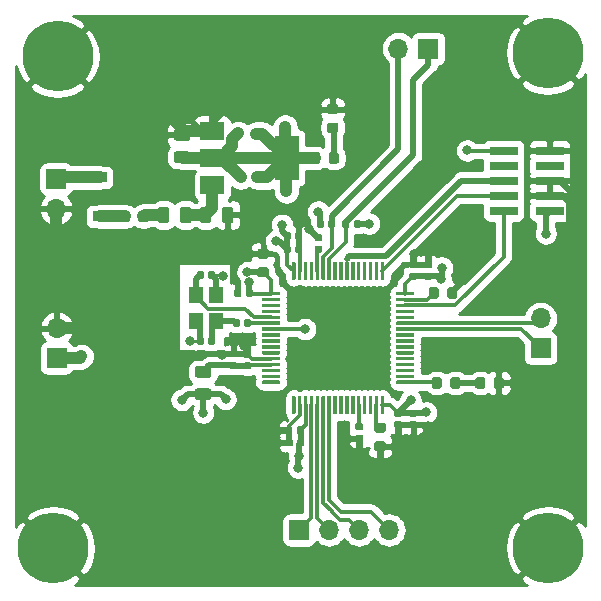
<source format=gbr>
G04 #@! TF.GenerationSoftware,KiCad,Pcbnew,(5.1.4)-1*
G04 #@! TF.CreationDate,2020-10-27T13:41:20+01:00*
G04 #@! TF.ProjectId,STm32f405xx board,53546d33-3266-4343-9035-787820626f61,rev?*
G04 #@! TF.SameCoordinates,Original*
G04 #@! TF.FileFunction,Copper,L1,Top*
G04 #@! TF.FilePolarity,Positive*
%FSLAX46Y46*%
G04 Gerber Fmt 4.6, Leading zero omitted, Abs format (unit mm)*
G04 Created by KiCad (PCBNEW (5.1.4)-1) date 2020-10-27 13:41:20*
%MOMM*%
%LPD*%
G04 APERTURE LIST*
%ADD10C,0.100000*%
%ADD11C,0.875000*%
%ADD12C,0.975000*%
%ADD13C,0.590000*%
%ADD14R,1.200000X0.900000*%
%ADD15C,0.800000*%
%ADD16C,6.000000*%
%ADD17R,1.200000X1.400000*%
%ADD18O,1.700000X1.700000*%
%ADD19R,1.700000X1.700000*%
%ADD20R,2.400000X0.740000*%
%ADD21C,0.300000*%
%ADD22R,2.000000X3.800000*%
%ADD23R,2.000000X1.500000*%
%ADD24C,1.000000*%
%ADD25C,0.300000*%
%ADD26C,1.000000*%
%ADD27C,0.500000*%
%ADD28C,0.250000*%
%ADD29C,0.254000*%
G04 APERTURE END LIST*
D10*
G36*
X110513691Y-88743053D02*
G01*
X110534926Y-88746203D01*
X110555750Y-88751419D01*
X110575962Y-88758651D01*
X110595368Y-88767830D01*
X110613781Y-88778866D01*
X110631024Y-88791654D01*
X110646930Y-88806070D01*
X110661346Y-88821976D01*
X110674134Y-88839219D01*
X110685170Y-88857632D01*
X110694349Y-88877038D01*
X110701581Y-88897250D01*
X110706797Y-88918074D01*
X110709947Y-88939309D01*
X110711000Y-88960750D01*
X110711000Y-89398250D01*
X110709947Y-89419691D01*
X110706797Y-89440926D01*
X110701581Y-89461750D01*
X110694349Y-89481962D01*
X110685170Y-89501368D01*
X110674134Y-89519781D01*
X110661346Y-89537024D01*
X110646930Y-89552930D01*
X110631024Y-89567346D01*
X110613781Y-89580134D01*
X110595368Y-89591170D01*
X110575962Y-89600349D01*
X110555750Y-89607581D01*
X110534926Y-89612797D01*
X110513691Y-89615947D01*
X110492250Y-89617000D01*
X109979750Y-89617000D01*
X109958309Y-89615947D01*
X109937074Y-89612797D01*
X109916250Y-89607581D01*
X109896038Y-89600349D01*
X109876632Y-89591170D01*
X109858219Y-89580134D01*
X109840976Y-89567346D01*
X109825070Y-89552930D01*
X109810654Y-89537024D01*
X109797866Y-89519781D01*
X109786830Y-89501368D01*
X109777651Y-89481962D01*
X109770419Y-89461750D01*
X109765203Y-89440926D01*
X109762053Y-89419691D01*
X109761000Y-89398250D01*
X109761000Y-88960750D01*
X109762053Y-88939309D01*
X109765203Y-88918074D01*
X109770419Y-88897250D01*
X109777651Y-88877038D01*
X109786830Y-88857632D01*
X109797866Y-88839219D01*
X109810654Y-88821976D01*
X109825070Y-88806070D01*
X109840976Y-88791654D01*
X109858219Y-88778866D01*
X109876632Y-88767830D01*
X109896038Y-88758651D01*
X109916250Y-88751419D01*
X109937074Y-88746203D01*
X109958309Y-88743053D01*
X109979750Y-88742000D01*
X110492250Y-88742000D01*
X110513691Y-88743053D01*
X110513691Y-88743053D01*
G37*
D11*
X110236000Y-89179500D03*
D10*
G36*
X110513691Y-87168053D02*
G01*
X110534926Y-87171203D01*
X110555750Y-87176419D01*
X110575962Y-87183651D01*
X110595368Y-87192830D01*
X110613781Y-87203866D01*
X110631024Y-87216654D01*
X110646930Y-87231070D01*
X110661346Y-87246976D01*
X110674134Y-87264219D01*
X110685170Y-87282632D01*
X110694349Y-87302038D01*
X110701581Y-87322250D01*
X110706797Y-87343074D01*
X110709947Y-87364309D01*
X110711000Y-87385750D01*
X110711000Y-87823250D01*
X110709947Y-87844691D01*
X110706797Y-87865926D01*
X110701581Y-87886750D01*
X110694349Y-87906962D01*
X110685170Y-87926368D01*
X110674134Y-87944781D01*
X110661346Y-87962024D01*
X110646930Y-87977930D01*
X110631024Y-87992346D01*
X110613781Y-88005134D01*
X110595368Y-88016170D01*
X110575962Y-88025349D01*
X110555750Y-88032581D01*
X110534926Y-88037797D01*
X110513691Y-88040947D01*
X110492250Y-88042000D01*
X109979750Y-88042000D01*
X109958309Y-88040947D01*
X109937074Y-88037797D01*
X109916250Y-88032581D01*
X109896038Y-88025349D01*
X109876632Y-88016170D01*
X109858219Y-88005134D01*
X109840976Y-87992346D01*
X109825070Y-87977930D01*
X109810654Y-87962024D01*
X109797866Y-87944781D01*
X109786830Y-87926368D01*
X109777651Y-87906962D01*
X109770419Y-87886750D01*
X109765203Y-87865926D01*
X109762053Y-87844691D01*
X109761000Y-87823250D01*
X109761000Y-87385750D01*
X109762053Y-87364309D01*
X109765203Y-87343074D01*
X109770419Y-87322250D01*
X109777651Y-87302038D01*
X109786830Y-87282632D01*
X109797866Y-87264219D01*
X109810654Y-87246976D01*
X109825070Y-87231070D01*
X109840976Y-87216654D01*
X109858219Y-87203866D01*
X109876632Y-87192830D01*
X109896038Y-87183651D01*
X109916250Y-87176419D01*
X109937074Y-87171203D01*
X109958309Y-87168053D01*
X109979750Y-87167000D01*
X110492250Y-87167000D01*
X110513691Y-87168053D01*
X110513691Y-87168053D01*
G37*
D11*
X110236000Y-87604500D03*
D10*
G36*
X115022691Y-75726053D02*
G01*
X115043926Y-75729203D01*
X115064750Y-75734419D01*
X115084962Y-75741651D01*
X115104368Y-75750830D01*
X115122781Y-75761866D01*
X115140024Y-75774654D01*
X115155930Y-75789070D01*
X115170346Y-75804976D01*
X115183134Y-75822219D01*
X115194170Y-75840632D01*
X115203349Y-75860038D01*
X115210581Y-75880250D01*
X115215797Y-75901074D01*
X115218947Y-75922309D01*
X115220000Y-75943750D01*
X115220000Y-76456250D01*
X115218947Y-76477691D01*
X115215797Y-76498926D01*
X115210581Y-76519750D01*
X115203349Y-76539962D01*
X115194170Y-76559368D01*
X115183134Y-76577781D01*
X115170346Y-76595024D01*
X115155930Y-76610930D01*
X115140024Y-76625346D01*
X115122781Y-76638134D01*
X115104368Y-76649170D01*
X115084962Y-76658349D01*
X115064750Y-76665581D01*
X115043926Y-76670797D01*
X115022691Y-76673947D01*
X115001250Y-76675000D01*
X114563750Y-76675000D01*
X114542309Y-76673947D01*
X114521074Y-76670797D01*
X114500250Y-76665581D01*
X114480038Y-76658349D01*
X114460632Y-76649170D01*
X114442219Y-76638134D01*
X114424976Y-76625346D01*
X114409070Y-76610930D01*
X114394654Y-76595024D01*
X114381866Y-76577781D01*
X114370830Y-76559368D01*
X114361651Y-76539962D01*
X114354419Y-76519750D01*
X114349203Y-76498926D01*
X114346053Y-76477691D01*
X114345000Y-76456250D01*
X114345000Y-75943750D01*
X114346053Y-75922309D01*
X114349203Y-75901074D01*
X114354419Y-75880250D01*
X114361651Y-75860038D01*
X114370830Y-75840632D01*
X114381866Y-75822219D01*
X114394654Y-75804976D01*
X114409070Y-75789070D01*
X114424976Y-75774654D01*
X114442219Y-75761866D01*
X114460632Y-75750830D01*
X114480038Y-75741651D01*
X114500250Y-75734419D01*
X114521074Y-75729203D01*
X114542309Y-75726053D01*
X114563750Y-75725000D01*
X115001250Y-75725000D01*
X115022691Y-75726053D01*
X115022691Y-75726053D01*
G37*
D11*
X114782500Y-76200000D03*
D10*
G36*
X116597691Y-75726053D02*
G01*
X116618926Y-75729203D01*
X116639750Y-75734419D01*
X116659962Y-75741651D01*
X116679368Y-75750830D01*
X116697781Y-75761866D01*
X116715024Y-75774654D01*
X116730930Y-75789070D01*
X116745346Y-75804976D01*
X116758134Y-75822219D01*
X116769170Y-75840632D01*
X116778349Y-75860038D01*
X116785581Y-75880250D01*
X116790797Y-75901074D01*
X116793947Y-75922309D01*
X116795000Y-75943750D01*
X116795000Y-76456250D01*
X116793947Y-76477691D01*
X116790797Y-76498926D01*
X116785581Y-76519750D01*
X116778349Y-76539962D01*
X116769170Y-76559368D01*
X116758134Y-76577781D01*
X116745346Y-76595024D01*
X116730930Y-76610930D01*
X116715024Y-76625346D01*
X116697781Y-76638134D01*
X116679368Y-76649170D01*
X116659962Y-76658349D01*
X116639750Y-76665581D01*
X116618926Y-76670797D01*
X116597691Y-76673947D01*
X116576250Y-76675000D01*
X116138750Y-76675000D01*
X116117309Y-76673947D01*
X116096074Y-76670797D01*
X116075250Y-76665581D01*
X116055038Y-76658349D01*
X116035632Y-76649170D01*
X116017219Y-76638134D01*
X115999976Y-76625346D01*
X115984070Y-76610930D01*
X115969654Y-76595024D01*
X115956866Y-76577781D01*
X115945830Y-76559368D01*
X115936651Y-76539962D01*
X115929419Y-76519750D01*
X115924203Y-76498926D01*
X115921053Y-76477691D01*
X115920000Y-76456250D01*
X115920000Y-75943750D01*
X115921053Y-75922309D01*
X115924203Y-75901074D01*
X115929419Y-75880250D01*
X115936651Y-75860038D01*
X115945830Y-75840632D01*
X115956866Y-75822219D01*
X115969654Y-75804976D01*
X115984070Y-75789070D01*
X115999976Y-75774654D01*
X116017219Y-75761866D01*
X116035632Y-75750830D01*
X116055038Y-75741651D01*
X116075250Y-75734419D01*
X116096074Y-75729203D01*
X116117309Y-75726053D01*
X116138750Y-75725000D01*
X116576250Y-75725000D01*
X116597691Y-75726053D01*
X116597691Y-75726053D01*
G37*
D11*
X116357500Y-76200000D03*
D10*
G36*
X97598142Y-68897174D02*
G01*
X97621803Y-68900684D01*
X97645007Y-68906496D01*
X97667529Y-68914554D01*
X97689153Y-68924782D01*
X97709670Y-68937079D01*
X97728883Y-68951329D01*
X97746607Y-68967393D01*
X97762671Y-68985117D01*
X97776921Y-69004330D01*
X97789218Y-69024847D01*
X97799446Y-69046471D01*
X97807504Y-69068993D01*
X97813316Y-69092197D01*
X97816826Y-69115858D01*
X97818000Y-69139750D01*
X97818000Y-70052250D01*
X97816826Y-70076142D01*
X97813316Y-70099803D01*
X97807504Y-70123007D01*
X97799446Y-70145529D01*
X97789218Y-70167153D01*
X97776921Y-70187670D01*
X97762671Y-70206883D01*
X97746607Y-70224607D01*
X97728883Y-70240671D01*
X97709670Y-70254921D01*
X97689153Y-70267218D01*
X97667529Y-70277446D01*
X97645007Y-70285504D01*
X97621803Y-70291316D01*
X97598142Y-70294826D01*
X97574250Y-70296000D01*
X97086750Y-70296000D01*
X97062858Y-70294826D01*
X97039197Y-70291316D01*
X97015993Y-70285504D01*
X96993471Y-70277446D01*
X96971847Y-70267218D01*
X96951330Y-70254921D01*
X96932117Y-70240671D01*
X96914393Y-70224607D01*
X96898329Y-70206883D01*
X96884079Y-70187670D01*
X96871782Y-70167153D01*
X96861554Y-70145529D01*
X96853496Y-70123007D01*
X96847684Y-70099803D01*
X96844174Y-70076142D01*
X96843000Y-70052250D01*
X96843000Y-69139750D01*
X96844174Y-69115858D01*
X96847684Y-69092197D01*
X96853496Y-69068993D01*
X96861554Y-69046471D01*
X96871782Y-69024847D01*
X96884079Y-69004330D01*
X96898329Y-68985117D01*
X96914393Y-68967393D01*
X96932117Y-68951329D01*
X96951330Y-68937079D01*
X96971847Y-68924782D01*
X96993471Y-68914554D01*
X97015993Y-68906496D01*
X97039197Y-68900684D01*
X97062858Y-68897174D01*
X97086750Y-68896000D01*
X97574250Y-68896000D01*
X97598142Y-68897174D01*
X97598142Y-68897174D01*
G37*
D12*
X97330500Y-69596000D03*
D10*
G36*
X95723142Y-68897174D02*
G01*
X95746803Y-68900684D01*
X95770007Y-68906496D01*
X95792529Y-68914554D01*
X95814153Y-68924782D01*
X95834670Y-68937079D01*
X95853883Y-68951329D01*
X95871607Y-68967393D01*
X95887671Y-68985117D01*
X95901921Y-69004330D01*
X95914218Y-69024847D01*
X95924446Y-69046471D01*
X95932504Y-69068993D01*
X95938316Y-69092197D01*
X95941826Y-69115858D01*
X95943000Y-69139750D01*
X95943000Y-70052250D01*
X95941826Y-70076142D01*
X95938316Y-70099803D01*
X95932504Y-70123007D01*
X95924446Y-70145529D01*
X95914218Y-70167153D01*
X95901921Y-70187670D01*
X95887671Y-70206883D01*
X95871607Y-70224607D01*
X95853883Y-70240671D01*
X95834670Y-70254921D01*
X95814153Y-70267218D01*
X95792529Y-70277446D01*
X95770007Y-70285504D01*
X95746803Y-70291316D01*
X95723142Y-70294826D01*
X95699250Y-70296000D01*
X95211750Y-70296000D01*
X95187858Y-70294826D01*
X95164197Y-70291316D01*
X95140993Y-70285504D01*
X95118471Y-70277446D01*
X95096847Y-70267218D01*
X95076330Y-70254921D01*
X95057117Y-70240671D01*
X95039393Y-70224607D01*
X95023329Y-70206883D01*
X95009079Y-70187670D01*
X94996782Y-70167153D01*
X94986554Y-70145529D01*
X94978496Y-70123007D01*
X94972684Y-70099803D01*
X94969174Y-70076142D01*
X94968000Y-70052250D01*
X94968000Y-69139750D01*
X94969174Y-69115858D01*
X94972684Y-69092197D01*
X94978496Y-69068993D01*
X94986554Y-69046471D01*
X94996782Y-69024847D01*
X95009079Y-69004330D01*
X95023329Y-68985117D01*
X95039393Y-68967393D01*
X95057117Y-68951329D01*
X95076330Y-68937079D01*
X95096847Y-68924782D01*
X95118471Y-68914554D01*
X95140993Y-68906496D01*
X95164197Y-68900684D01*
X95187858Y-68897174D01*
X95211750Y-68896000D01*
X95699250Y-68896000D01*
X95723142Y-68897174D01*
X95723142Y-68897174D01*
G37*
D12*
X95455500Y-69596000D03*
D10*
G36*
X93952142Y-64205174D02*
G01*
X93975803Y-64208684D01*
X93999007Y-64214496D01*
X94021529Y-64222554D01*
X94043153Y-64232782D01*
X94063670Y-64245079D01*
X94082883Y-64259329D01*
X94100607Y-64275393D01*
X94116671Y-64293117D01*
X94130921Y-64312330D01*
X94143218Y-64332847D01*
X94153446Y-64354471D01*
X94161504Y-64376993D01*
X94167316Y-64400197D01*
X94170826Y-64423858D01*
X94172000Y-64447750D01*
X94172000Y-64935250D01*
X94170826Y-64959142D01*
X94167316Y-64982803D01*
X94161504Y-65006007D01*
X94153446Y-65028529D01*
X94143218Y-65050153D01*
X94130921Y-65070670D01*
X94116671Y-65089883D01*
X94100607Y-65107607D01*
X94082883Y-65123671D01*
X94063670Y-65137921D01*
X94043153Y-65150218D01*
X94021529Y-65160446D01*
X93999007Y-65168504D01*
X93975803Y-65174316D01*
X93952142Y-65177826D01*
X93928250Y-65179000D01*
X93015750Y-65179000D01*
X92991858Y-65177826D01*
X92968197Y-65174316D01*
X92944993Y-65168504D01*
X92922471Y-65160446D01*
X92900847Y-65150218D01*
X92880330Y-65137921D01*
X92861117Y-65123671D01*
X92843393Y-65107607D01*
X92827329Y-65089883D01*
X92813079Y-65070670D01*
X92800782Y-65050153D01*
X92790554Y-65028529D01*
X92782496Y-65006007D01*
X92776684Y-64982803D01*
X92773174Y-64959142D01*
X92772000Y-64935250D01*
X92772000Y-64447750D01*
X92773174Y-64423858D01*
X92776684Y-64400197D01*
X92782496Y-64376993D01*
X92790554Y-64354471D01*
X92800782Y-64332847D01*
X92813079Y-64312330D01*
X92827329Y-64293117D01*
X92843393Y-64275393D01*
X92861117Y-64259329D01*
X92880330Y-64245079D01*
X92900847Y-64232782D01*
X92922471Y-64222554D01*
X92944993Y-64214496D01*
X92968197Y-64208684D01*
X92991858Y-64205174D01*
X93015750Y-64204000D01*
X93928250Y-64204000D01*
X93952142Y-64205174D01*
X93952142Y-64205174D01*
G37*
D12*
X93472000Y-64691500D03*
D10*
G36*
X93952142Y-62330174D02*
G01*
X93975803Y-62333684D01*
X93999007Y-62339496D01*
X94021529Y-62347554D01*
X94043153Y-62357782D01*
X94063670Y-62370079D01*
X94082883Y-62384329D01*
X94100607Y-62400393D01*
X94116671Y-62418117D01*
X94130921Y-62437330D01*
X94143218Y-62457847D01*
X94153446Y-62479471D01*
X94161504Y-62501993D01*
X94167316Y-62525197D01*
X94170826Y-62548858D01*
X94172000Y-62572750D01*
X94172000Y-63060250D01*
X94170826Y-63084142D01*
X94167316Y-63107803D01*
X94161504Y-63131007D01*
X94153446Y-63153529D01*
X94143218Y-63175153D01*
X94130921Y-63195670D01*
X94116671Y-63214883D01*
X94100607Y-63232607D01*
X94082883Y-63248671D01*
X94063670Y-63262921D01*
X94043153Y-63275218D01*
X94021529Y-63285446D01*
X93999007Y-63293504D01*
X93975803Y-63299316D01*
X93952142Y-63302826D01*
X93928250Y-63304000D01*
X93015750Y-63304000D01*
X92991858Y-63302826D01*
X92968197Y-63299316D01*
X92944993Y-63293504D01*
X92922471Y-63285446D01*
X92900847Y-63275218D01*
X92880330Y-63262921D01*
X92861117Y-63248671D01*
X92843393Y-63232607D01*
X92827329Y-63214883D01*
X92813079Y-63195670D01*
X92800782Y-63175153D01*
X92790554Y-63153529D01*
X92782496Y-63131007D01*
X92776684Y-63107803D01*
X92773174Y-63084142D01*
X92772000Y-63060250D01*
X92772000Y-62572750D01*
X92773174Y-62548858D01*
X92776684Y-62525197D01*
X92782496Y-62501993D01*
X92790554Y-62479471D01*
X92800782Y-62457847D01*
X92813079Y-62437330D01*
X92827329Y-62418117D01*
X92843393Y-62400393D01*
X92861117Y-62384329D01*
X92880330Y-62370079D01*
X92900847Y-62357782D01*
X92922471Y-62347554D01*
X92944993Y-62339496D01*
X92968197Y-62333684D01*
X92991858Y-62330174D01*
X93015750Y-62329000D01*
X93928250Y-62329000D01*
X93952142Y-62330174D01*
X93952142Y-62330174D01*
G37*
D12*
X93472000Y-62816500D03*
D10*
G36*
X95180958Y-74356710D02*
G01*
X95195276Y-74358834D01*
X95209317Y-74362351D01*
X95222946Y-74367228D01*
X95236031Y-74373417D01*
X95248447Y-74380858D01*
X95260073Y-74389481D01*
X95270798Y-74399202D01*
X95280519Y-74409927D01*
X95289142Y-74421553D01*
X95296583Y-74433969D01*
X95302772Y-74447054D01*
X95307649Y-74460683D01*
X95311166Y-74474724D01*
X95313290Y-74489042D01*
X95314000Y-74503500D01*
X95314000Y-74848500D01*
X95313290Y-74862958D01*
X95311166Y-74877276D01*
X95307649Y-74891317D01*
X95302772Y-74904946D01*
X95296583Y-74918031D01*
X95289142Y-74930447D01*
X95280519Y-74942073D01*
X95270798Y-74952798D01*
X95260073Y-74962519D01*
X95248447Y-74971142D01*
X95236031Y-74978583D01*
X95222946Y-74984772D01*
X95209317Y-74989649D01*
X95195276Y-74993166D01*
X95180958Y-74995290D01*
X95166500Y-74996000D01*
X94871500Y-74996000D01*
X94857042Y-74995290D01*
X94842724Y-74993166D01*
X94828683Y-74989649D01*
X94815054Y-74984772D01*
X94801969Y-74978583D01*
X94789553Y-74971142D01*
X94777927Y-74962519D01*
X94767202Y-74952798D01*
X94757481Y-74942073D01*
X94748858Y-74930447D01*
X94741417Y-74918031D01*
X94735228Y-74904946D01*
X94730351Y-74891317D01*
X94726834Y-74877276D01*
X94724710Y-74862958D01*
X94724000Y-74848500D01*
X94724000Y-74503500D01*
X94724710Y-74489042D01*
X94726834Y-74474724D01*
X94730351Y-74460683D01*
X94735228Y-74447054D01*
X94741417Y-74433969D01*
X94748858Y-74421553D01*
X94757481Y-74409927D01*
X94767202Y-74399202D01*
X94777927Y-74389481D01*
X94789553Y-74380858D01*
X94801969Y-74373417D01*
X94815054Y-74367228D01*
X94828683Y-74362351D01*
X94842724Y-74358834D01*
X94857042Y-74356710D01*
X94871500Y-74356000D01*
X95166500Y-74356000D01*
X95180958Y-74356710D01*
X95180958Y-74356710D01*
G37*
D13*
X95019000Y-74676000D03*
D10*
G36*
X96150958Y-74356710D02*
G01*
X96165276Y-74358834D01*
X96179317Y-74362351D01*
X96192946Y-74367228D01*
X96206031Y-74373417D01*
X96218447Y-74380858D01*
X96230073Y-74389481D01*
X96240798Y-74399202D01*
X96250519Y-74409927D01*
X96259142Y-74421553D01*
X96266583Y-74433969D01*
X96272772Y-74447054D01*
X96277649Y-74460683D01*
X96281166Y-74474724D01*
X96283290Y-74489042D01*
X96284000Y-74503500D01*
X96284000Y-74848500D01*
X96283290Y-74862958D01*
X96281166Y-74877276D01*
X96277649Y-74891317D01*
X96272772Y-74904946D01*
X96266583Y-74918031D01*
X96259142Y-74930447D01*
X96250519Y-74942073D01*
X96240798Y-74952798D01*
X96230073Y-74962519D01*
X96218447Y-74971142D01*
X96206031Y-74978583D01*
X96192946Y-74984772D01*
X96179317Y-74989649D01*
X96165276Y-74993166D01*
X96150958Y-74995290D01*
X96136500Y-74996000D01*
X95841500Y-74996000D01*
X95827042Y-74995290D01*
X95812724Y-74993166D01*
X95798683Y-74989649D01*
X95785054Y-74984772D01*
X95771969Y-74978583D01*
X95759553Y-74971142D01*
X95747927Y-74962519D01*
X95737202Y-74952798D01*
X95727481Y-74942073D01*
X95718858Y-74930447D01*
X95711417Y-74918031D01*
X95705228Y-74904946D01*
X95700351Y-74891317D01*
X95696834Y-74877276D01*
X95694710Y-74862958D01*
X95694000Y-74848500D01*
X95694000Y-74503500D01*
X95694710Y-74489042D01*
X95696834Y-74474724D01*
X95700351Y-74460683D01*
X95705228Y-74447054D01*
X95711417Y-74433969D01*
X95718858Y-74421553D01*
X95727481Y-74409927D01*
X95737202Y-74399202D01*
X95747927Y-74389481D01*
X95759553Y-74380858D01*
X95771969Y-74373417D01*
X95785054Y-74367228D01*
X95798683Y-74362351D01*
X95812724Y-74358834D01*
X95827042Y-74356710D01*
X95841500Y-74356000D01*
X96136500Y-74356000D01*
X96150958Y-74356710D01*
X96150958Y-74356710D01*
G37*
D13*
X95989000Y-74676000D03*
D10*
G36*
X97989658Y-82042210D02*
G01*
X98003976Y-82044334D01*
X98018017Y-82047851D01*
X98031646Y-82052728D01*
X98044731Y-82058917D01*
X98057147Y-82066358D01*
X98068773Y-82074981D01*
X98079498Y-82084702D01*
X98089219Y-82095427D01*
X98097842Y-82107053D01*
X98105283Y-82119469D01*
X98111472Y-82132554D01*
X98116349Y-82146183D01*
X98119866Y-82160224D01*
X98121990Y-82174542D01*
X98122700Y-82189000D01*
X98122700Y-82484000D01*
X98121990Y-82498458D01*
X98119866Y-82512776D01*
X98116349Y-82526817D01*
X98111472Y-82540446D01*
X98105283Y-82553531D01*
X98097842Y-82565947D01*
X98089219Y-82577573D01*
X98079498Y-82588298D01*
X98068773Y-82598019D01*
X98057147Y-82606642D01*
X98044731Y-82614083D01*
X98031646Y-82620272D01*
X98018017Y-82625149D01*
X98003976Y-82628666D01*
X97989658Y-82630790D01*
X97975200Y-82631500D01*
X97630200Y-82631500D01*
X97615742Y-82630790D01*
X97601424Y-82628666D01*
X97587383Y-82625149D01*
X97573754Y-82620272D01*
X97560669Y-82614083D01*
X97548253Y-82606642D01*
X97536627Y-82598019D01*
X97525902Y-82588298D01*
X97516181Y-82577573D01*
X97507558Y-82565947D01*
X97500117Y-82553531D01*
X97493928Y-82540446D01*
X97489051Y-82526817D01*
X97485534Y-82512776D01*
X97483410Y-82498458D01*
X97482700Y-82484000D01*
X97482700Y-82189000D01*
X97483410Y-82174542D01*
X97485534Y-82160224D01*
X97489051Y-82146183D01*
X97493928Y-82132554D01*
X97500117Y-82119469D01*
X97507558Y-82107053D01*
X97516181Y-82095427D01*
X97525902Y-82084702D01*
X97536627Y-82074981D01*
X97548253Y-82066358D01*
X97560669Y-82058917D01*
X97573754Y-82052728D01*
X97587383Y-82047851D01*
X97601424Y-82044334D01*
X97615742Y-82042210D01*
X97630200Y-82041500D01*
X97975200Y-82041500D01*
X97989658Y-82042210D01*
X97989658Y-82042210D01*
G37*
D13*
X97802700Y-82336500D03*
D10*
G36*
X97989658Y-81072210D02*
G01*
X98003976Y-81074334D01*
X98018017Y-81077851D01*
X98031646Y-81082728D01*
X98044731Y-81088917D01*
X98057147Y-81096358D01*
X98068773Y-81104981D01*
X98079498Y-81114702D01*
X98089219Y-81125427D01*
X98097842Y-81137053D01*
X98105283Y-81149469D01*
X98111472Y-81162554D01*
X98116349Y-81176183D01*
X98119866Y-81190224D01*
X98121990Y-81204542D01*
X98122700Y-81219000D01*
X98122700Y-81514000D01*
X98121990Y-81528458D01*
X98119866Y-81542776D01*
X98116349Y-81556817D01*
X98111472Y-81570446D01*
X98105283Y-81583531D01*
X98097842Y-81595947D01*
X98089219Y-81607573D01*
X98079498Y-81618298D01*
X98068773Y-81628019D01*
X98057147Y-81636642D01*
X98044731Y-81644083D01*
X98031646Y-81650272D01*
X98018017Y-81655149D01*
X98003976Y-81658666D01*
X97989658Y-81660790D01*
X97975200Y-81661500D01*
X97630200Y-81661500D01*
X97615742Y-81660790D01*
X97601424Y-81658666D01*
X97587383Y-81655149D01*
X97573754Y-81650272D01*
X97560669Y-81644083D01*
X97548253Y-81636642D01*
X97536627Y-81628019D01*
X97525902Y-81618298D01*
X97516181Y-81607573D01*
X97507558Y-81595947D01*
X97500117Y-81583531D01*
X97493928Y-81570446D01*
X97489051Y-81556817D01*
X97485534Y-81542776D01*
X97483410Y-81528458D01*
X97482700Y-81514000D01*
X97482700Y-81219000D01*
X97483410Y-81204542D01*
X97485534Y-81190224D01*
X97489051Y-81176183D01*
X97493928Y-81162554D01*
X97500117Y-81149469D01*
X97507558Y-81137053D01*
X97516181Y-81125427D01*
X97525902Y-81114702D01*
X97536627Y-81104981D01*
X97548253Y-81096358D01*
X97560669Y-81088917D01*
X97573754Y-81082728D01*
X97587383Y-81077851D01*
X97601424Y-81074334D01*
X97615742Y-81072210D01*
X97630200Y-81071500D01*
X97975200Y-81071500D01*
X97989658Y-81072210D01*
X97989658Y-81072210D01*
G37*
D13*
X97802700Y-81366500D03*
D10*
G36*
X95180958Y-79944710D02*
G01*
X95195276Y-79946834D01*
X95209317Y-79950351D01*
X95222946Y-79955228D01*
X95236031Y-79961417D01*
X95248447Y-79968858D01*
X95260073Y-79977481D01*
X95270798Y-79987202D01*
X95280519Y-79997927D01*
X95289142Y-80009553D01*
X95296583Y-80021969D01*
X95302772Y-80035054D01*
X95307649Y-80048683D01*
X95311166Y-80062724D01*
X95313290Y-80077042D01*
X95314000Y-80091500D01*
X95314000Y-80436500D01*
X95313290Y-80450958D01*
X95311166Y-80465276D01*
X95307649Y-80479317D01*
X95302772Y-80492946D01*
X95296583Y-80506031D01*
X95289142Y-80518447D01*
X95280519Y-80530073D01*
X95270798Y-80540798D01*
X95260073Y-80550519D01*
X95248447Y-80559142D01*
X95236031Y-80566583D01*
X95222946Y-80572772D01*
X95209317Y-80577649D01*
X95195276Y-80581166D01*
X95180958Y-80583290D01*
X95166500Y-80584000D01*
X94871500Y-80584000D01*
X94857042Y-80583290D01*
X94842724Y-80581166D01*
X94828683Y-80577649D01*
X94815054Y-80572772D01*
X94801969Y-80566583D01*
X94789553Y-80559142D01*
X94777927Y-80550519D01*
X94767202Y-80540798D01*
X94757481Y-80530073D01*
X94748858Y-80518447D01*
X94741417Y-80506031D01*
X94735228Y-80492946D01*
X94730351Y-80479317D01*
X94726834Y-80465276D01*
X94724710Y-80450958D01*
X94724000Y-80436500D01*
X94724000Y-80091500D01*
X94724710Y-80077042D01*
X94726834Y-80062724D01*
X94730351Y-80048683D01*
X94735228Y-80035054D01*
X94741417Y-80021969D01*
X94748858Y-80009553D01*
X94757481Y-79997927D01*
X94767202Y-79987202D01*
X94777927Y-79977481D01*
X94789553Y-79968858D01*
X94801969Y-79961417D01*
X94815054Y-79955228D01*
X94828683Y-79950351D01*
X94842724Y-79946834D01*
X94857042Y-79944710D01*
X94871500Y-79944000D01*
X95166500Y-79944000D01*
X95180958Y-79944710D01*
X95180958Y-79944710D01*
G37*
D13*
X95019000Y-80264000D03*
D10*
G36*
X96150958Y-79944710D02*
G01*
X96165276Y-79946834D01*
X96179317Y-79950351D01*
X96192946Y-79955228D01*
X96206031Y-79961417D01*
X96218447Y-79968858D01*
X96230073Y-79977481D01*
X96240798Y-79987202D01*
X96250519Y-79997927D01*
X96259142Y-80009553D01*
X96266583Y-80021969D01*
X96272772Y-80035054D01*
X96277649Y-80048683D01*
X96281166Y-80062724D01*
X96283290Y-80077042D01*
X96284000Y-80091500D01*
X96284000Y-80436500D01*
X96283290Y-80450958D01*
X96281166Y-80465276D01*
X96277649Y-80479317D01*
X96272772Y-80492946D01*
X96266583Y-80506031D01*
X96259142Y-80518447D01*
X96250519Y-80530073D01*
X96240798Y-80540798D01*
X96230073Y-80550519D01*
X96218447Y-80559142D01*
X96206031Y-80566583D01*
X96192946Y-80572772D01*
X96179317Y-80577649D01*
X96165276Y-80581166D01*
X96150958Y-80583290D01*
X96136500Y-80584000D01*
X95841500Y-80584000D01*
X95827042Y-80583290D01*
X95812724Y-80581166D01*
X95798683Y-80577649D01*
X95785054Y-80572772D01*
X95771969Y-80566583D01*
X95759553Y-80559142D01*
X95747927Y-80550519D01*
X95737202Y-80540798D01*
X95727481Y-80530073D01*
X95718858Y-80518447D01*
X95711417Y-80506031D01*
X95705228Y-80492946D01*
X95700351Y-80479317D01*
X95696834Y-80465276D01*
X95694710Y-80450958D01*
X95694000Y-80436500D01*
X95694000Y-80091500D01*
X95694710Y-80077042D01*
X95696834Y-80062724D01*
X95700351Y-80048683D01*
X95705228Y-80035054D01*
X95711417Y-80021969D01*
X95718858Y-80009553D01*
X95727481Y-79997927D01*
X95737202Y-79987202D01*
X95747927Y-79977481D01*
X95759553Y-79968858D01*
X95771969Y-79961417D01*
X95785054Y-79955228D01*
X95798683Y-79950351D01*
X95812724Y-79946834D01*
X95827042Y-79944710D01*
X95841500Y-79944000D01*
X96136500Y-79944000D01*
X96150958Y-79944710D01*
X96150958Y-79944710D01*
G37*
D13*
X95989000Y-80264000D03*
D10*
G36*
X100607691Y-74011053D02*
G01*
X100628926Y-74014203D01*
X100649750Y-74019419D01*
X100669962Y-74026651D01*
X100689368Y-74035830D01*
X100707781Y-74046866D01*
X100725024Y-74059654D01*
X100740930Y-74074070D01*
X100755346Y-74089976D01*
X100768134Y-74107219D01*
X100779170Y-74125632D01*
X100788349Y-74145038D01*
X100795581Y-74165250D01*
X100800797Y-74186074D01*
X100803947Y-74207309D01*
X100805000Y-74228750D01*
X100805000Y-74666250D01*
X100803947Y-74687691D01*
X100800797Y-74708926D01*
X100795581Y-74729750D01*
X100788349Y-74749962D01*
X100779170Y-74769368D01*
X100768134Y-74787781D01*
X100755346Y-74805024D01*
X100740930Y-74820930D01*
X100725024Y-74835346D01*
X100707781Y-74848134D01*
X100689368Y-74859170D01*
X100669962Y-74868349D01*
X100649750Y-74875581D01*
X100628926Y-74880797D01*
X100607691Y-74883947D01*
X100586250Y-74885000D01*
X100073750Y-74885000D01*
X100052309Y-74883947D01*
X100031074Y-74880797D01*
X100010250Y-74875581D01*
X99990038Y-74868349D01*
X99970632Y-74859170D01*
X99952219Y-74848134D01*
X99934976Y-74835346D01*
X99919070Y-74820930D01*
X99904654Y-74805024D01*
X99891866Y-74787781D01*
X99880830Y-74769368D01*
X99871651Y-74749962D01*
X99864419Y-74729750D01*
X99859203Y-74708926D01*
X99856053Y-74687691D01*
X99855000Y-74666250D01*
X99855000Y-74228750D01*
X99856053Y-74207309D01*
X99859203Y-74186074D01*
X99864419Y-74165250D01*
X99871651Y-74145038D01*
X99880830Y-74125632D01*
X99891866Y-74107219D01*
X99904654Y-74089976D01*
X99919070Y-74074070D01*
X99934976Y-74059654D01*
X99952219Y-74046866D01*
X99970632Y-74035830D01*
X99990038Y-74026651D01*
X100010250Y-74019419D01*
X100031074Y-74014203D01*
X100052309Y-74011053D01*
X100073750Y-74010000D01*
X100586250Y-74010000D01*
X100607691Y-74011053D01*
X100607691Y-74011053D01*
G37*
D11*
X100330000Y-74447500D03*
D10*
G36*
X100607691Y-72436053D02*
G01*
X100628926Y-72439203D01*
X100649750Y-72444419D01*
X100669962Y-72451651D01*
X100689368Y-72460830D01*
X100707781Y-72471866D01*
X100725024Y-72484654D01*
X100740930Y-72499070D01*
X100755346Y-72514976D01*
X100768134Y-72532219D01*
X100779170Y-72550632D01*
X100788349Y-72570038D01*
X100795581Y-72590250D01*
X100800797Y-72611074D01*
X100803947Y-72632309D01*
X100805000Y-72653750D01*
X100805000Y-73091250D01*
X100803947Y-73112691D01*
X100800797Y-73133926D01*
X100795581Y-73154750D01*
X100788349Y-73174962D01*
X100779170Y-73194368D01*
X100768134Y-73212781D01*
X100755346Y-73230024D01*
X100740930Y-73245930D01*
X100725024Y-73260346D01*
X100707781Y-73273134D01*
X100689368Y-73284170D01*
X100669962Y-73293349D01*
X100649750Y-73300581D01*
X100628926Y-73305797D01*
X100607691Y-73308947D01*
X100586250Y-73310000D01*
X100073750Y-73310000D01*
X100052309Y-73308947D01*
X100031074Y-73305797D01*
X100010250Y-73300581D01*
X99990038Y-73293349D01*
X99970632Y-73284170D01*
X99952219Y-73273134D01*
X99934976Y-73260346D01*
X99919070Y-73245930D01*
X99904654Y-73230024D01*
X99891866Y-73212781D01*
X99880830Y-73194368D01*
X99871651Y-73174962D01*
X99864419Y-73154750D01*
X99859203Y-73133926D01*
X99856053Y-73112691D01*
X99855000Y-73091250D01*
X99855000Y-72653750D01*
X99856053Y-72632309D01*
X99859203Y-72611074D01*
X99864419Y-72590250D01*
X99871651Y-72570038D01*
X99880830Y-72550632D01*
X99891866Y-72532219D01*
X99904654Y-72514976D01*
X99919070Y-72499070D01*
X99934976Y-72484654D01*
X99952219Y-72471866D01*
X99970632Y-72460830D01*
X99990038Y-72451651D01*
X100010250Y-72444419D01*
X100031074Y-72439203D01*
X100052309Y-72436053D01*
X100073750Y-72435000D01*
X100586250Y-72435000D01*
X100607691Y-72436053D01*
X100607691Y-72436053D01*
G37*
D11*
X100330000Y-72872500D03*
D10*
G36*
X102686658Y-87501210D02*
G01*
X102700976Y-87503334D01*
X102715017Y-87506851D01*
X102728646Y-87511728D01*
X102741731Y-87517917D01*
X102754147Y-87525358D01*
X102765773Y-87533981D01*
X102776498Y-87543702D01*
X102786219Y-87554427D01*
X102794842Y-87566053D01*
X102802283Y-87578469D01*
X102808472Y-87591554D01*
X102813349Y-87605183D01*
X102816866Y-87619224D01*
X102818990Y-87633542D01*
X102819700Y-87648000D01*
X102819700Y-87993000D01*
X102818990Y-88007458D01*
X102816866Y-88021776D01*
X102813349Y-88035817D01*
X102808472Y-88049446D01*
X102802283Y-88062531D01*
X102794842Y-88074947D01*
X102786219Y-88086573D01*
X102776498Y-88097298D01*
X102765773Y-88107019D01*
X102754147Y-88115642D01*
X102741731Y-88123083D01*
X102728646Y-88129272D01*
X102715017Y-88134149D01*
X102700976Y-88137666D01*
X102686658Y-88139790D01*
X102672200Y-88140500D01*
X102377200Y-88140500D01*
X102362742Y-88139790D01*
X102348424Y-88137666D01*
X102334383Y-88134149D01*
X102320754Y-88129272D01*
X102307669Y-88123083D01*
X102295253Y-88115642D01*
X102283627Y-88107019D01*
X102272902Y-88097298D01*
X102263181Y-88086573D01*
X102254558Y-88074947D01*
X102247117Y-88062531D01*
X102240928Y-88049446D01*
X102236051Y-88035817D01*
X102232534Y-88021776D01*
X102230410Y-88007458D01*
X102229700Y-87993000D01*
X102229700Y-87648000D01*
X102230410Y-87633542D01*
X102232534Y-87619224D01*
X102236051Y-87605183D01*
X102240928Y-87591554D01*
X102247117Y-87578469D01*
X102254558Y-87566053D01*
X102263181Y-87554427D01*
X102272902Y-87543702D01*
X102283627Y-87533981D01*
X102295253Y-87525358D01*
X102307669Y-87517917D01*
X102320754Y-87511728D01*
X102334383Y-87506851D01*
X102348424Y-87503334D01*
X102362742Y-87501210D01*
X102377200Y-87500500D01*
X102672200Y-87500500D01*
X102686658Y-87501210D01*
X102686658Y-87501210D01*
G37*
D13*
X102524700Y-87820500D03*
D10*
G36*
X103656658Y-87501210D02*
G01*
X103670976Y-87503334D01*
X103685017Y-87506851D01*
X103698646Y-87511728D01*
X103711731Y-87517917D01*
X103724147Y-87525358D01*
X103735773Y-87533981D01*
X103746498Y-87543702D01*
X103756219Y-87554427D01*
X103764842Y-87566053D01*
X103772283Y-87578469D01*
X103778472Y-87591554D01*
X103783349Y-87605183D01*
X103786866Y-87619224D01*
X103788990Y-87633542D01*
X103789700Y-87648000D01*
X103789700Y-87993000D01*
X103788990Y-88007458D01*
X103786866Y-88021776D01*
X103783349Y-88035817D01*
X103778472Y-88049446D01*
X103772283Y-88062531D01*
X103764842Y-88074947D01*
X103756219Y-88086573D01*
X103746498Y-88097298D01*
X103735773Y-88107019D01*
X103724147Y-88115642D01*
X103711731Y-88123083D01*
X103698646Y-88129272D01*
X103685017Y-88134149D01*
X103670976Y-88137666D01*
X103656658Y-88139790D01*
X103642200Y-88140500D01*
X103347200Y-88140500D01*
X103332742Y-88139790D01*
X103318424Y-88137666D01*
X103304383Y-88134149D01*
X103290754Y-88129272D01*
X103277669Y-88123083D01*
X103265253Y-88115642D01*
X103253627Y-88107019D01*
X103242902Y-88097298D01*
X103233181Y-88086573D01*
X103224558Y-88074947D01*
X103217117Y-88062531D01*
X103210928Y-88049446D01*
X103206051Y-88035817D01*
X103202534Y-88021776D01*
X103200410Y-88007458D01*
X103199700Y-87993000D01*
X103199700Y-87648000D01*
X103200410Y-87633542D01*
X103202534Y-87619224D01*
X103206051Y-87605183D01*
X103210928Y-87591554D01*
X103217117Y-87578469D01*
X103224558Y-87566053D01*
X103233181Y-87554427D01*
X103242902Y-87543702D01*
X103253627Y-87533981D01*
X103265253Y-87525358D01*
X103277669Y-87517917D01*
X103290754Y-87511728D01*
X103304383Y-87506851D01*
X103318424Y-87503334D01*
X103332742Y-87501210D01*
X103347200Y-87500500D01*
X103642200Y-87500500D01*
X103656658Y-87501210D01*
X103656658Y-87501210D01*
G37*
D13*
X103494700Y-87820500D03*
D10*
G36*
X102712058Y-88555310D02*
G01*
X102726376Y-88557434D01*
X102740417Y-88560951D01*
X102754046Y-88565828D01*
X102767131Y-88572017D01*
X102779547Y-88579458D01*
X102791173Y-88588081D01*
X102801898Y-88597802D01*
X102811619Y-88608527D01*
X102820242Y-88620153D01*
X102827683Y-88632569D01*
X102833872Y-88645654D01*
X102838749Y-88659283D01*
X102842266Y-88673324D01*
X102844390Y-88687642D01*
X102845100Y-88702100D01*
X102845100Y-89047100D01*
X102844390Y-89061558D01*
X102842266Y-89075876D01*
X102838749Y-89089917D01*
X102833872Y-89103546D01*
X102827683Y-89116631D01*
X102820242Y-89129047D01*
X102811619Y-89140673D01*
X102801898Y-89151398D01*
X102791173Y-89161119D01*
X102779547Y-89169742D01*
X102767131Y-89177183D01*
X102754046Y-89183372D01*
X102740417Y-89188249D01*
X102726376Y-89191766D01*
X102712058Y-89193890D01*
X102697600Y-89194600D01*
X102402600Y-89194600D01*
X102388142Y-89193890D01*
X102373824Y-89191766D01*
X102359783Y-89188249D01*
X102346154Y-89183372D01*
X102333069Y-89177183D01*
X102320653Y-89169742D01*
X102309027Y-89161119D01*
X102298302Y-89151398D01*
X102288581Y-89140673D01*
X102279958Y-89129047D01*
X102272517Y-89116631D01*
X102266328Y-89103546D01*
X102261451Y-89089917D01*
X102257934Y-89075876D01*
X102255810Y-89061558D01*
X102255100Y-89047100D01*
X102255100Y-88702100D01*
X102255810Y-88687642D01*
X102257934Y-88673324D01*
X102261451Y-88659283D01*
X102266328Y-88645654D01*
X102272517Y-88632569D01*
X102279958Y-88620153D01*
X102288581Y-88608527D01*
X102298302Y-88597802D01*
X102309027Y-88588081D01*
X102320653Y-88579458D01*
X102333069Y-88572017D01*
X102346154Y-88565828D01*
X102359783Y-88560951D01*
X102373824Y-88557434D01*
X102388142Y-88555310D01*
X102402600Y-88554600D01*
X102697600Y-88554600D01*
X102712058Y-88555310D01*
X102712058Y-88555310D01*
G37*
D13*
X102550100Y-88874600D03*
D10*
G36*
X103682058Y-88555310D02*
G01*
X103696376Y-88557434D01*
X103710417Y-88560951D01*
X103724046Y-88565828D01*
X103737131Y-88572017D01*
X103749547Y-88579458D01*
X103761173Y-88588081D01*
X103771898Y-88597802D01*
X103781619Y-88608527D01*
X103790242Y-88620153D01*
X103797683Y-88632569D01*
X103803872Y-88645654D01*
X103808749Y-88659283D01*
X103812266Y-88673324D01*
X103814390Y-88687642D01*
X103815100Y-88702100D01*
X103815100Y-89047100D01*
X103814390Y-89061558D01*
X103812266Y-89075876D01*
X103808749Y-89089917D01*
X103803872Y-89103546D01*
X103797683Y-89116631D01*
X103790242Y-89129047D01*
X103781619Y-89140673D01*
X103771898Y-89151398D01*
X103761173Y-89161119D01*
X103749547Y-89169742D01*
X103737131Y-89177183D01*
X103724046Y-89183372D01*
X103710417Y-89188249D01*
X103696376Y-89191766D01*
X103682058Y-89193890D01*
X103667600Y-89194600D01*
X103372600Y-89194600D01*
X103358142Y-89193890D01*
X103343824Y-89191766D01*
X103329783Y-89188249D01*
X103316154Y-89183372D01*
X103303069Y-89177183D01*
X103290653Y-89169742D01*
X103279027Y-89161119D01*
X103268302Y-89151398D01*
X103258581Y-89140673D01*
X103249958Y-89129047D01*
X103242517Y-89116631D01*
X103236328Y-89103546D01*
X103231451Y-89089917D01*
X103227934Y-89075876D01*
X103225810Y-89061558D01*
X103225100Y-89047100D01*
X103225100Y-88702100D01*
X103225810Y-88687642D01*
X103227934Y-88673324D01*
X103231451Y-88659283D01*
X103236328Y-88645654D01*
X103242517Y-88632569D01*
X103249958Y-88620153D01*
X103258581Y-88608527D01*
X103268302Y-88597802D01*
X103279027Y-88588081D01*
X103290653Y-88579458D01*
X103303069Y-88572017D01*
X103316154Y-88565828D01*
X103329783Y-88560951D01*
X103343824Y-88557434D01*
X103358142Y-88555310D01*
X103372600Y-88554600D01*
X103667600Y-88554600D01*
X103682058Y-88555310D01*
X103682058Y-88555310D01*
G37*
D13*
X103520100Y-88874600D03*
D10*
G36*
X111946958Y-86088710D02*
G01*
X111961276Y-86090834D01*
X111975317Y-86094351D01*
X111988946Y-86099228D01*
X112002031Y-86105417D01*
X112014447Y-86112858D01*
X112026073Y-86121481D01*
X112036798Y-86131202D01*
X112046519Y-86141927D01*
X112055142Y-86153553D01*
X112062583Y-86165969D01*
X112068772Y-86179054D01*
X112073649Y-86192683D01*
X112077166Y-86206724D01*
X112079290Y-86221042D01*
X112080000Y-86235500D01*
X112080000Y-86530500D01*
X112079290Y-86544958D01*
X112077166Y-86559276D01*
X112073649Y-86573317D01*
X112068772Y-86586946D01*
X112062583Y-86600031D01*
X112055142Y-86612447D01*
X112046519Y-86624073D01*
X112036798Y-86634798D01*
X112026073Y-86644519D01*
X112014447Y-86653142D01*
X112002031Y-86660583D01*
X111988946Y-86666772D01*
X111975317Y-86671649D01*
X111961276Y-86675166D01*
X111946958Y-86677290D01*
X111932500Y-86678000D01*
X111587500Y-86678000D01*
X111573042Y-86677290D01*
X111558724Y-86675166D01*
X111544683Y-86671649D01*
X111531054Y-86666772D01*
X111517969Y-86660583D01*
X111505553Y-86653142D01*
X111493927Y-86644519D01*
X111483202Y-86634798D01*
X111473481Y-86624073D01*
X111464858Y-86612447D01*
X111457417Y-86600031D01*
X111451228Y-86586946D01*
X111446351Y-86573317D01*
X111442834Y-86559276D01*
X111440710Y-86544958D01*
X111440000Y-86530500D01*
X111440000Y-86235500D01*
X111440710Y-86221042D01*
X111442834Y-86206724D01*
X111446351Y-86192683D01*
X111451228Y-86179054D01*
X111457417Y-86165969D01*
X111464858Y-86153553D01*
X111473481Y-86141927D01*
X111483202Y-86131202D01*
X111493927Y-86121481D01*
X111505553Y-86112858D01*
X111517969Y-86105417D01*
X111531054Y-86099228D01*
X111544683Y-86094351D01*
X111558724Y-86090834D01*
X111573042Y-86088710D01*
X111587500Y-86088000D01*
X111932500Y-86088000D01*
X111946958Y-86088710D01*
X111946958Y-86088710D01*
G37*
D13*
X111760000Y-86383000D03*
D10*
G36*
X111946958Y-87058710D02*
G01*
X111961276Y-87060834D01*
X111975317Y-87064351D01*
X111988946Y-87069228D01*
X112002031Y-87075417D01*
X112014447Y-87082858D01*
X112026073Y-87091481D01*
X112036798Y-87101202D01*
X112046519Y-87111927D01*
X112055142Y-87123553D01*
X112062583Y-87135969D01*
X112068772Y-87149054D01*
X112073649Y-87162683D01*
X112077166Y-87176724D01*
X112079290Y-87191042D01*
X112080000Y-87205500D01*
X112080000Y-87500500D01*
X112079290Y-87514958D01*
X112077166Y-87529276D01*
X112073649Y-87543317D01*
X112068772Y-87556946D01*
X112062583Y-87570031D01*
X112055142Y-87582447D01*
X112046519Y-87594073D01*
X112036798Y-87604798D01*
X112026073Y-87614519D01*
X112014447Y-87623142D01*
X112002031Y-87630583D01*
X111988946Y-87636772D01*
X111975317Y-87641649D01*
X111961276Y-87645166D01*
X111946958Y-87647290D01*
X111932500Y-87648000D01*
X111587500Y-87648000D01*
X111573042Y-87647290D01*
X111558724Y-87645166D01*
X111544683Y-87641649D01*
X111531054Y-87636772D01*
X111517969Y-87630583D01*
X111505553Y-87623142D01*
X111493927Y-87614519D01*
X111483202Y-87604798D01*
X111473481Y-87594073D01*
X111464858Y-87582447D01*
X111457417Y-87570031D01*
X111451228Y-87556946D01*
X111446351Y-87543317D01*
X111442834Y-87529276D01*
X111440710Y-87514958D01*
X111440000Y-87500500D01*
X111440000Y-87205500D01*
X111440710Y-87191042D01*
X111442834Y-87176724D01*
X111446351Y-87162683D01*
X111451228Y-87149054D01*
X111457417Y-87135969D01*
X111464858Y-87123553D01*
X111473481Y-87111927D01*
X111483202Y-87101202D01*
X111493927Y-87091481D01*
X111505553Y-87082858D01*
X111517969Y-87075417D01*
X111531054Y-87069228D01*
X111544683Y-87064351D01*
X111558724Y-87060834D01*
X111573042Y-87058710D01*
X111587500Y-87058000D01*
X111932500Y-87058000D01*
X111946958Y-87058710D01*
X111946958Y-87058710D01*
G37*
D13*
X111760000Y-87353000D03*
D10*
G36*
X99325958Y-75880710D02*
G01*
X99340276Y-75882834D01*
X99354317Y-75886351D01*
X99367946Y-75891228D01*
X99381031Y-75897417D01*
X99393447Y-75904858D01*
X99405073Y-75913481D01*
X99415798Y-75923202D01*
X99425519Y-75933927D01*
X99434142Y-75945553D01*
X99441583Y-75957969D01*
X99447772Y-75971054D01*
X99452649Y-75984683D01*
X99456166Y-75998724D01*
X99458290Y-76013042D01*
X99459000Y-76027500D01*
X99459000Y-76372500D01*
X99458290Y-76386958D01*
X99456166Y-76401276D01*
X99452649Y-76415317D01*
X99447772Y-76428946D01*
X99441583Y-76442031D01*
X99434142Y-76454447D01*
X99425519Y-76466073D01*
X99415798Y-76476798D01*
X99405073Y-76486519D01*
X99393447Y-76495142D01*
X99381031Y-76502583D01*
X99367946Y-76508772D01*
X99354317Y-76513649D01*
X99340276Y-76517166D01*
X99325958Y-76519290D01*
X99311500Y-76520000D01*
X99016500Y-76520000D01*
X99002042Y-76519290D01*
X98987724Y-76517166D01*
X98973683Y-76513649D01*
X98960054Y-76508772D01*
X98946969Y-76502583D01*
X98934553Y-76495142D01*
X98922927Y-76486519D01*
X98912202Y-76476798D01*
X98902481Y-76466073D01*
X98893858Y-76454447D01*
X98886417Y-76442031D01*
X98880228Y-76428946D01*
X98875351Y-76415317D01*
X98871834Y-76401276D01*
X98869710Y-76386958D01*
X98869000Y-76372500D01*
X98869000Y-76027500D01*
X98869710Y-76013042D01*
X98871834Y-75998724D01*
X98875351Y-75984683D01*
X98880228Y-75971054D01*
X98886417Y-75957969D01*
X98893858Y-75945553D01*
X98902481Y-75933927D01*
X98912202Y-75923202D01*
X98922927Y-75913481D01*
X98934553Y-75904858D01*
X98946969Y-75897417D01*
X98960054Y-75891228D01*
X98973683Y-75886351D01*
X98987724Y-75882834D01*
X99002042Y-75880710D01*
X99016500Y-75880000D01*
X99311500Y-75880000D01*
X99325958Y-75880710D01*
X99325958Y-75880710D01*
G37*
D13*
X99164000Y-76200000D03*
D10*
G36*
X98355958Y-75880710D02*
G01*
X98370276Y-75882834D01*
X98384317Y-75886351D01*
X98397946Y-75891228D01*
X98411031Y-75897417D01*
X98423447Y-75904858D01*
X98435073Y-75913481D01*
X98445798Y-75923202D01*
X98455519Y-75933927D01*
X98464142Y-75945553D01*
X98471583Y-75957969D01*
X98477772Y-75971054D01*
X98482649Y-75984683D01*
X98486166Y-75998724D01*
X98488290Y-76013042D01*
X98489000Y-76027500D01*
X98489000Y-76372500D01*
X98488290Y-76386958D01*
X98486166Y-76401276D01*
X98482649Y-76415317D01*
X98477772Y-76428946D01*
X98471583Y-76442031D01*
X98464142Y-76454447D01*
X98455519Y-76466073D01*
X98445798Y-76476798D01*
X98435073Y-76486519D01*
X98423447Y-76495142D01*
X98411031Y-76502583D01*
X98397946Y-76508772D01*
X98384317Y-76513649D01*
X98370276Y-76517166D01*
X98355958Y-76519290D01*
X98341500Y-76520000D01*
X98046500Y-76520000D01*
X98032042Y-76519290D01*
X98017724Y-76517166D01*
X98003683Y-76513649D01*
X97990054Y-76508772D01*
X97976969Y-76502583D01*
X97964553Y-76495142D01*
X97952927Y-76486519D01*
X97942202Y-76476798D01*
X97932481Y-76466073D01*
X97923858Y-76454447D01*
X97916417Y-76442031D01*
X97910228Y-76428946D01*
X97905351Y-76415317D01*
X97901834Y-76401276D01*
X97899710Y-76386958D01*
X97899000Y-76372500D01*
X97899000Y-76027500D01*
X97899710Y-76013042D01*
X97901834Y-75998724D01*
X97905351Y-75984683D01*
X97910228Y-75971054D01*
X97916417Y-75957969D01*
X97923858Y-75945553D01*
X97932481Y-75933927D01*
X97942202Y-75923202D01*
X97952927Y-75913481D01*
X97964553Y-75904858D01*
X97976969Y-75897417D01*
X97990054Y-75891228D01*
X98003683Y-75886351D01*
X98017724Y-75882834D01*
X98032042Y-75880710D01*
X98046500Y-75880000D01*
X98341500Y-75880000D01*
X98355958Y-75880710D01*
X98355958Y-75880710D01*
G37*
D13*
X98194000Y-76200000D03*
D10*
G36*
X113216958Y-73515710D02*
G01*
X113231276Y-73517834D01*
X113245317Y-73521351D01*
X113258946Y-73526228D01*
X113272031Y-73532417D01*
X113284447Y-73539858D01*
X113296073Y-73548481D01*
X113306798Y-73558202D01*
X113316519Y-73568927D01*
X113325142Y-73580553D01*
X113332583Y-73592969D01*
X113338772Y-73606054D01*
X113343649Y-73619683D01*
X113347166Y-73633724D01*
X113349290Y-73648042D01*
X113350000Y-73662500D01*
X113350000Y-73957500D01*
X113349290Y-73971958D01*
X113347166Y-73986276D01*
X113343649Y-74000317D01*
X113338772Y-74013946D01*
X113332583Y-74027031D01*
X113325142Y-74039447D01*
X113316519Y-74051073D01*
X113306798Y-74061798D01*
X113296073Y-74071519D01*
X113284447Y-74080142D01*
X113272031Y-74087583D01*
X113258946Y-74093772D01*
X113245317Y-74098649D01*
X113231276Y-74102166D01*
X113216958Y-74104290D01*
X113202500Y-74105000D01*
X112857500Y-74105000D01*
X112843042Y-74104290D01*
X112828724Y-74102166D01*
X112814683Y-74098649D01*
X112801054Y-74093772D01*
X112787969Y-74087583D01*
X112775553Y-74080142D01*
X112763927Y-74071519D01*
X112753202Y-74061798D01*
X112743481Y-74051073D01*
X112734858Y-74039447D01*
X112727417Y-74027031D01*
X112721228Y-74013946D01*
X112716351Y-74000317D01*
X112712834Y-73986276D01*
X112710710Y-73971958D01*
X112710000Y-73957500D01*
X112710000Y-73662500D01*
X112710710Y-73648042D01*
X112712834Y-73633724D01*
X112716351Y-73619683D01*
X112721228Y-73606054D01*
X112727417Y-73592969D01*
X112734858Y-73580553D01*
X112743481Y-73568927D01*
X112753202Y-73558202D01*
X112763927Y-73548481D01*
X112775553Y-73539858D01*
X112787969Y-73532417D01*
X112801054Y-73526228D01*
X112814683Y-73521351D01*
X112828724Y-73517834D01*
X112843042Y-73515710D01*
X112857500Y-73515000D01*
X113202500Y-73515000D01*
X113216958Y-73515710D01*
X113216958Y-73515710D01*
G37*
D13*
X113030000Y-73810000D03*
D10*
G36*
X113216958Y-74485710D02*
G01*
X113231276Y-74487834D01*
X113245317Y-74491351D01*
X113258946Y-74496228D01*
X113272031Y-74502417D01*
X113284447Y-74509858D01*
X113296073Y-74518481D01*
X113306798Y-74528202D01*
X113316519Y-74538927D01*
X113325142Y-74550553D01*
X113332583Y-74562969D01*
X113338772Y-74576054D01*
X113343649Y-74589683D01*
X113347166Y-74603724D01*
X113349290Y-74618042D01*
X113350000Y-74632500D01*
X113350000Y-74927500D01*
X113349290Y-74941958D01*
X113347166Y-74956276D01*
X113343649Y-74970317D01*
X113338772Y-74983946D01*
X113332583Y-74997031D01*
X113325142Y-75009447D01*
X113316519Y-75021073D01*
X113306798Y-75031798D01*
X113296073Y-75041519D01*
X113284447Y-75050142D01*
X113272031Y-75057583D01*
X113258946Y-75063772D01*
X113245317Y-75068649D01*
X113231276Y-75072166D01*
X113216958Y-75074290D01*
X113202500Y-75075000D01*
X112857500Y-75075000D01*
X112843042Y-75074290D01*
X112828724Y-75072166D01*
X112814683Y-75068649D01*
X112801054Y-75063772D01*
X112787969Y-75057583D01*
X112775553Y-75050142D01*
X112763927Y-75041519D01*
X112753202Y-75031798D01*
X112743481Y-75021073D01*
X112734858Y-75009447D01*
X112727417Y-74997031D01*
X112721228Y-74983946D01*
X112716351Y-74970317D01*
X112712834Y-74956276D01*
X112710710Y-74941958D01*
X112710000Y-74927500D01*
X112710000Y-74632500D01*
X112710710Y-74618042D01*
X112712834Y-74603724D01*
X112716351Y-74589683D01*
X112721228Y-74576054D01*
X112727417Y-74562969D01*
X112734858Y-74550553D01*
X112743481Y-74538927D01*
X112753202Y-74528202D01*
X112763927Y-74518481D01*
X112775553Y-74509858D01*
X112787969Y-74502417D01*
X112801054Y-74496228D01*
X112814683Y-74491351D01*
X112828724Y-74487834D01*
X112843042Y-74485710D01*
X112857500Y-74485000D01*
X113202500Y-74485000D01*
X113216958Y-74485710D01*
X113216958Y-74485710D01*
G37*
D13*
X113030000Y-74780000D03*
D10*
G36*
X114486958Y-74485710D02*
G01*
X114501276Y-74487834D01*
X114515317Y-74491351D01*
X114528946Y-74496228D01*
X114542031Y-74502417D01*
X114554447Y-74509858D01*
X114566073Y-74518481D01*
X114576798Y-74528202D01*
X114586519Y-74538927D01*
X114595142Y-74550553D01*
X114602583Y-74562969D01*
X114608772Y-74576054D01*
X114613649Y-74589683D01*
X114617166Y-74603724D01*
X114619290Y-74618042D01*
X114620000Y-74632500D01*
X114620000Y-74927500D01*
X114619290Y-74941958D01*
X114617166Y-74956276D01*
X114613649Y-74970317D01*
X114608772Y-74983946D01*
X114602583Y-74997031D01*
X114595142Y-75009447D01*
X114586519Y-75021073D01*
X114576798Y-75031798D01*
X114566073Y-75041519D01*
X114554447Y-75050142D01*
X114542031Y-75057583D01*
X114528946Y-75063772D01*
X114515317Y-75068649D01*
X114501276Y-75072166D01*
X114486958Y-75074290D01*
X114472500Y-75075000D01*
X114127500Y-75075000D01*
X114113042Y-75074290D01*
X114098724Y-75072166D01*
X114084683Y-75068649D01*
X114071054Y-75063772D01*
X114057969Y-75057583D01*
X114045553Y-75050142D01*
X114033927Y-75041519D01*
X114023202Y-75031798D01*
X114013481Y-75021073D01*
X114004858Y-75009447D01*
X113997417Y-74997031D01*
X113991228Y-74983946D01*
X113986351Y-74970317D01*
X113982834Y-74956276D01*
X113980710Y-74941958D01*
X113980000Y-74927500D01*
X113980000Y-74632500D01*
X113980710Y-74618042D01*
X113982834Y-74603724D01*
X113986351Y-74589683D01*
X113991228Y-74576054D01*
X113997417Y-74562969D01*
X114004858Y-74550553D01*
X114013481Y-74538927D01*
X114023202Y-74528202D01*
X114033927Y-74518481D01*
X114045553Y-74509858D01*
X114057969Y-74502417D01*
X114071054Y-74496228D01*
X114084683Y-74491351D01*
X114098724Y-74487834D01*
X114113042Y-74485710D01*
X114127500Y-74485000D01*
X114472500Y-74485000D01*
X114486958Y-74485710D01*
X114486958Y-74485710D01*
G37*
D13*
X114300000Y-74780000D03*
D10*
G36*
X114486958Y-73515710D02*
G01*
X114501276Y-73517834D01*
X114515317Y-73521351D01*
X114528946Y-73526228D01*
X114542031Y-73532417D01*
X114554447Y-73539858D01*
X114566073Y-73548481D01*
X114576798Y-73558202D01*
X114586519Y-73568927D01*
X114595142Y-73580553D01*
X114602583Y-73592969D01*
X114608772Y-73606054D01*
X114613649Y-73619683D01*
X114617166Y-73633724D01*
X114619290Y-73648042D01*
X114620000Y-73662500D01*
X114620000Y-73957500D01*
X114619290Y-73971958D01*
X114617166Y-73986276D01*
X114613649Y-74000317D01*
X114608772Y-74013946D01*
X114602583Y-74027031D01*
X114595142Y-74039447D01*
X114586519Y-74051073D01*
X114576798Y-74061798D01*
X114566073Y-74071519D01*
X114554447Y-74080142D01*
X114542031Y-74087583D01*
X114528946Y-74093772D01*
X114515317Y-74098649D01*
X114501276Y-74102166D01*
X114486958Y-74104290D01*
X114472500Y-74105000D01*
X114127500Y-74105000D01*
X114113042Y-74104290D01*
X114098724Y-74102166D01*
X114084683Y-74098649D01*
X114071054Y-74093772D01*
X114057969Y-74087583D01*
X114045553Y-74080142D01*
X114033927Y-74071519D01*
X114023202Y-74061798D01*
X114013481Y-74051073D01*
X114004858Y-74039447D01*
X113997417Y-74027031D01*
X113991228Y-74013946D01*
X113986351Y-74000317D01*
X113982834Y-73986276D01*
X113980710Y-73971958D01*
X113980000Y-73957500D01*
X113980000Y-73662500D01*
X113980710Y-73648042D01*
X113982834Y-73633724D01*
X113986351Y-73619683D01*
X113991228Y-73606054D01*
X113997417Y-73592969D01*
X114004858Y-73580553D01*
X114013481Y-73568927D01*
X114023202Y-73558202D01*
X114033927Y-73548481D01*
X114045553Y-73539858D01*
X114057969Y-73532417D01*
X114071054Y-73526228D01*
X114084683Y-73521351D01*
X114098724Y-73517834D01*
X114113042Y-73515710D01*
X114127500Y-73515000D01*
X114472500Y-73515000D01*
X114486958Y-73515710D01*
X114486958Y-73515710D01*
G37*
D13*
X114300000Y-73810000D03*
D10*
G36*
X103516958Y-71054710D02*
G01*
X103531276Y-71056834D01*
X103545317Y-71060351D01*
X103558946Y-71065228D01*
X103572031Y-71071417D01*
X103584447Y-71078858D01*
X103596073Y-71087481D01*
X103606798Y-71097202D01*
X103616519Y-71107927D01*
X103625142Y-71119553D01*
X103632583Y-71131969D01*
X103638772Y-71145054D01*
X103643649Y-71158683D01*
X103647166Y-71172724D01*
X103649290Y-71187042D01*
X103650000Y-71201500D01*
X103650000Y-71546500D01*
X103649290Y-71560958D01*
X103647166Y-71575276D01*
X103643649Y-71589317D01*
X103638772Y-71602946D01*
X103632583Y-71616031D01*
X103625142Y-71628447D01*
X103616519Y-71640073D01*
X103606798Y-71650798D01*
X103596073Y-71660519D01*
X103584447Y-71669142D01*
X103572031Y-71676583D01*
X103558946Y-71682772D01*
X103545317Y-71687649D01*
X103531276Y-71691166D01*
X103516958Y-71693290D01*
X103502500Y-71694000D01*
X103207500Y-71694000D01*
X103193042Y-71693290D01*
X103178724Y-71691166D01*
X103164683Y-71687649D01*
X103151054Y-71682772D01*
X103137969Y-71676583D01*
X103125553Y-71669142D01*
X103113927Y-71660519D01*
X103103202Y-71650798D01*
X103093481Y-71640073D01*
X103084858Y-71628447D01*
X103077417Y-71616031D01*
X103071228Y-71602946D01*
X103066351Y-71589317D01*
X103062834Y-71575276D01*
X103060710Y-71560958D01*
X103060000Y-71546500D01*
X103060000Y-71201500D01*
X103060710Y-71187042D01*
X103062834Y-71172724D01*
X103066351Y-71158683D01*
X103071228Y-71145054D01*
X103077417Y-71131969D01*
X103084858Y-71119553D01*
X103093481Y-71107927D01*
X103103202Y-71097202D01*
X103113927Y-71087481D01*
X103125553Y-71078858D01*
X103137969Y-71071417D01*
X103151054Y-71065228D01*
X103164683Y-71060351D01*
X103178724Y-71056834D01*
X103193042Y-71054710D01*
X103207500Y-71054000D01*
X103502500Y-71054000D01*
X103516958Y-71054710D01*
X103516958Y-71054710D01*
G37*
D13*
X103355000Y-71374000D03*
D10*
G36*
X102546958Y-71054710D02*
G01*
X102561276Y-71056834D01*
X102575317Y-71060351D01*
X102588946Y-71065228D01*
X102602031Y-71071417D01*
X102614447Y-71078858D01*
X102626073Y-71087481D01*
X102636798Y-71097202D01*
X102646519Y-71107927D01*
X102655142Y-71119553D01*
X102662583Y-71131969D01*
X102668772Y-71145054D01*
X102673649Y-71158683D01*
X102677166Y-71172724D01*
X102679290Y-71187042D01*
X102680000Y-71201500D01*
X102680000Y-71546500D01*
X102679290Y-71560958D01*
X102677166Y-71575276D01*
X102673649Y-71589317D01*
X102668772Y-71602946D01*
X102662583Y-71616031D01*
X102655142Y-71628447D01*
X102646519Y-71640073D01*
X102636798Y-71650798D01*
X102626073Y-71660519D01*
X102614447Y-71669142D01*
X102602031Y-71676583D01*
X102588946Y-71682772D01*
X102575317Y-71687649D01*
X102561276Y-71691166D01*
X102546958Y-71693290D01*
X102532500Y-71694000D01*
X102237500Y-71694000D01*
X102223042Y-71693290D01*
X102208724Y-71691166D01*
X102194683Y-71687649D01*
X102181054Y-71682772D01*
X102167969Y-71676583D01*
X102155553Y-71669142D01*
X102143927Y-71660519D01*
X102133202Y-71650798D01*
X102123481Y-71640073D01*
X102114858Y-71628447D01*
X102107417Y-71616031D01*
X102101228Y-71602946D01*
X102096351Y-71589317D01*
X102092834Y-71575276D01*
X102090710Y-71560958D01*
X102090000Y-71546500D01*
X102090000Y-71201500D01*
X102090710Y-71187042D01*
X102092834Y-71172724D01*
X102096351Y-71158683D01*
X102101228Y-71145054D01*
X102107417Y-71131969D01*
X102114858Y-71119553D01*
X102123481Y-71107927D01*
X102133202Y-71097202D01*
X102143927Y-71087481D01*
X102155553Y-71078858D01*
X102167969Y-71071417D01*
X102181054Y-71065228D01*
X102194683Y-71060351D01*
X102208724Y-71056834D01*
X102223042Y-71054710D01*
X102237500Y-71054000D01*
X102532500Y-71054000D01*
X102546958Y-71054710D01*
X102546958Y-71054710D01*
G37*
D13*
X102385000Y-71374000D03*
D10*
G36*
X113216958Y-86088710D02*
G01*
X113231276Y-86090834D01*
X113245317Y-86094351D01*
X113258946Y-86099228D01*
X113272031Y-86105417D01*
X113284447Y-86112858D01*
X113296073Y-86121481D01*
X113306798Y-86131202D01*
X113316519Y-86141927D01*
X113325142Y-86153553D01*
X113332583Y-86165969D01*
X113338772Y-86179054D01*
X113343649Y-86192683D01*
X113347166Y-86206724D01*
X113349290Y-86221042D01*
X113350000Y-86235500D01*
X113350000Y-86530500D01*
X113349290Y-86544958D01*
X113347166Y-86559276D01*
X113343649Y-86573317D01*
X113338772Y-86586946D01*
X113332583Y-86600031D01*
X113325142Y-86612447D01*
X113316519Y-86624073D01*
X113306798Y-86634798D01*
X113296073Y-86644519D01*
X113284447Y-86653142D01*
X113272031Y-86660583D01*
X113258946Y-86666772D01*
X113245317Y-86671649D01*
X113231276Y-86675166D01*
X113216958Y-86677290D01*
X113202500Y-86678000D01*
X112857500Y-86678000D01*
X112843042Y-86677290D01*
X112828724Y-86675166D01*
X112814683Y-86671649D01*
X112801054Y-86666772D01*
X112787969Y-86660583D01*
X112775553Y-86653142D01*
X112763927Y-86644519D01*
X112753202Y-86634798D01*
X112743481Y-86624073D01*
X112734858Y-86612447D01*
X112727417Y-86600031D01*
X112721228Y-86586946D01*
X112716351Y-86573317D01*
X112712834Y-86559276D01*
X112710710Y-86544958D01*
X112710000Y-86530500D01*
X112710000Y-86235500D01*
X112710710Y-86221042D01*
X112712834Y-86206724D01*
X112716351Y-86192683D01*
X112721228Y-86179054D01*
X112727417Y-86165969D01*
X112734858Y-86153553D01*
X112743481Y-86141927D01*
X112753202Y-86131202D01*
X112763927Y-86121481D01*
X112775553Y-86112858D01*
X112787969Y-86105417D01*
X112801054Y-86099228D01*
X112814683Y-86094351D01*
X112828724Y-86090834D01*
X112843042Y-86088710D01*
X112857500Y-86088000D01*
X113202500Y-86088000D01*
X113216958Y-86088710D01*
X113216958Y-86088710D01*
G37*
D13*
X113030000Y-86383000D03*
D10*
G36*
X113216958Y-87058710D02*
G01*
X113231276Y-87060834D01*
X113245317Y-87064351D01*
X113258946Y-87069228D01*
X113272031Y-87075417D01*
X113284447Y-87082858D01*
X113296073Y-87091481D01*
X113306798Y-87101202D01*
X113316519Y-87111927D01*
X113325142Y-87123553D01*
X113332583Y-87135969D01*
X113338772Y-87149054D01*
X113343649Y-87162683D01*
X113347166Y-87176724D01*
X113349290Y-87191042D01*
X113350000Y-87205500D01*
X113350000Y-87500500D01*
X113349290Y-87514958D01*
X113347166Y-87529276D01*
X113343649Y-87543317D01*
X113338772Y-87556946D01*
X113332583Y-87570031D01*
X113325142Y-87582447D01*
X113316519Y-87594073D01*
X113306798Y-87604798D01*
X113296073Y-87614519D01*
X113284447Y-87623142D01*
X113272031Y-87630583D01*
X113258946Y-87636772D01*
X113245317Y-87641649D01*
X113231276Y-87645166D01*
X113216958Y-87647290D01*
X113202500Y-87648000D01*
X112857500Y-87648000D01*
X112843042Y-87647290D01*
X112828724Y-87645166D01*
X112814683Y-87641649D01*
X112801054Y-87636772D01*
X112787969Y-87630583D01*
X112775553Y-87623142D01*
X112763927Y-87614519D01*
X112753202Y-87604798D01*
X112743481Y-87594073D01*
X112734858Y-87582447D01*
X112727417Y-87570031D01*
X112721228Y-87556946D01*
X112716351Y-87543317D01*
X112712834Y-87529276D01*
X112710710Y-87514958D01*
X112710000Y-87500500D01*
X112710000Y-87205500D01*
X112710710Y-87191042D01*
X112712834Y-87176724D01*
X112716351Y-87162683D01*
X112721228Y-87149054D01*
X112727417Y-87135969D01*
X112734858Y-87123553D01*
X112743481Y-87111927D01*
X112753202Y-87101202D01*
X112763927Y-87091481D01*
X112775553Y-87082858D01*
X112787969Y-87075417D01*
X112801054Y-87069228D01*
X112814683Y-87064351D01*
X112828724Y-87060834D01*
X112843042Y-87058710D01*
X112857500Y-87058000D01*
X113202500Y-87058000D01*
X113216958Y-87058710D01*
X113216958Y-87058710D01*
G37*
D13*
X113030000Y-87353000D03*
D10*
G36*
X103516958Y-72197710D02*
G01*
X103531276Y-72199834D01*
X103545317Y-72203351D01*
X103558946Y-72208228D01*
X103572031Y-72214417D01*
X103584447Y-72221858D01*
X103596073Y-72230481D01*
X103606798Y-72240202D01*
X103616519Y-72250927D01*
X103625142Y-72262553D01*
X103632583Y-72274969D01*
X103638772Y-72288054D01*
X103643649Y-72301683D01*
X103647166Y-72315724D01*
X103649290Y-72330042D01*
X103650000Y-72344500D01*
X103650000Y-72689500D01*
X103649290Y-72703958D01*
X103647166Y-72718276D01*
X103643649Y-72732317D01*
X103638772Y-72745946D01*
X103632583Y-72759031D01*
X103625142Y-72771447D01*
X103616519Y-72783073D01*
X103606798Y-72793798D01*
X103596073Y-72803519D01*
X103584447Y-72812142D01*
X103572031Y-72819583D01*
X103558946Y-72825772D01*
X103545317Y-72830649D01*
X103531276Y-72834166D01*
X103516958Y-72836290D01*
X103502500Y-72837000D01*
X103207500Y-72837000D01*
X103193042Y-72836290D01*
X103178724Y-72834166D01*
X103164683Y-72830649D01*
X103151054Y-72825772D01*
X103137969Y-72819583D01*
X103125553Y-72812142D01*
X103113927Y-72803519D01*
X103103202Y-72793798D01*
X103093481Y-72783073D01*
X103084858Y-72771447D01*
X103077417Y-72759031D01*
X103071228Y-72745946D01*
X103066351Y-72732317D01*
X103062834Y-72718276D01*
X103060710Y-72703958D01*
X103060000Y-72689500D01*
X103060000Y-72344500D01*
X103060710Y-72330042D01*
X103062834Y-72315724D01*
X103066351Y-72301683D01*
X103071228Y-72288054D01*
X103077417Y-72274969D01*
X103084858Y-72262553D01*
X103093481Y-72250927D01*
X103103202Y-72240202D01*
X103113927Y-72230481D01*
X103125553Y-72221858D01*
X103137969Y-72214417D01*
X103151054Y-72208228D01*
X103164683Y-72203351D01*
X103178724Y-72199834D01*
X103193042Y-72197710D01*
X103207500Y-72197000D01*
X103502500Y-72197000D01*
X103516958Y-72197710D01*
X103516958Y-72197710D01*
G37*
D13*
X103355000Y-72517000D03*
D10*
G36*
X102546958Y-72197710D02*
G01*
X102561276Y-72199834D01*
X102575317Y-72203351D01*
X102588946Y-72208228D01*
X102602031Y-72214417D01*
X102614447Y-72221858D01*
X102626073Y-72230481D01*
X102636798Y-72240202D01*
X102646519Y-72250927D01*
X102655142Y-72262553D01*
X102662583Y-72274969D01*
X102668772Y-72288054D01*
X102673649Y-72301683D01*
X102677166Y-72315724D01*
X102679290Y-72330042D01*
X102680000Y-72344500D01*
X102680000Y-72689500D01*
X102679290Y-72703958D01*
X102677166Y-72718276D01*
X102673649Y-72732317D01*
X102668772Y-72745946D01*
X102662583Y-72759031D01*
X102655142Y-72771447D01*
X102646519Y-72783073D01*
X102636798Y-72793798D01*
X102626073Y-72803519D01*
X102614447Y-72812142D01*
X102602031Y-72819583D01*
X102588946Y-72825772D01*
X102575317Y-72830649D01*
X102561276Y-72834166D01*
X102546958Y-72836290D01*
X102532500Y-72837000D01*
X102237500Y-72837000D01*
X102223042Y-72836290D01*
X102208724Y-72834166D01*
X102194683Y-72830649D01*
X102181054Y-72825772D01*
X102167969Y-72819583D01*
X102155553Y-72812142D01*
X102143927Y-72803519D01*
X102133202Y-72793798D01*
X102123481Y-72783073D01*
X102114858Y-72771447D01*
X102107417Y-72759031D01*
X102101228Y-72745946D01*
X102096351Y-72732317D01*
X102092834Y-72718276D01*
X102090710Y-72703958D01*
X102090000Y-72689500D01*
X102090000Y-72344500D01*
X102090710Y-72330042D01*
X102092834Y-72315724D01*
X102096351Y-72301683D01*
X102101228Y-72288054D01*
X102107417Y-72274969D01*
X102114858Y-72262553D01*
X102123481Y-72250927D01*
X102133202Y-72240202D01*
X102143927Y-72230481D01*
X102155553Y-72221858D01*
X102167969Y-72214417D01*
X102181054Y-72208228D01*
X102194683Y-72203351D01*
X102208724Y-72199834D01*
X102223042Y-72197710D01*
X102237500Y-72197000D01*
X102532500Y-72197000D01*
X102546958Y-72197710D01*
X102546958Y-72197710D01*
G37*
D13*
X102385000Y-72517000D03*
D14*
X86487000Y-69722000D03*
X86487000Y-66422000D03*
D10*
G36*
X115276691Y-83346053D02*
G01*
X115297926Y-83349203D01*
X115318750Y-83354419D01*
X115338962Y-83361651D01*
X115358368Y-83370830D01*
X115376781Y-83381866D01*
X115394024Y-83394654D01*
X115409930Y-83409070D01*
X115424346Y-83424976D01*
X115437134Y-83442219D01*
X115448170Y-83460632D01*
X115457349Y-83480038D01*
X115464581Y-83500250D01*
X115469797Y-83521074D01*
X115472947Y-83542309D01*
X115474000Y-83563750D01*
X115474000Y-84076250D01*
X115472947Y-84097691D01*
X115469797Y-84118926D01*
X115464581Y-84139750D01*
X115457349Y-84159962D01*
X115448170Y-84179368D01*
X115437134Y-84197781D01*
X115424346Y-84215024D01*
X115409930Y-84230930D01*
X115394024Y-84245346D01*
X115376781Y-84258134D01*
X115358368Y-84269170D01*
X115338962Y-84278349D01*
X115318750Y-84285581D01*
X115297926Y-84290797D01*
X115276691Y-84293947D01*
X115255250Y-84295000D01*
X114817750Y-84295000D01*
X114796309Y-84293947D01*
X114775074Y-84290797D01*
X114754250Y-84285581D01*
X114734038Y-84278349D01*
X114714632Y-84269170D01*
X114696219Y-84258134D01*
X114678976Y-84245346D01*
X114663070Y-84230930D01*
X114648654Y-84215024D01*
X114635866Y-84197781D01*
X114624830Y-84179368D01*
X114615651Y-84159962D01*
X114608419Y-84139750D01*
X114603203Y-84118926D01*
X114600053Y-84097691D01*
X114599000Y-84076250D01*
X114599000Y-83563750D01*
X114600053Y-83542309D01*
X114603203Y-83521074D01*
X114608419Y-83500250D01*
X114615651Y-83480038D01*
X114624830Y-83460632D01*
X114635866Y-83442219D01*
X114648654Y-83424976D01*
X114663070Y-83409070D01*
X114678976Y-83394654D01*
X114696219Y-83381866D01*
X114714632Y-83370830D01*
X114734038Y-83361651D01*
X114754250Y-83354419D01*
X114775074Y-83349203D01*
X114796309Y-83346053D01*
X114817750Y-83345000D01*
X115255250Y-83345000D01*
X115276691Y-83346053D01*
X115276691Y-83346053D01*
G37*
D11*
X115036500Y-83820000D03*
D10*
G36*
X116851691Y-83346053D02*
G01*
X116872926Y-83349203D01*
X116893750Y-83354419D01*
X116913962Y-83361651D01*
X116933368Y-83370830D01*
X116951781Y-83381866D01*
X116969024Y-83394654D01*
X116984930Y-83409070D01*
X116999346Y-83424976D01*
X117012134Y-83442219D01*
X117023170Y-83460632D01*
X117032349Y-83480038D01*
X117039581Y-83500250D01*
X117044797Y-83521074D01*
X117047947Y-83542309D01*
X117049000Y-83563750D01*
X117049000Y-84076250D01*
X117047947Y-84097691D01*
X117044797Y-84118926D01*
X117039581Y-84139750D01*
X117032349Y-84159962D01*
X117023170Y-84179368D01*
X117012134Y-84197781D01*
X116999346Y-84215024D01*
X116984930Y-84230930D01*
X116969024Y-84245346D01*
X116951781Y-84258134D01*
X116933368Y-84269170D01*
X116913962Y-84278349D01*
X116893750Y-84285581D01*
X116872926Y-84290797D01*
X116851691Y-84293947D01*
X116830250Y-84295000D01*
X116392750Y-84295000D01*
X116371309Y-84293947D01*
X116350074Y-84290797D01*
X116329250Y-84285581D01*
X116309038Y-84278349D01*
X116289632Y-84269170D01*
X116271219Y-84258134D01*
X116253976Y-84245346D01*
X116238070Y-84230930D01*
X116223654Y-84215024D01*
X116210866Y-84197781D01*
X116199830Y-84179368D01*
X116190651Y-84159962D01*
X116183419Y-84139750D01*
X116178203Y-84118926D01*
X116175053Y-84097691D01*
X116174000Y-84076250D01*
X116174000Y-83563750D01*
X116175053Y-83542309D01*
X116178203Y-83521074D01*
X116183419Y-83500250D01*
X116190651Y-83480038D01*
X116199830Y-83460632D01*
X116210866Y-83442219D01*
X116223654Y-83424976D01*
X116238070Y-83409070D01*
X116253976Y-83394654D01*
X116271219Y-83381866D01*
X116289632Y-83370830D01*
X116309038Y-83361651D01*
X116329250Y-83354419D01*
X116350074Y-83349203D01*
X116371309Y-83346053D01*
X116392750Y-83345000D01*
X116830250Y-83345000D01*
X116851691Y-83346053D01*
X116851691Y-83346053D01*
G37*
D11*
X116611500Y-83820000D03*
D10*
G36*
X106564691Y-64296053D02*
G01*
X106585926Y-64299203D01*
X106606750Y-64304419D01*
X106626962Y-64311651D01*
X106646368Y-64320830D01*
X106664781Y-64331866D01*
X106682024Y-64344654D01*
X106697930Y-64359070D01*
X106712346Y-64374976D01*
X106725134Y-64392219D01*
X106736170Y-64410632D01*
X106745349Y-64430038D01*
X106752581Y-64450250D01*
X106757797Y-64471074D01*
X106760947Y-64492309D01*
X106762000Y-64513750D01*
X106762000Y-65026250D01*
X106760947Y-65047691D01*
X106757797Y-65068926D01*
X106752581Y-65089750D01*
X106745349Y-65109962D01*
X106736170Y-65129368D01*
X106725134Y-65147781D01*
X106712346Y-65165024D01*
X106697930Y-65180930D01*
X106682024Y-65195346D01*
X106664781Y-65208134D01*
X106646368Y-65219170D01*
X106626962Y-65228349D01*
X106606750Y-65235581D01*
X106585926Y-65240797D01*
X106564691Y-65243947D01*
X106543250Y-65245000D01*
X106105750Y-65245000D01*
X106084309Y-65243947D01*
X106063074Y-65240797D01*
X106042250Y-65235581D01*
X106022038Y-65228349D01*
X106002632Y-65219170D01*
X105984219Y-65208134D01*
X105966976Y-65195346D01*
X105951070Y-65180930D01*
X105936654Y-65165024D01*
X105923866Y-65147781D01*
X105912830Y-65129368D01*
X105903651Y-65109962D01*
X105896419Y-65089750D01*
X105891203Y-65068926D01*
X105888053Y-65047691D01*
X105887000Y-65026250D01*
X105887000Y-64513750D01*
X105888053Y-64492309D01*
X105891203Y-64471074D01*
X105896419Y-64450250D01*
X105903651Y-64430038D01*
X105912830Y-64410632D01*
X105923866Y-64392219D01*
X105936654Y-64374976D01*
X105951070Y-64359070D01*
X105966976Y-64344654D01*
X105984219Y-64331866D01*
X106002632Y-64320830D01*
X106022038Y-64311651D01*
X106042250Y-64304419D01*
X106063074Y-64299203D01*
X106084309Y-64296053D01*
X106105750Y-64295000D01*
X106543250Y-64295000D01*
X106564691Y-64296053D01*
X106564691Y-64296053D01*
G37*
D11*
X106324500Y-64770000D03*
D10*
G36*
X104989691Y-64296053D02*
G01*
X105010926Y-64299203D01*
X105031750Y-64304419D01*
X105051962Y-64311651D01*
X105071368Y-64320830D01*
X105089781Y-64331866D01*
X105107024Y-64344654D01*
X105122930Y-64359070D01*
X105137346Y-64374976D01*
X105150134Y-64392219D01*
X105161170Y-64410632D01*
X105170349Y-64430038D01*
X105177581Y-64450250D01*
X105182797Y-64471074D01*
X105185947Y-64492309D01*
X105187000Y-64513750D01*
X105187000Y-65026250D01*
X105185947Y-65047691D01*
X105182797Y-65068926D01*
X105177581Y-65089750D01*
X105170349Y-65109962D01*
X105161170Y-65129368D01*
X105150134Y-65147781D01*
X105137346Y-65165024D01*
X105122930Y-65180930D01*
X105107024Y-65195346D01*
X105089781Y-65208134D01*
X105071368Y-65219170D01*
X105051962Y-65228349D01*
X105031750Y-65235581D01*
X105010926Y-65240797D01*
X104989691Y-65243947D01*
X104968250Y-65245000D01*
X104530750Y-65245000D01*
X104509309Y-65243947D01*
X104488074Y-65240797D01*
X104467250Y-65235581D01*
X104447038Y-65228349D01*
X104427632Y-65219170D01*
X104409219Y-65208134D01*
X104391976Y-65195346D01*
X104376070Y-65180930D01*
X104361654Y-65165024D01*
X104348866Y-65147781D01*
X104337830Y-65129368D01*
X104328651Y-65109962D01*
X104321419Y-65089750D01*
X104316203Y-65068926D01*
X104313053Y-65047691D01*
X104312000Y-65026250D01*
X104312000Y-64513750D01*
X104313053Y-64492309D01*
X104316203Y-64471074D01*
X104321419Y-64450250D01*
X104328651Y-64430038D01*
X104337830Y-64410632D01*
X104348866Y-64392219D01*
X104361654Y-64374976D01*
X104376070Y-64359070D01*
X104391976Y-64344654D01*
X104409219Y-64331866D01*
X104427632Y-64320830D01*
X104447038Y-64311651D01*
X104467250Y-64304419D01*
X104488074Y-64299203D01*
X104509309Y-64296053D01*
X104530750Y-64295000D01*
X104968250Y-64295000D01*
X104989691Y-64296053D01*
X104989691Y-64296053D01*
G37*
D11*
X104749500Y-64770000D03*
D10*
G36*
X88860691Y-69249053D02*
G01*
X88881926Y-69252203D01*
X88902750Y-69257419D01*
X88922962Y-69264651D01*
X88942368Y-69273830D01*
X88960781Y-69284866D01*
X88978024Y-69297654D01*
X88993930Y-69312070D01*
X89008346Y-69327976D01*
X89021134Y-69345219D01*
X89032170Y-69363632D01*
X89041349Y-69383038D01*
X89048581Y-69403250D01*
X89053797Y-69424074D01*
X89056947Y-69445309D01*
X89058000Y-69466750D01*
X89058000Y-69979250D01*
X89056947Y-70000691D01*
X89053797Y-70021926D01*
X89048581Y-70042750D01*
X89041349Y-70062962D01*
X89032170Y-70082368D01*
X89021134Y-70100781D01*
X89008346Y-70118024D01*
X88993930Y-70133930D01*
X88978024Y-70148346D01*
X88960781Y-70161134D01*
X88942368Y-70172170D01*
X88922962Y-70181349D01*
X88902750Y-70188581D01*
X88881926Y-70193797D01*
X88860691Y-70196947D01*
X88839250Y-70198000D01*
X88401750Y-70198000D01*
X88380309Y-70196947D01*
X88359074Y-70193797D01*
X88338250Y-70188581D01*
X88318038Y-70181349D01*
X88298632Y-70172170D01*
X88280219Y-70161134D01*
X88262976Y-70148346D01*
X88247070Y-70133930D01*
X88232654Y-70118024D01*
X88219866Y-70100781D01*
X88208830Y-70082368D01*
X88199651Y-70062962D01*
X88192419Y-70042750D01*
X88187203Y-70021926D01*
X88184053Y-70000691D01*
X88183000Y-69979250D01*
X88183000Y-69466750D01*
X88184053Y-69445309D01*
X88187203Y-69424074D01*
X88192419Y-69403250D01*
X88199651Y-69383038D01*
X88208830Y-69363632D01*
X88219866Y-69345219D01*
X88232654Y-69327976D01*
X88247070Y-69312070D01*
X88262976Y-69297654D01*
X88280219Y-69284866D01*
X88298632Y-69273830D01*
X88318038Y-69264651D01*
X88338250Y-69257419D01*
X88359074Y-69252203D01*
X88380309Y-69249053D01*
X88401750Y-69248000D01*
X88839250Y-69248000D01*
X88860691Y-69249053D01*
X88860691Y-69249053D01*
G37*
D11*
X88620500Y-69723000D03*
D10*
G36*
X90435691Y-69249053D02*
G01*
X90456926Y-69252203D01*
X90477750Y-69257419D01*
X90497962Y-69264651D01*
X90517368Y-69273830D01*
X90535781Y-69284866D01*
X90553024Y-69297654D01*
X90568930Y-69312070D01*
X90583346Y-69327976D01*
X90596134Y-69345219D01*
X90607170Y-69363632D01*
X90616349Y-69383038D01*
X90623581Y-69403250D01*
X90628797Y-69424074D01*
X90631947Y-69445309D01*
X90633000Y-69466750D01*
X90633000Y-69979250D01*
X90631947Y-70000691D01*
X90628797Y-70021926D01*
X90623581Y-70042750D01*
X90616349Y-70062962D01*
X90607170Y-70082368D01*
X90596134Y-70100781D01*
X90583346Y-70118024D01*
X90568930Y-70133930D01*
X90553024Y-70148346D01*
X90535781Y-70161134D01*
X90517368Y-70172170D01*
X90497962Y-70181349D01*
X90477750Y-70188581D01*
X90456926Y-70193797D01*
X90435691Y-70196947D01*
X90414250Y-70198000D01*
X89976750Y-70198000D01*
X89955309Y-70196947D01*
X89934074Y-70193797D01*
X89913250Y-70188581D01*
X89893038Y-70181349D01*
X89873632Y-70172170D01*
X89855219Y-70161134D01*
X89837976Y-70148346D01*
X89822070Y-70133930D01*
X89807654Y-70118024D01*
X89794866Y-70100781D01*
X89783830Y-70082368D01*
X89774651Y-70062962D01*
X89767419Y-70042750D01*
X89762203Y-70021926D01*
X89759053Y-70000691D01*
X89758000Y-69979250D01*
X89758000Y-69466750D01*
X89759053Y-69445309D01*
X89762203Y-69424074D01*
X89767419Y-69403250D01*
X89774651Y-69383038D01*
X89783830Y-69363632D01*
X89794866Y-69345219D01*
X89807654Y-69327976D01*
X89822070Y-69312070D01*
X89837976Y-69297654D01*
X89855219Y-69284866D01*
X89873632Y-69273830D01*
X89893038Y-69264651D01*
X89913250Y-69257419D01*
X89934074Y-69252203D01*
X89955309Y-69249053D01*
X89976750Y-69248000D01*
X90414250Y-69248000D01*
X90435691Y-69249053D01*
X90435691Y-69249053D01*
G37*
D11*
X90195500Y-69723000D03*
D10*
G36*
X92167142Y-68897174D02*
G01*
X92190803Y-68900684D01*
X92214007Y-68906496D01*
X92236529Y-68914554D01*
X92258153Y-68924782D01*
X92278670Y-68937079D01*
X92297883Y-68951329D01*
X92315607Y-68967393D01*
X92331671Y-68985117D01*
X92345921Y-69004330D01*
X92358218Y-69024847D01*
X92368446Y-69046471D01*
X92376504Y-69068993D01*
X92382316Y-69092197D01*
X92385826Y-69115858D01*
X92387000Y-69139750D01*
X92387000Y-70052250D01*
X92385826Y-70076142D01*
X92382316Y-70099803D01*
X92376504Y-70123007D01*
X92368446Y-70145529D01*
X92358218Y-70167153D01*
X92345921Y-70187670D01*
X92331671Y-70206883D01*
X92315607Y-70224607D01*
X92297883Y-70240671D01*
X92278670Y-70254921D01*
X92258153Y-70267218D01*
X92236529Y-70277446D01*
X92214007Y-70285504D01*
X92190803Y-70291316D01*
X92167142Y-70294826D01*
X92143250Y-70296000D01*
X91655750Y-70296000D01*
X91631858Y-70294826D01*
X91608197Y-70291316D01*
X91584993Y-70285504D01*
X91562471Y-70277446D01*
X91540847Y-70267218D01*
X91520330Y-70254921D01*
X91501117Y-70240671D01*
X91483393Y-70224607D01*
X91467329Y-70206883D01*
X91453079Y-70187670D01*
X91440782Y-70167153D01*
X91430554Y-70145529D01*
X91422496Y-70123007D01*
X91416684Y-70099803D01*
X91413174Y-70076142D01*
X91412000Y-70052250D01*
X91412000Y-69139750D01*
X91413174Y-69115858D01*
X91416684Y-69092197D01*
X91422496Y-69068993D01*
X91430554Y-69046471D01*
X91440782Y-69024847D01*
X91453079Y-69004330D01*
X91467329Y-68985117D01*
X91483393Y-68967393D01*
X91501117Y-68951329D01*
X91520330Y-68937079D01*
X91540847Y-68924782D01*
X91562471Y-68914554D01*
X91584993Y-68906496D01*
X91608197Y-68900684D01*
X91631858Y-68897174D01*
X91655750Y-68896000D01*
X92143250Y-68896000D01*
X92167142Y-68897174D01*
X92167142Y-68897174D01*
G37*
D12*
X91899500Y-69596000D03*
D10*
G36*
X94042142Y-68897174D02*
G01*
X94065803Y-68900684D01*
X94089007Y-68906496D01*
X94111529Y-68914554D01*
X94133153Y-68924782D01*
X94153670Y-68937079D01*
X94172883Y-68951329D01*
X94190607Y-68967393D01*
X94206671Y-68985117D01*
X94220921Y-69004330D01*
X94233218Y-69024847D01*
X94243446Y-69046471D01*
X94251504Y-69068993D01*
X94257316Y-69092197D01*
X94260826Y-69115858D01*
X94262000Y-69139750D01*
X94262000Y-70052250D01*
X94260826Y-70076142D01*
X94257316Y-70099803D01*
X94251504Y-70123007D01*
X94243446Y-70145529D01*
X94233218Y-70167153D01*
X94220921Y-70187670D01*
X94206671Y-70206883D01*
X94190607Y-70224607D01*
X94172883Y-70240671D01*
X94153670Y-70254921D01*
X94133153Y-70267218D01*
X94111529Y-70277446D01*
X94089007Y-70285504D01*
X94065803Y-70291316D01*
X94042142Y-70294826D01*
X94018250Y-70296000D01*
X93530750Y-70296000D01*
X93506858Y-70294826D01*
X93483197Y-70291316D01*
X93459993Y-70285504D01*
X93437471Y-70277446D01*
X93415847Y-70267218D01*
X93395330Y-70254921D01*
X93376117Y-70240671D01*
X93358393Y-70224607D01*
X93342329Y-70206883D01*
X93328079Y-70187670D01*
X93315782Y-70167153D01*
X93305554Y-70145529D01*
X93297496Y-70123007D01*
X93291684Y-70099803D01*
X93288174Y-70076142D01*
X93287000Y-70052250D01*
X93287000Y-69139750D01*
X93288174Y-69115858D01*
X93291684Y-69092197D01*
X93297496Y-69068993D01*
X93305554Y-69046471D01*
X93315782Y-69024847D01*
X93328079Y-69004330D01*
X93342329Y-68985117D01*
X93358393Y-68967393D01*
X93376117Y-68951329D01*
X93395330Y-68937079D01*
X93415847Y-68924782D01*
X93437471Y-68914554D01*
X93459993Y-68906496D01*
X93483197Y-68900684D01*
X93506858Y-68897174D01*
X93530750Y-68896000D01*
X94018250Y-68896000D01*
X94042142Y-68897174D01*
X94042142Y-68897174D01*
G37*
D12*
X93774500Y-69596000D03*
D10*
G36*
X95730142Y-82396174D02*
G01*
X95753803Y-82399684D01*
X95777007Y-82405496D01*
X95799529Y-82413554D01*
X95821153Y-82423782D01*
X95841670Y-82436079D01*
X95860883Y-82450329D01*
X95878607Y-82466393D01*
X95894671Y-82484117D01*
X95908921Y-82503330D01*
X95921218Y-82523847D01*
X95931446Y-82545471D01*
X95939504Y-82567993D01*
X95945316Y-82591197D01*
X95948826Y-82614858D01*
X95950000Y-82638750D01*
X95950000Y-83126250D01*
X95948826Y-83150142D01*
X95945316Y-83173803D01*
X95939504Y-83197007D01*
X95931446Y-83219529D01*
X95921218Y-83241153D01*
X95908921Y-83261670D01*
X95894671Y-83280883D01*
X95878607Y-83298607D01*
X95860883Y-83314671D01*
X95841670Y-83328921D01*
X95821153Y-83341218D01*
X95799529Y-83351446D01*
X95777007Y-83359504D01*
X95753803Y-83365316D01*
X95730142Y-83368826D01*
X95706250Y-83370000D01*
X94793750Y-83370000D01*
X94769858Y-83368826D01*
X94746197Y-83365316D01*
X94722993Y-83359504D01*
X94700471Y-83351446D01*
X94678847Y-83341218D01*
X94658330Y-83328921D01*
X94639117Y-83314671D01*
X94621393Y-83298607D01*
X94605329Y-83280883D01*
X94591079Y-83261670D01*
X94578782Y-83241153D01*
X94568554Y-83219529D01*
X94560496Y-83197007D01*
X94554684Y-83173803D01*
X94551174Y-83150142D01*
X94550000Y-83126250D01*
X94550000Y-82638750D01*
X94551174Y-82614858D01*
X94554684Y-82591197D01*
X94560496Y-82567993D01*
X94568554Y-82545471D01*
X94578782Y-82523847D01*
X94591079Y-82503330D01*
X94605329Y-82484117D01*
X94621393Y-82466393D01*
X94639117Y-82450329D01*
X94658330Y-82436079D01*
X94678847Y-82423782D01*
X94700471Y-82413554D01*
X94722993Y-82405496D01*
X94746197Y-82399684D01*
X94769858Y-82396174D01*
X94793750Y-82395000D01*
X95706250Y-82395000D01*
X95730142Y-82396174D01*
X95730142Y-82396174D01*
G37*
D12*
X95250000Y-82882500D03*
D10*
G36*
X95730142Y-84271174D02*
G01*
X95753803Y-84274684D01*
X95777007Y-84280496D01*
X95799529Y-84288554D01*
X95821153Y-84298782D01*
X95841670Y-84311079D01*
X95860883Y-84325329D01*
X95878607Y-84341393D01*
X95894671Y-84359117D01*
X95908921Y-84378330D01*
X95921218Y-84398847D01*
X95931446Y-84420471D01*
X95939504Y-84442993D01*
X95945316Y-84466197D01*
X95948826Y-84489858D01*
X95950000Y-84513750D01*
X95950000Y-85001250D01*
X95948826Y-85025142D01*
X95945316Y-85048803D01*
X95939504Y-85072007D01*
X95931446Y-85094529D01*
X95921218Y-85116153D01*
X95908921Y-85136670D01*
X95894671Y-85155883D01*
X95878607Y-85173607D01*
X95860883Y-85189671D01*
X95841670Y-85203921D01*
X95821153Y-85216218D01*
X95799529Y-85226446D01*
X95777007Y-85234504D01*
X95753803Y-85240316D01*
X95730142Y-85243826D01*
X95706250Y-85245000D01*
X94793750Y-85245000D01*
X94769858Y-85243826D01*
X94746197Y-85240316D01*
X94722993Y-85234504D01*
X94700471Y-85226446D01*
X94678847Y-85216218D01*
X94658330Y-85203921D01*
X94639117Y-85189671D01*
X94621393Y-85173607D01*
X94605329Y-85155883D01*
X94591079Y-85136670D01*
X94578782Y-85116153D01*
X94568554Y-85094529D01*
X94560496Y-85072007D01*
X94554684Y-85048803D01*
X94551174Y-85025142D01*
X94550000Y-85001250D01*
X94550000Y-84513750D01*
X94551174Y-84489858D01*
X94554684Y-84466197D01*
X94560496Y-84442993D01*
X94568554Y-84420471D01*
X94578782Y-84398847D01*
X94591079Y-84378330D01*
X94605329Y-84359117D01*
X94621393Y-84341393D01*
X94639117Y-84325329D01*
X94658330Y-84311079D01*
X94678847Y-84298782D01*
X94700471Y-84288554D01*
X94722993Y-84280496D01*
X94746197Y-84274684D01*
X94769858Y-84271174D01*
X94793750Y-84270000D01*
X95706250Y-84270000D01*
X95730142Y-84271174D01*
X95730142Y-84271174D01*
G37*
D12*
X95250000Y-84757500D03*
D15*
X126050990Y-54289010D03*
X124460000Y-53630000D03*
X122869010Y-54289010D03*
X122210000Y-55880000D03*
X122869010Y-57470990D03*
X124460000Y-58130000D03*
X126050990Y-57470990D03*
X126710000Y-55880000D03*
D16*
X124460000Y-55880000D03*
X124460000Y-97790000D03*
D15*
X126710000Y-97790000D03*
X126050990Y-99380990D03*
X124460000Y-100040000D03*
X122869010Y-99380990D03*
X122210000Y-97790000D03*
X122869010Y-96199010D03*
X124460000Y-95540000D03*
X126050990Y-96199010D03*
X84521990Y-54543010D03*
X82931000Y-53884000D03*
X81340010Y-54543010D03*
X80681000Y-56134000D03*
X81340010Y-57724990D03*
X82931000Y-58384000D03*
X84521990Y-57724990D03*
X85181000Y-56134000D03*
D16*
X82931000Y-56134000D03*
X82550000Y-97790000D03*
D15*
X84800000Y-97790000D03*
X84140990Y-99380990D03*
X82550000Y-100040000D03*
X80959010Y-99380990D03*
X80300000Y-97790000D03*
X80959010Y-96199010D03*
X82550000Y-95540000D03*
X84140990Y-96199010D03*
D17*
X94654000Y-76370000D03*
X94654000Y-78570000D03*
X96354000Y-78570000D03*
X96354000Y-76370000D03*
D18*
X123825000Y-78359000D03*
D19*
X123825000Y-80899000D03*
X114325400Y-55511700D03*
D18*
X111785400Y-55511700D03*
D19*
X103378000Y-96266000D03*
D18*
X105918000Y-96266000D03*
X108458000Y-96266000D03*
X110998000Y-96266000D03*
X82804000Y-69088000D03*
D19*
X82804000Y-66548000D03*
X82849720Y-81706720D03*
D18*
X82849720Y-79166720D03*
D20*
X124606600Y-69240400D03*
X120706600Y-69240400D03*
X124606600Y-67970400D03*
X120706600Y-67970400D03*
X124606600Y-66700400D03*
X120706600Y-66700400D03*
X124606600Y-65430400D03*
X120706600Y-65430400D03*
X124606600Y-64160400D03*
X120706600Y-64160400D03*
D10*
G36*
X118959691Y-83346053D02*
G01*
X118980926Y-83349203D01*
X119001750Y-83354419D01*
X119021962Y-83361651D01*
X119041368Y-83370830D01*
X119059781Y-83381866D01*
X119077024Y-83394654D01*
X119092930Y-83409070D01*
X119107346Y-83424976D01*
X119120134Y-83442219D01*
X119131170Y-83460632D01*
X119140349Y-83480038D01*
X119147581Y-83500250D01*
X119152797Y-83521074D01*
X119155947Y-83542309D01*
X119157000Y-83563750D01*
X119157000Y-84076250D01*
X119155947Y-84097691D01*
X119152797Y-84118926D01*
X119147581Y-84139750D01*
X119140349Y-84159962D01*
X119131170Y-84179368D01*
X119120134Y-84197781D01*
X119107346Y-84215024D01*
X119092930Y-84230930D01*
X119077024Y-84245346D01*
X119059781Y-84258134D01*
X119041368Y-84269170D01*
X119021962Y-84278349D01*
X119001750Y-84285581D01*
X118980926Y-84290797D01*
X118959691Y-84293947D01*
X118938250Y-84295000D01*
X118500750Y-84295000D01*
X118479309Y-84293947D01*
X118458074Y-84290797D01*
X118437250Y-84285581D01*
X118417038Y-84278349D01*
X118397632Y-84269170D01*
X118379219Y-84258134D01*
X118361976Y-84245346D01*
X118346070Y-84230930D01*
X118331654Y-84215024D01*
X118318866Y-84197781D01*
X118307830Y-84179368D01*
X118298651Y-84159962D01*
X118291419Y-84139750D01*
X118286203Y-84118926D01*
X118283053Y-84097691D01*
X118282000Y-84076250D01*
X118282000Y-83563750D01*
X118283053Y-83542309D01*
X118286203Y-83521074D01*
X118291419Y-83500250D01*
X118298651Y-83480038D01*
X118307830Y-83460632D01*
X118318866Y-83442219D01*
X118331654Y-83424976D01*
X118346070Y-83409070D01*
X118361976Y-83394654D01*
X118379219Y-83381866D01*
X118397632Y-83370830D01*
X118417038Y-83361651D01*
X118437250Y-83354419D01*
X118458074Y-83349203D01*
X118479309Y-83346053D01*
X118500750Y-83345000D01*
X118938250Y-83345000D01*
X118959691Y-83346053D01*
X118959691Y-83346053D01*
G37*
D11*
X118719500Y-83820000D03*
D10*
G36*
X120534691Y-83346053D02*
G01*
X120555926Y-83349203D01*
X120576750Y-83354419D01*
X120596962Y-83361651D01*
X120616368Y-83370830D01*
X120634781Y-83381866D01*
X120652024Y-83394654D01*
X120667930Y-83409070D01*
X120682346Y-83424976D01*
X120695134Y-83442219D01*
X120706170Y-83460632D01*
X120715349Y-83480038D01*
X120722581Y-83500250D01*
X120727797Y-83521074D01*
X120730947Y-83542309D01*
X120732000Y-83563750D01*
X120732000Y-84076250D01*
X120730947Y-84097691D01*
X120727797Y-84118926D01*
X120722581Y-84139750D01*
X120715349Y-84159962D01*
X120706170Y-84179368D01*
X120695134Y-84197781D01*
X120682346Y-84215024D01*
X120667930Y-84230930D01*
X120652024Y-84245346D01*
X120634781Y-84258134D01*
X120616368Y-84269170D01*
X120596962Y-84278349D01*
X120576750Y-84285581D01*
X120555926Y-84290797D01*
X120534691Y-84293947D01*
X120513250Y-84295000D01*
X120075750Y-84295000D01*
X120054309Y-84293947D01*
X120033074Y-84290797D01*
X120012250Y-84285581D01*
X119992038Y-84278349D01*
X119972632Y-84269170D01*
X119954219Y-84258134D01*
X119936976Y-84245346D01*
X119921070Y-84230930D01*
X119906654Y-84215024D01*
X119893866Y-84197781D01*
X119882830Y-84179368D01*
X119873651Y-84159962D01*
X119866419Y-84139750D01*
X119861203Y-84118926D01*
X119858053Y-84097691D01*
X119857000Y-84076250D01*
X119857000Y-83563750D01*
X119858053Y-83542309D01*
X119861203Y-83521074D01*
X119866419Y-83500250D01*
X119873651Y-83480038D01*
X119882830Y-83460632D01*
X119893866Y-83442219D01*
X119906654Y-83424976D01*
X119921070Y-83409070D01*
X119936976Y-83394654D01*
X119954219Y-83381866D01*
X119972632Y-83370830D01*
X119992038Y-83361651D01*
X120012250Y-83354419D01*
X120033074Y-83349203D01*
X120054309Y-83346053D01*
X120075750Y-83345000D01*
X120513250Y-83345000D01*
X120534691Y-83346053D01*
X120534691Y-83346053D01*
G37*
D11*
X120294500Y-83820000D03*
D10*
G36*
X106500491Y-60193253D02*
G01*
X106521726Y-60196403D01*
X106542550Y-60201619D01*
X106562762Y-60208851D01*
X106582168Y-60218030D01*
X106600581Y-60229066D01*
X106617824Y-60241854D01*
X106633730Y-60256270D01*
X106648146Y-60272176D01*
X106660934Y-60289419D01*
X106671970Y-60307832D01*
X106681149Y-60327238D01*
X106688381Y-60347450D01*
X106693597Y-60368274D01*
X106696747Y-60389509D01*
X106697800Y-60410950D01*
X106697800Y-60848450D01*
X106696747Y-60869891D01*
X106693597Y-60891126D01*
X106688381Y-60911950D01*
X106681149Y-60932162D01*
X106671970Y-60951568D01*
X106660934Y-60969981D01*
X106648146Y-60987224D01*
X106633730Y-61003130D01*
X106617824Y-61017546D01*
X106600581Y-61030334D01*
X106582168Y-61041370D01*
X106562762Y-61050549D01*
X106542550Y-61057781D01*
X106521726Y-61062997D01*
X106500491Y-61066147D01*
X106479050Y-61067200D01*
X105966550Y-61067200D01*
X105945109Y-61066147D01*
X105923874Y-61062997D01*
X105903050Y-61057781D01*
X105882838Y-61050549D01*
X105863432Y-61041370D01*
X105845019Y-61030334D01*
X105827776Y-61017546D01*
X105811870Y-61003130D01*
X105797454Y-60987224D01*
X105784666Y-60969981D01*
X105773630Y-60951568D01*
X105764451Y-60932162D01*
X105757219Y-60911950D01*
X105752003Y-60891126D01*
X105748853Y-60869891D01*
X105747800Y-60848450D01*
X105747800Y-60410950D01*
X105748853Y-60389509D01*
X105752003Y-60368274D01*
X105757219Y-60347450D01*
X105764451Y-60327238D01*
X105773630Y-60307832D01*
X105784666Y-60289419D01*
X105797454Y-60272176D01*
X105811870Y-60256270D01*
X105827776Y-60241854D01*
X105845019Y-60229066D01*
X105863432Y-60218030D01*
X105882838Y-60208851D01*
X105903050Y-60201619D01*
X105923874Y-60196403D01*
X105945109Y-60193253D01*
X105966550Y-60192200D01*
X106479050Y-60192200D01*
X106500491Y-60193253D01*
X106500491Y-60193253D01*
G37*
D11*
X106222800Y-60629700D03*
D10*
G36*
X106500491Y-61768253D02*
G01*
X106521726Y-61771403D01*
X106542550Y-61776619D01*
X106562762Y-61783851D01*
X106582168Y-61793030D01*
X106600581Y-61804066D01*
X106617824Y-61816854D01*
X106633730Y-61831270D01*
X106648146Y-61847176D01*
X106660934Y-61864419D01*
X106671970Y-61882832D01*
X106681149Y-61902238D01*
X106688381Y-61922450D01*
X106693597Y-61943274D01*
X106696747Y-61964509D01*
X106697800Y-61985950D01*
X106697800Y-62423450D01*
X106696747Y-62444891D01*
X106693597Y-62466126D01*
X106688381Y-62486950D01*
X106681149Y-62507162D01*
X106671970Y-62526568D01*
X106660934Y-62544981D01*
X106648146Y-62562224D01*
X106633730Y-62578130D01*
X106617824Y-62592546D01*
X106600581Y-62605334D01*
X106582168Y-62616370D01*
X106562762Y-62625549D01*
X106542550Y-62632781D01*
X106521726Y-62637997D01*
X106500491Y-62641147D01*
X106479050Y-62642200D01*
X105966550Y-62642200D01*
X105945109Y-62641147D01*
X105923874Y-62637997D01*
X105903050Y-62632781D01*
X105882838Y-62625549D01*
X105863432Y-62616370D01*
X105845019Y-62605334D01*
X105827776Y-62592546D01*
X105811870Y-62578130D01*
X105797454Y-62562224D01*
X105784666Y-62544981D01*
X105773630Y-62526568D01*
X105764451Y-62507162D01*
X105757219Y-62486950D01*
X105752003Y-62466126D01*
X105748853Y-62444891D01*
X105747800Y-62423450D01*
X105747800Y-61985950D01*
X105748853Y-61964509D01*
X105752003Y-61943274D01*
X105757219Y-61922450D01*
X105764451Y-61902238D01*
X105773630Y-61882832D01*
X105784666Y-61864419D01*
X105797454Y-61847176D01*
X105811870Y-61831270D01*
X105827776Y-61816854D01*
X105845019Y-61804066D01*
X105863432Y-61793030D01*
X105882838Y-61783851D01*
X105903050Y-61776619D01*
X105923874Y-61771403D01*
X105945109Y-61768253D01*
X105966550Y-61767200D01*
X106479050Y-61767200D01*
X106500491Y-61768253D01*
X106500491Y-61768253D01*
G37*
D11*
X106222800Y-62204700D03*
D10*
G36*
X98228958Y-78420710D02*
G01*
X98243276Y-78422834D01*
X98257317Y-78426351D01*
X98270946Y-78431228D01*
X98284031Y-78437417D01*
X98296447Y-78444858D01*
X98308073Y-78453481D01*
X98318798Y-78463202D01*
X98328519Y-78473927D01*
X98337142Y-78485553D01*
X98344583Y-78497969D01*
X98350772Y-78511054D01*
X98355649Y-78524683D01*
X98359166Y-78538724D01*
X98361290Y-78553042D01*
X98362000Y-78567500D01*
X98362000Y-78912500D01*
X98361290Y-78926958D01*
X98359166Y-78941276D01*
X98355649Y-78955317D01*
X98350772Y-78968946D01*
X98344583Y-78982031D01*
X98337142Y-78994447D01*
X98328519Y-79006073D01*
X98318798Y-79016798D01*
X98308073Y-79026519D01*
X98296447Y-79035142D01*
X98284031Y-79042583D01*
X98270946Y-79048772D01*
X98257317Y-79053649D01*
X98243276Y-79057166D01*
X98228958Y-79059290D01*
X98214500Y-79060000D01*
X97919500Y-79060000D01*
X97905042Y-79059290D01*
X97890724Y-79057166D01*
X97876683Y-79053649D01*
X97863054Y-79048772D01*
X97849969Y-79042583D01*
X97837553Y-79035142D01*
X97825927Y-79026519D01*
X97815202Y-79016798D01*
X97805481Y-79006073D01*
X97796858Y-78994447D01*
X97789417Y-78982031D01*
X97783228Y-78968946D01*
X97778351Y-78955317D01*
X97774834Y-78941276D01*
X97772710Y-78926958D01*
X97772000Y-78912500D01*
X97772000Y-78567500D01*
X97772710Y-78553042D01*
X97774834Y-78538724D01*
X97778351Y-78524683D01*
X97783228Y-78511054D01*
X97789417Y-78497969D01*
X97796858Y-78485553D01*
X97805481Y-78473927D01*
X97815202Y-78463202D01*
X97825927Y-78453481D01*
X97837553Y-78444858D01*
X97849969Y-78437417D01*
X97863054Y-78431228D01*
X97876683Y-78426351D01*
X97890724Y-78422834D01*
X97905042Y-78420710D01*
X97919500Y-78420000D01*
X98214500Y-78420000D01*
X98228958Y-78420710D01*
X98228958Y-78420710D01*
G37*
D13*
X98067000Y-78740000D03*
D10*
G36*
X99198958Y-78420710D02*
G01*
X99213276Y-78422834D01*
X99227317Y-78426351D01*
X99240946Y-78431228D01*
X99254031Y-78437417D01*
X99266447Y-78444858D01*
X99278073Y-78453481D01*
X99288798Y-78463202D01*
X99298519Y-78473927D01*
X99307142Y-78485553D01*
X99314583Y-78497969D01*
X99320772Y-78511054D01*
X99325649Y-78524683D01*
X99329166Y-78538724D01*
X99331290Y-78553042D01*
X99332000Y-78567500D01*
X99332000Y-78912500D01*
X99331290Y-78926958D01*
X99329166Y-78941276D01*
X99325649Y-78955317D01*
X99320772Y-78968946D01*
X99314583Y-78982031D01*
X99307142Y-78994447D01*
X99298519Y-79006073D01*
X99288798Y-79016798D01*
X99278073Y-79026519D01*
X99266447Y-79035142D01*
X99254031Y-79042583D01*
X99240946Y-79048772D01*
X99227317Y-79053649D01*
X99213276Y-79057166D01*
X99198958Y-79059290D01*
X99184500Y-79060000D01*
X98889500Y-79060000D01*
X98875042Y-79059290D01*
X98860724Y-79057166D01*
X98846683Y-79053649D01*
X98833054Y-79048772D01*
X98819969Y-79042583D01*
X98807553Y-79035142D01*
X98795927Y-79026519D01*
X98785202Y-79016798D01*
X98775481Y-79006073D01*
X98766858Y-78994447D01*
X98759417Y-78982031D01*
X98753228Y-78968946D01*
X98748351Y-78955317D01*
X98744834Y-78941276D01*
X98742710Y-78926958D01*
X98742000Y-78912500D01*
X98742000Y-78567500D01*
X98742710Y-78553042D01*
X98744834Y-78538724D01*
X98748351Y-78524683D01*
X98753228Y-78511054D01*
X98759417Y-78497969D01*
X98766858Y-78485553D01*
X98775481Y-78473927D01*
X98785202Y-78463202D01*
X98795927Y-78453481D01*
X98807553Y-78444858D01*
X98819969Y-78437417D01*
X98833054Y-78431228D01*
X98846683Y-78426351D01*
X98860724Y-78422834D01*
X98875042Y-78420710D01*
X98889500Y-78420000D01*
X99184500Y-78420000D01*
X99198958Y-78420710D01*
X99198958Y-78420710D01*
G37*
D13*
X99037000Y-78740000D03*
D10*
G36*
X106310958Y-70038710D02*
G01*
X106325276Y-70040834D01*
X106339317Y-70044351D01*
X106352946Y-70049228D01*
X106366031Y-70055417D01*
X106378447Y-70062858D01*
X106390073Y-70071481D01*
X106400798Y-70081202D01*
X106410519Y-70091927D01*
X106419142Y-70103553D01*
X106426583Y-70115969D01*
X106432772Y-70129054D01*
X106437649Y-70142683D01*
X106441166Y-70156724D01*
X106443290Y-70171042D01*
X106444000Y-70185500D01*
X106444000Y-70530500D01*
X106443290Y-70544958D01*
X106441166Y-70559276D01*
X106437649Y-70573317D01*
X106432772Y-70586946D01*
X106426583Y-70600031D01*
X106419142Y-70612447D01*
X106410519Y-70624073D01*
X106400798Y-70634798D01*
X106390073Y-70644519D01*
X106378447Y-70653142D01*
X106366031Y-70660583D01*
X106352946Y-70666772D01*
X106339317Y-70671649D01*
X106325276Y-70675166D01*
X106310958Y-70677290D01*
X106296500Y-70678000D01*
X106001500Y-70678000D01*
X105987042Y-70677290D01*
X105972724Y-70675166D01*
X105958683Y-70671649D01*
X105945054Y-70666772D01*
X105931969Y-70660583D01*
X105919553Y-70653142D01*
X105907927Y-70644519D01*
X105897202Y-70634798D01*
X105887481Y-70624073D01*
X105878858Y-70612447D01*
X105871417Y-70600031D01*
X105865228Y-70586946D01*
X105860351Y-70573317D01*
X105856834Y-70559276D01*
X105854710Y-70544958D01*
X105854000Y-70530500D01*
X105854000Y-70185500D01*
X105854710Y-70171042D01*
X105856834Y-70156724D01*
X105860351Y-70142683D01*
X105865228Y-70129054D01*
X105871417Y-70115969D01*
X105878858Y-70103553D01*
X105887481Y-70091927D01*
X105897202Y-70081202D01*
X105907927Y-70071481D01*
X105919553Y-70062858D01*
X105931969Y-70055417D01*
X105945054Y-70049228D01*
X105958683Y-70044351D01*
X105972724Y-70040834D01*
X105987042Y-70038710D01*
X106001500Y-70038000D01*
X106296500Y-70038000D01*
X106310958Y-70038710D01*
X106310958Y-70038710D01*
G37*
D13*
X106149000Y-70358000D03*
D10*
G36*
X105340958Y-70038710D02*
G01*
X105355276Y-70040834D01*
X105369317Y-70044351D01*
X105382946Y-70049228D01*
X105396031Y-70055417D01*
X105408447Y-70062858D01*
X105420073Y-70071481D01*
X105430798Y-70081202D01*
X105440519Y-70091927D01*
X105449142Y-70103553D01*
X105456583Y-70115969D01*
X105462772Y-70129054D01*
X105467649Y-70142683D01*
X105471166Y-70156724D01*
X105473290Y-70171042D01*
X105474000Y-70185500D01*
X105474000Y-70530500D01*
X105473290Y-70544958D01*
X105471166Y-70559276D01*
X105467649Y-70573317D01*
X105462772Y-70586946D01*
X105456583Y-70600031D01*
X105449142Y-70612447D01*
X105440519Y-70624073D01*
X105430798Y-70634798D01*
X105420073Y-70644519D01*
X105408447Y-70653142D01*
X105396031Y-70660583D01*
X105382946Y-70666772D01*
X105369317Y-70671649D01*
X105355276Y-70675166D01*
X105340958Y-70677290D01*
X105326500Y-70678000D01*
X105031500Y-70678000D01*
X105017042Y-70677290D01*
X105002724Y-70675166D01*
X104988683Y-70671649D01*
X104975054Y-70666772D01*
X104961969Y-70660583D01*
X104949553Y-70653142D01*
X104937927Y-70644519D01*
X104927202Y-70634798D01*
X104917481Y-70624073D01*
X104908858Y-70612447D01*
X104901417Y-70600031D01*
X104895228Y-70586946D01*
X104890351Y-70573317D01*
X104886834Y-70559276D01*
X104884710Y-70544958D01*
X104884000Y-70530500D01*
X104884000Y-70185500D01*
X104884710Y-70171042D01*
X104886834Y-70156724D01*
X104890351Y-70142683D01*
X104895228Y-70129054D01*
X104901417Y-70115969D01*
X104908858Y-70103553D01*
X104917481Y-70091927D01*
X104927202Y-70081202D01*
X104937927Y-70071481D01*
X104949553Y-70062858D01*
X104961969Y-70055417D01*
X104975054Y-70049228D01*
X104988683Y-70044351D01*
X105002724Y-70040834D01*
X105017042Y-70038710D01*
X105031500Y-70038000D01*
X105326500Y-70038000D01*
X105340958Y-70038710D01*
X105340958Y-70038710D01*
G37*
D13*
X105179000Y-70358000D03*
D10*
G36*
X105215958Y-72199710D02*
G01*
X105230276Y-72201834D01*
X105244317Y-72205351D01*
X105257946Y-72210228D01*
X105271031Y-72216417D01*
X105283447Y-72223858D01*
X105295073Y-72232481D01*
X105305798Y-72242202D01*
X105315519Y-72252927D01*
X105324142Y-72264553D01*
X105331583Y-72276969D01*
X105337772Y-72290054D01*
X105342649Y-72303683D01*
X105346166Y-72317724D01*
X105348290Y-72332042D01*
X105349000Y-72346500D01*
X105349000Y-72641500D01*
X105348290Y-72655958D01*
X105346166Y-72670276D01*
X105342649Y-72684317D01*
X105337772Y-72697946D01*
X105331583Y-72711031D01*
X105324142Y-72723447D01*
X105315519Y-72735073D01*
X105305798Y-72745798D01*
X105295073Y-72755519D01*
X105283447Y-72764142D01*
X105271031Y-72771583D01*
X105257946Y-72777772D01*
X105244317Y-72782649D01*
X105230276Y-72786166D01*
X105215958Y-72788290D01*
X105201500Y-72789000D01*
X104856500Y-72789000D01*
X104842042Y-72788290D01*
X104827724Y-72786166D01*
X104813683Y-72782649D01*
X104800054Y-72777772D01*
X104786969Y-72771583D01*
X104774553Y-72764142D01*
X104762927Y-72755519D01*
X104752202Y-72745798D01*
X104742481Y-72735073D01*
X104733858Y-72723447D01*
X104726417Y-72711031D01*
X104720228Y-72697946D01*
X104715351Y-72684317D01*
X104711834Y-72670276D01*
X104709710Y-72655958D01*
X104709000Y-72641500D01*
X104709000Y-72346500D01*
X104709710Y-72332042D01*
X104711834Y-72317724D01*
X104715351Y-72303683D01*
X104720228Y-72290054D01*
X104726417Y-72276969D01*
X104733858Y-72264553D01*
X104742481Y-72252927D01*
X104752202Y-72242202D01*
X104762927Y-72232481D01*
X104774553Y-72223858D01*
X104786969Y-72216417D01*
X104800054Y-72210228D01*
X104813683Y-72205351D01*
X104827724Y-72201834D01*
X104842042Y-72199710D01*
X104856500Y-72199000D01*
X105201500Y-72199000D01*
X105215958Y-72199710D01*
X105215958Y-72199710D01*
G37*
D13*
X105029000Y-72494000D03*
D10*
G36*
X105215958Y-71229710D02*
G01*
X105230276Y-71231834D01*
X105244317Y-71235351D01*
X105257946Y-71240228D01*
X105271031Y-71246417D01*
X105283447Y-71253858D01*
X105295073Y-71262481D01*
X105305798Y-71272202D01*
X105315519Y-71282927D01*
X105324142Y-71294553D01*
X105331583Y-71306969D01*
X105337772Y-71320054D01*
X105342649Y-71333683D01*
X105346166Y-71347724D01*
X105348290Y-71362042D01*
X105349000Y-71376500D01*
X105349000Y-71671500D01*
X105348290Y-71685958D01*
X105346166Y-71700276D01*
X105342649Y-71714317D01*
X105337772Y-71727946D01*
X105331583Y-71741031D01*
X105324142Y-71753447D01*
X105315519Y-71765073D01*
X105305798Y-71775798D01*
X105295073Y-71785519D01*
X105283447Y-71794142D01*
X105271031Y-71801583D01*
X105257946Y-71807772D01*
X105244317Y-71812649D01*
X105230276Y-71816166D01*
X105215958Y-71818290D01*
X105201500Y-71819000D01*
X104856500Y-71819000D01*
X104842042Y-71818290D01*
X104827724Y-71816166D01*
X104813683Y-71812649D01*
X104800054Y-71807772D01*
X104786969Y-71801583D01*
X104774553Y-71794142D01*
X104762927Y-71785519D01*
X104752202Y-71775798D01*
X104742481Y-71765073D01*
X104733858Y-71753447D01*
X104726417Y-71741031D01*
X104720228Y-71727946D01*
X104715351Y-71714317D01*
X104711834Y-71700276D01*
X104709710Y-71685958D01*
X104709000Y-71671500D01*
X104709000Y-71376500D01*
X104709710Y-71362042D01*
X104711834Y-71347724D01*
X104715351Y-71333683D01*
X104720228Y-71320054D01*
X104726417Y-71306969D01*
X104733858Y-71294553D01*
X104742481Y-71282927D01*
X104752202Y-71272202D01*
X104762927Y-71262481D01*
X104774553Y-71253858D01*
X104786969Y-71246417D01*
X104800054Y-71240228D01*
X104813683Y-71235351D01*
X104827724Y-71231834D01*
X104842042Y-71229710D01*
X104856500Y-71229000D01*
X105201500Y-71229000D01*
X105215958Y-71229710D01*
X105215958Y-71229710D01*
G37*
D13*
X105029000Y-71524000D03*
D10*
G36*
X108644958Y-88201710D02*
G01*
X108659276Y-88203834D01*
X108673317Y-88207351D01*
X108686946Y-88212228D01*
X108700031Y-88218417D01*
X108712447Y-88225858D01*
X108724073Y-88234481D01*
X108734798Y-88244202D01*
X108744519Y-88254927D01*
X108753142Y-88266553D01*
X108760583Y-88278969D01*
X108766772Y-88292054D01*
X108771649Y-88305683D01*
X108775166Y-88319724D01*
X108777290Y-88334042D01*
X108778000Y-88348500D01*
X108778000Y-88643500D01*
X108777290Y-88657958D01*
X108775166Y-88672276D01*
X108771649Y-88686317D01*
X108766772Y-88699946D01*
X108760583Y-88713031D01*
X108753142Y-88725447D01*
X108744519Y-88737073D01*
X108734798Y-88747798D01*
X108724073Y-88757519D01*
X108712447Y-88766142D01*
X108700031Y-88773583D01*
X108686946Y-88779772D01*
X108673317Y-88784649D01*
X108659276Y-88788166D01*
X108644958Y-88790290D01*
X108630500Y-88791000D01*
X108285500Y-88791000D01*
X108271042Y-88790290D01*
X108256724Y-88788166D01*
X108242683Y-88784649D01*
X108229054Y-88779772D01*
X108215969Y-88773583D01*
X108203553Y-88766142D01*
X108191927Y-88757519D01*
X108181202Y-88747798D01*
X108171481Y-88737073D01*
X108162858Y-88725447D01*
X108155417Y-88713031D01*
X108149228Y-88699946D01*
X108144351Y-88686317D01*
X108140834Y-88672276D01*
X108138710Y-88657958D01*
X108138000Y-88643500D01*
X108138000Y-88348500D01*
X108138710Y-88334042D01*
X108140834Y-88319724D01*
X108144351Y-88305683D01*
X108149228Y-88292054D01*
X108155417Y-88278969D01*
X108162858Y-88266553D01*
X108171481Y-88254927D01*
X108181202Y-88244202D01*
X108191927Y-88234481D01*
X108203553Y-88225858D01*
X108215969Y-88218417D01*
X108229054Y-88212228D01*
X108242683Y-88207351D01*
X108256724Y-88203834D01*
X108271042Y-88201710D01*
X108285500Y-88201000D01*
X108630500Y-88201000D01*
X108644958Y-88201710D01*
X108644958Y-88201710D01*
G37*
D13*
X108458000Y-88496000D03*
D10*
G36*
X108644958Y-87231710D02*
G01*
X108659276Y-87233834D01*
X108673317Y-87237351D01*
X108686946Y-87242228D01*
X108700031Y-87248417D01*
X108712447Y-87255858D01*
X108724073Y-87264481D01*
X108734798Y-87274202D01*
X108744519Y-87284927D01*
X108753142Y-87296553D01*
X108760583Y-87308969D01*
X108766772Y-87322054D01*
X108771649Y-87335683D01*
X108775166Y-87349724D01*
X108777290Y-87364042D01*
X108778000Y-87378500D01*
X108778000Y-87673500D01*
X108777290Y-87687958D01*
X108775166Y-87702276D01*
X108771649Y-87716317D01*
X108766772Y-87729946D01*
X108760583Y-87743031D01*
X108753142Y-87755447D01*
X108744519Y-87767073D01*
X108734798Y-87777798D01*
X108724073Y-87787519D01*
X108712447Y-87796142D01*
X108700031Y-87803583D01*
X108686946Y-87809772D01*
X108673317Y-87814649D01*
X108659276Y-87818166D01*
X108644958Y-87820290D01*
X108630500Y-87821000D01*
X108285500Y-87821000D01*
X108271042Y-87820290D01*
X108256724Y-87818166D01*
X108242683Y-87814649D01*
X108229054Y-87809772D01*
X108215969Y-87803583D01*
X108203553Y-87796142D01*
X108191927Y-87787519D01*
X108181202Y-87777798D01*
X108171481Y-87767073D01*
X108162858Y-87755447D01*
X108155417Y-87743031D01*
X108149228Y-87729946D01*
X108144351Y-87716317D01*
X108140834Y-87702276D01*
X108138710Y-87687958D01*
X108138000Y-87673500D01*
X108138000Y-87378500D01*
X108138710Y-87364042D01*
X108140834Y-87349724D01*
X108144351Y-87335683D01*
X108149228Y-87322054D01*
X108155417Y-87308969D01*
X108162858Y-87296553D01*
X108171481Y-87284927D01*
X108181202Y-87274202D01*
X108191927Y-87264481D01*
X108203553Y-87255858D01*
X108215969Y-87248417D01*
X108229054Y-87242228D01*
X108242683Y-87237351D01*
X108256724Y-87233834D01*
X108271042Y-87231710D01*
X108285500Y-87231000D01*
X108630500Y-87231000D01*
X108644958Y-87231710D01*
X108644958Y-87231710D01*
G37*
D13*
X108458000Y-87526000D03*
D10*
G36*
X108469958Y-70038710D02*
G01*
X108484276Y-70040834D01*
X108498317Y-70044351D01*
X108511946Y-70049228D01*
X108525031Y-70055417D01*
X108537447Y-70062858D01*
X108549073Y-70071481D01*
X108559798Y-70081202D01*
X108569519Y-70091927D01*
X108578142Y-70103553D01*
X108585583Y-70115969D01*
X108591772Y-70129054D01*
X108596649Y-70142683D01*
X108600166Y-70156724D01*
X108602290Y-70171042D01*
X108603000Y-70185500D01*
X108603000Y-70530500D01*
X108602290Y-70544958D01*
X108600166Y-70559276D01*
X108596649Y-70573317D01*
X108591772Y-70586946D01*
X108585583Y-70600031D01*
X108578142Y-70612447D01*
X108569519Y-70624073D01*
X108559798Y-70634798D01*
X108549073Y-70644519D01*
X108537447Y-70653142D01*
X108525031Y-70660583D01*
X108511946Y-70666772D01*
X108498317Y-70671649D01*
X108484276Y-70675166D01*
X108469958Y-70677290D01*
X108455500Y-70678000D01*
X108160500Y-70678000D01*
X108146042Y-70677290D01*
X108131724Y-70675166D01*
X108117683Y-70671649D01*
X108104054Y-70666772D01*
X108090969Y-70660583D01*
X108078553Y-70653142D01*
X108066927Y-70644519D01*
X108056202Y-70634798D01*
X108046481Y-70624073D01*
X108037858Y-70612447D01*
X108030417Y-70600031D01*
X108024228Y-70586946D01*
X108019351Y-70573317D01*
X108015834Y-70559276D01*
X108013710Y-70544958D01*
X108013000Y-70530500D01*
X108013000Y-70185500D01*
X108013710Y-70171042D01*
X108015834Y-70156724D01*
X108019351Y-70142683D01*
X108024228Y-70129054D01*
X108030417Y-70115969D01*
X108037858Y-70103553D01*
X108046481Y-70091927D01*
X108056202Y-70081202D01*
X108066927Y-70071481D01*
X108078553Y-70062858D01*
X108090969Y-70055417D01*
X108104054Y-70049228D01*
X108117683Y-70044351D01*
X108131724Y-70040834D01*
X108146042Y-70038710D01*
X108160500Y-70038000D01*
X108455500Y-70038000D01*
X108469958Y-70038710D01*
X108469958Y-70038710D01*
G37*
D13*
X108308000Y-70358000D03*
D10*
G36*
X107499958Y-70038710D02*
G01*
X107514276Y-70040834D01*
X107528317Y-70044351D01*
X107541946Y-70049228D01*
X107555031Y-70055417D01*
X107567447Y-70062858D01*
X107579073Y-70071481D01*
X107589798Y-70081202D01*
X107599519Y-70091927D01*
X107608142Y-70103553D01*
X107615583Y-70115969D01*
X107621772Y-70129054D01*
X107626649Y-70142683D01*
X107630166Y-70156724D01*
X107632290Y-70171042D01*
X107633000Y-70185500D01*
X107633000Y-70530500D01*
X107632290Y-70544958D01*
X107630166Y-70559276D01*
X107626649Y-70573317D01*
X107621772Y-70586946D01*
X107615583Y-70600031D01*
X107608142Y-70612447D01*
X107599519Y-70624073D01*
X107589798Y-70634798D01*
X107579073Y-70644519D01*
X107567447Y-70653142D01*
X107555031Y-70660583D01*
X107541946Y-70666772D01*
X107528317Y-70671649D01*
X107514276Y-70675166D01*
X107499958Y-70677290D01*
X107485500Y-70678000D01*
X107190500Y-70678000D01*
X107176042Y-70677290D01*
X107161724Y-70675166D01*
X107147683Y-70671649D01*
X107134054Y-70666772D01*
X107120969Y-70660583D01*
X107108553Y-70653142D01*
X107096927Y-70644519D01*
X107086202Y-70634798D01*
X107076481Y-70624073D01*
X107067858Y-70612447D01*
X107060417Y-70600031D01*
X107054228Y-70586946D01*
X107049351Y-70573317D01*
X107045834Y-70559276D01*
X107043710Y-70544958D01*
X107043000Y-70530500D01*
X107043000Y-70185500D01*
X107043710Y-70171042D01*
X107045834Y-70156724D01*
X107049351Y-70142683D01*
X107054228Y-70129054D01*
X107060417Y-70115969D01*
X107067858Y-70103553D01*
X107076481Y-70091927D01*
X107086202Y-70081202D01*
X107096927Y-70071481D01*
X107108553Y-70062858D01*
X107120969Y-70055417D01*
X107134054Y-70049228D01*
X107147683Y-70044351D01*
X107161724Y-70040834D01*
X107176042Y-70038710D01*
X107190500Y-70038000D01*
X107485500Y-70038000D01*
X107499958Y-70038710D01*
X107499958Y-70038710D01*
G37*
D13*
X107338000Y-70358000D03*
D10*
G36*
X101712351Y-76110361D02*
G01*
X101719632Y-76111441D01*
X101726771Y-76113229D01*
X101733701Y-76115709D01*
X101740355Y-76118856D01*
X101746668Y-76122640D01*
X101752579Y-76127024D01*
X101758033Y-76131967D01*
X101762976Y-76137421D01*
X101767360Y-76143332D01*
X101771144Y-76149645D01*
X101774291Y-76156299D01*
X101776771Y-76163229D01*
X101778559Y-76170368D01*
X101779639Y-76177649D01*
X101780000Y-76185000D01*
X101780000Y-76335000D01*
X101779639Y-76342351D01*
X101778559Y-76349632D01*
X101776771Y-76356771D01*
X101774291Y-76363701D01*
X101771144Y-76370355D01*
X101767360Y-76376668D01*
X101762976Y-76382579D01*
X101758033Y-76388033D01*
X101752579Y-76392976D01*
X101746668Y-76397360D01*
X101740355Y-76401144D01*
X101733701Y-76404291D01*
X101726771Y-76406771D01*
X101719632Y-76408559D01*
X101712351Y-76409639D01*
X101705000Y-76410000D01*
X100305000Y-76410000D01*
X100297649Y-76409639D01*
X100290368Y-76408559D01*
X100283229Y-76406771D01*
X100276299Y-76404291D01*
X100269645Y-76401144D01*
X100263332Y-76397360D01*
X100257421Y-76392976D01*
X100251967Y-76388033D01*
X100247024Y-76382579D01*
X100242640Y-76376668D01*
X100238856Y-76370355D01*
X100235709Y-76363701D01*
X100233229Y-76356771D01*
X100231441Y-76349632D01*
X100230361Y-76342351D01*
X100230000Y-76335000D01*
X100230000Y-76185000D01*
X100230361Y-76177649D01*
X100231441Y-76170368D01*
X100233229Y-76163229D01*
X100235709Y-76156299D01*
X100238856Y-76149645D01*
X100242640Y-76143332D01*
X100247024Y-76137421D01*
X100251967Y-76131967D01*
X100257421Y-76127024D01*
X100263332Y-76122640D01*
X100269645Y-76118856D01*
X100276299Y-76115709D01*
X100283229Y-76113229D01*
X100290368Y-76111441D01*
X100297649Y-76110361D01*
X100305000Y-76110000D01*
X101705000Y-76110000D01*
X101712351Y-76110361D01*
X101712351Y-76110361D01*
G37*
D21*
X101005000Y-76260000D03*
D10*
G36*
X101712351Y-76610361D02*
G01*
X101719632Y-76611441D01*
X101726771Y-76613229D01*
X101733701Y-76615709D01*
X101740355Y-76618856D01*
X101746668Y-76622640D01*
X101752579Y-76627024D01*
X101758033Y-76631967D01*
X101762976Y-76637421D01*
X101767360Y-76643332D01*
X101771144Y-76649645D01*
X101774291Y-76656299D01*
X101776771Y-76663229D01*
X101778559Y-76670368D01*
X101779639Y-76677649D01*
X101780000Y-76685000D01*
X101780000Y-76835000D01*
X101779639Y-76842351D01*
X101778559Y-76849632D01*
X101776771Y-76856771D01*
X101774291Y-76863701D01*
X101771144Y-76870355D01*
X101767360Y-76876668D01*
X101762976Y-76882579D01*
X101758033Y-76888033D01*
X101752579Y-76892976D01*
X101746668Y-76897360D01*
X101740355Y-76901144D01*
X101733701Y-76904291D01*
X101726771Y-76906771D01*
X101719632Y-76908559D01*
X101712351Y-76909639D01*
X101705000Y-76910000D01*
X100305000Y-76910000D01*
X100297649Y-76909639D01*
X100290368Y-76908559D01*
X100283229Y-76906771D01*
X100276299Y-76904291D01*
X100269645Y-76901144D01*
X100263332Y-76897360D01*
X100257421Y-76892976D01*
X100251967Y-76888033D01*
X100247024Y-76882579D01*
X100242640Y-76876668D01*
X100238856Y-76870355D01*
X100235709Y-76863701D01*
X100233229Y-76856771D01*
X100231441Y-76849632D01*
X100230361Y-76842351D01*
X100230000Y-76835000D01*
X100230000Y-76685000D01*
X100230361Y-76677649D01*
X100231441Y-76670368D01*
X100233229Y-76663229D01*
X100235709Y-76656299D01*
X100238856Y-76649645D01*
X100242640Y-76643332D01*
X100247024Y-76637421D01*
X100251967Y-76631967D01*
X100257421Y-76627024D01*
X100263332Y-76622640D01*
X100269645Y-76618856D01*
X100276299Y-76615709D01*
X100283229Y-76613229D01*
X100290368Y-76611441D01*
X100297649Y-76610361D01*
X100305000Y-76610000D01*
X101705000Y-76610000D01*
X101712351Y-76610361D01*
X101712351Y-76610361D01*
G37*
D21*
X101005000Y-76760000D03*
D10*
G36*
X101712351Y-77110361D02*
G01*
X101719632Y-77111441D01*
X101726771Y-77113229D01*
X101733701Y-77115709D01*
X101740355Y-77118856D01*
X101746668Y-77122640D01*
X101752579Y-77127024D01*
X101758033Y-77131967D01*
X101762976Y-77137421D01*
X101767360Y-77143332D01*
X101771144Y-77149645D01*
X101774291Y-77156299D01*
X101776771Y-77163229D01*
X101778559Y-77170368D01*
X101779639Y-77177649D01*
X101780000Y-77185000D01*
X101780000Y-77335000D01*
X101779639Y-77342351D01*
X101778559Y-77349632D01*
X101776771Y-77356771D01*
X101774291Y-77363701D01*
X101771144Y-77370355D01*
X101767360Y-77376668D01*
X101762976Y-77382579D01*
X101758033Y-77388033D01*
X101752579Y-77392976D01*
X101746668Y-77397360D01*
X101740355Y-77401144D01*
X101733701Y-77404291D01*
X101726771Y-77406771D01*
X101719632Y-77408559D01*
X101712351Y-77409639D01*
X101705000Y-77410000D01*
X100305000Y-77410000D01*
X100297649Y-77409639D01*
X100290368Y-77408559D01*
X100283229Y-77406771D01*
X100276299Y-77404291D01*
X100269645Y-77401144D01*
X100263332Y-77397360D01*
X100257421Y-77392976D01*
X100251967Y-77388033D01*
X100247024Y-77382579D01*
X100242640Y-77376668D01*
X100238856Y-77370355D01*
X100235709Y-77363701D01*
X100233229Y-77356771D01*
X100231441Y-77349632D01*
X100230361Y-77342351D01*
X100230000Y-77335000D01*
X100230000Y-77185000D01*
X100230361Y-77177649D01*
X100231441Y-77170368D01*
X100233229Y-77163229D01*
X100235709Y-77156299D01*
X100238856Y-77149645D01*
X100242640Y-77143332D01*
X100247024Y-77137421D01*
X100251967Y-77131967D01*
X100257421Y-77127024D01*
X100263332Y-77122640D01*
X100269645Y-77118856D01*
X100276299Y-77115709D01*
X100283229Y-77113229D01*
X100290368Y-77111441D01*
X100297649Y-77110361D01*
X100305000Y-77110000D01*
X101705000Y-77110000D01*
X101712351Y-77110361D01*
X101712351Y-77110361D01*
G37*
D21*
X101005000Y-77260000D03*
D10*
G36*
X101712351Y-77610361D02*
G01*
X101719632Y-77611441D01*
X101726771Y-77613229D01*
X101733701Y-77615709D01*
X101740355Y-77618856D01*
X101746668Y-77622640D01*
X101752579Y-77627024D01*
X101758033Y-77631967D01*
X101762976Y-77637421D01*
X101767360Y-77643332D01*
X101771144Y-77649645D01*
X101774291Y-77656299D01*
X101776771Y-77663229D01*
X101778559Y-77670368D01*
X101779639Y-77677649D01*
X101780000Y-77685000D01*
X101780000Y-77835000D01*
X101779639Y-77842351D01*
X101778559Y-77849632D01*
X101776771Y-77856771D01*
X101774291Y-77863701D01*
X101771144Y-77870355D01*
X101767360Y-77876668D01*
X101762976Y-77882579D01*
X101758033Y-77888033D01*
X101752579Y-77892976D01*
X101746668Y-77897360D01*
X101740355Y-77901144D01*
X101733701Y-77904291D01*
X101726771Y-77906771D01*
X101719632Y-77908559D01*
X101712351Y-77909639D01*
X101705000Y-77910000D01*
X100305000Y-77910000D01*
X100297649Y-77909639D01*
X100290368Y-77908559D01*
X100283229Y-77906771D01*
X100276299Y-77904291D01*
X100269645Y-77901144D01*
X100263332Y-77897360D01*
X100257421Y-77892976D01*
X100251967Y-77888033D01*
X100247024Y-77882579D01*
X100242640Y-77876668D01*
X100238856Y-77870355D01*
X100235709Y-77863701D01*
X100233229Y-77856771D01*
X100231441Y-77849632D01*
X100230361Y-77842351D01*
X100230000Y-77835000D01*
X100230000Y-77685000D01*
X100230361Y-77677649D01*
X100231441Y-77670368D01*
X100233229Y-77663229D01*
X100235709Y-77656299D01*
X100238856Y-77649645D01*
X100242640Y-77643332D01*
X100247024Y-77637421D01*
X100251967Y-77631967D01*
X100257421Y-77627024D01*
X100263332Y-77622640D01*
X100269645Y-77618856D01*
X100276299Y-77615709D01*
X100283229Y-77613229D01*
X100290368Y-77611441D01*
X100297649Y-77610361D01*
X100305000Y-77610000D01*
X101705000Y-77610000D01*
X101712351Y-77610361D01*
X101712351Y-77610361D01*
G37*
D21*
X101005000Y-77760000D03*
D10*
G36*
X101712351Y-78110361D02*
G01*
X101719632Y-78111441D01*
X101726771Y-78113229D01*
X101733701Y-78115709D01*
X101740355Y-78118856D01*
X101746668Y-78122640D01*
X101752579Y-78127024D01*
X101758033Y-78131967D01*
X101762976Y-78137421D01*
X101767360Y-78143332D01*
X101771144Y-78149645D01*
X101774291Y-78156299D01*
X101776771Y-78163229D01*
X101778559Y-78170368D01*
X101779639Y-78177649D01*
X101780000Y-78185000D01*
X101780000Y-78335000D01*
X101779639Y-78342351D01*
X101778559Y-78349632D01*
X101776771Y-78356771D01*
X101774291Y-78363701D01*
X101771144Y-78370355D01*
X101767360Y-78376668D01*
X101762976Y-78382579D01*
X101758033Y-78388033D01*
X101752579Y-78392976D01*
X101746668Y-78397360D01*
X101740355Y-78401144D01*
X101733701Y-78404291D01*
X101726771Y-78406771D01*
X101719632Y-78408559D01*
X101712351Y-78409639D01*
X101705000Y-78410000D01*
X100305000Y-78410000D01*
X100297649Y-78409639D01*
X100290368Y-78408559D01*
X100283229Y-78406771D01*
X100276299Y-78404291D01*
X100269645Y-78401144D01*
X100263332Y-78397360D01*
X100257421Y-78392976D01*
X100251967Y-78388033D01*
X100247024Y-78382579D01*
X100242640Y-78376668D01*
X100238856Y-78370355D01*
X100235709Y-78363701D01*
X100233229Y-78356771D01*
X100231441Y-78349632D01*
X100230361Y-78342351D01*
X100230000Y-78335000D01*
X100230000Y-78185000D01*
X100230361Y-78177649D01*
X100231441Y-78170368D01*
X100233229Y-78163229D01*
X100235709Y-78156299D01*
X100238856Y-78149645D01*
X100242640Y-78143332D01*
X100247024Y-78137421D01*
X100251967Y-78131967D01*
X100257421Y-78127024D01*
X100263332Y-78122640D01*
X100269645Y-78118856D01*
X100276299Y-78115709D01*
X100283229Y-78113229D01*
X100290368Y-78111441D01*
X100297649Y-78110361D01*
X100305000Y-78110000D01*
X101705000Y-78110000D01*
X101712351Y-78110361D01*
X101712351Y-78110361D01*
G37*
D21*
X101005000Y-78260000D03*
D10*
G36*
X101712351Y-78610361D02*
G01*
X101719632Y-78611441D01*
X101726771Y-78613229D01*
X101733701Y-78615709D01*
X101740355Y-78618856D01*
X101746668Y-78622640D01*
X101752579Y-78627024D01*
X101758033Y-78631967D01*
X101762976Y-78637421D01*
X101767360Y-78643332D01*
X101771144Y-78649645D01*
X101774291Y-78656299D01*
X101776771Y-78663229D01*
X101778559Y-78670368D01*
X101779639Y-78677649D01*
X101780000Y-78685000D01*
X101780000Y-78835000D01*
X101779639Y-78842351D01*
X101778559Y-78849632D01*
X101776771Y-78856771D01*
X101774291Y-78863701D01*
X101771144Y-78870355D01*
X101767360Y-78876668D01*
X101762976Y-78882579D01*
X101758033Y-78888033D01*
X101752579Y-78892976D01*
X101746668Y-78897360D01*
X101740355Y-78901144D01*
X101733701Y-78904291D01*
X101726771Y-78906771D01*
X101719632Y-78908559D01*
X101712351Y-78909639D01*
X101705000Y-78910000D01*
X100305000Y-78910000D01*
X100297649Y-78909639D01*
X100290368Y-78908559D01*
X100283229Y-78906771D01*
X100276299Y-78904291D01*
X100269645Y-78901144D01*
X100263332Y-78897360D01*
X100257421Y-78892976D01*
X100251967Y-78888033D01*
X100247024Y-78882579D01*
X100242640Y-78876668D01*
X100238856Y-78870355D01*
X100235709Y-78863701D01*
X100233229Y-78856771D01*
X100231441Y-78849632D01*
X100230361Y-78842351D01*
X100230000Y-78835000D01*
X100230000Y-78685000D01*
X100230361Y-78677649D01*
X100231441Y-78670368D01*
X100233229Y-78663229D01*
X100235709Y-78656299D01*
X100238856Y-78649645D01*
X100242640Y-78643332D01*
X100247024Y-78637421D01*
X100251967Y-78631967D01*
X100257421Y-78627024D01*
X100263332Y-78622640D01*
X100269645Y-78618856D01*
X100276299Y-78615709D01*
X100283229Y-78613229D01*
X100290368Y-78611441D01*
X100297649Y-78610361D01*
X100305000Y-78610000D01*
X101705000Y-78610000D01*
X101712351Y-78610361D01*
X101712351Y-78610361D01*
G37*
D21*
X101005000Y-78760000D03*
D10*
G36*
X101712351Y-79110361D02*
G01*
X101719632Y-79111441D01*
X101726771Y-79113229D01*
X101733701Y-79115709D01*
X101740355Y-79118856D01*
X101746668Y-79122640D01*
X101752579Y-79127024D01*
X101758033Y-79131967D01*
X101762976Y-79137421D01*
X101767360Y-79143332D01*
X101771144Y-79149645D01*
X101774291Y-79156299D01*
X101776771Y-79163229D01*
X101778559Y-79170368D01*
X101779639Y-79177649D01*
X101780000Y-79185000D01*
X101780000Y-79335000D01*
X101779639Y-79342351D01*
X101778559Y-79349632D01*
X101776771Y-79356771D01*
X101774291Y-79363701D01*
X101771144Y-79370355D01*
X101767360Y-79376668D01*
X101762976Y-79382579D01*
X101758033Y-79388033D01*
X101752579Y-79392976D01*
X101746668Y-79397360D01*
X101740355Y-79401144D01*
X101733701Y-79404291D01*
X101726771Y-79406771D01*
X101719632Y-79408559D01*
X101712351Y-79409639D01*
X101705000Y-79410000D01*
X100305000Y-79410000D01*
X100297649Y-79409639D01*
X100290368Y-79408559D01*
X100283229Y-79406771D01*
X100276299Y-79404291D01*
X100269645Y-79401144D01*
X100263332Y-79397360D01*
X100257421Y-79392976D01*
X100251967Y-79388033D01*
X100247024Y-79382579D01*
X100242640Y-79376668D01*
X100238856Y-79370355D01*
X100235709Y-79363701D01*
X100233229Y-79356771D01*
X100231441Y-79349632D01*
X100230361Y-79342351D01*
X100230000Y-79335000D01*
X100230000Y-79185000D01*
X100230361Y-79177649D01*
X100231441Y-79170368D01*
X100233229Y-79163229D01*
X100235709Y-79156299D01*
X100238856Y-79149645D01*
X100242640Y-79143332D01*
X100247024Y-79137421D01*
X100251967Y-79131967D01*
X100257421Y-79127024D01*
X100263332Y-79122640D01*
X100269645Y-79118856D01*
X100276299Y-79115709D01*
X100283229Y-79113229D01*
X100290368Y-79111441D01*
X100297649Y-79110361D01*
X100305000Y-79110000D01*
X101705000Y-79110000D01*
X101712351Y-79110361D01*
X101712351Y-79110361D01*
G37*
D21*
X101005000Y-79260000D03*
D10*
G36*
X101712351Y-79610361D02*
G01*
X101719632Y-79611441D01*
X101726771Y-79613229D01*
X101733701Y-79615709D01*
X101740355Y-79618856D01*
X101746668Y-79622640D01*
X101752579Y-79627024D01*
X101758033Y-79631967D01*
X101762976Y-79637421D01*
X101767360Y-79643332D01*
X101771144Y-79649645D01*
X101774291Y-79656299D01*
X101776771Y-79663229D01*
X101778559Y-79670368D01*
X101779639Y-79677649D01*
X101780000Y-79685000D01*
X101780000Y-79835000D01*
X101779639Y-79842351D01*
X101778559Y-79849632D01*
X101776771Y-79856771D01*
X101774291Y-79863701D01*
X101771144Y-79870355D01*
X101767360Y-79876668D01*
X101762976Y-79882579D01*
X101758033Y-79888033D01*
X101752579Y-79892976D01*
X101746668Y-79897360D01*
X101740355Y-79901144D01*
X101733701Y-79904291D01*
X101726771Y-79906771D01*
X101719632Y-79908559D01*
X101712351Y-79909639D01*
X101705000Y-79910000D01*
X100305000Y-79910000D01*
X100297649Y-79909639D01*
X100290368Y-79908559D01*
X100283229Y-79906771D01*
X100276299Y-79904291D01*
X100269645Y-79901144D01*
X100263332Y-79897360D01*
X100257421Y-79892976D01*
X100251967Y-79888033D01*
X100247024Y-79882579D01*
X100242640Y-79876668D01*
X100238856Y-79870355D01*
X100235709Y-79863701D01*
X100233229Y-79856771D01*
X100231441Y-79849632D01*
X100230361Y-79842351D01*
X100230000Y-79835000D01*
X100230000Y-79685000D01*
X100230361Y-79677649D01*
X100231441Y-79670368D01*
X100233229Y-79663229D01*
X100235709Y-79656299D01*
X100238856Y-79649645D01*
X100242640Y-79643332D01*
X100247024Y-79637421D01*
X100251967Y-79631967D01*
X100257421Y-79627024D01*
X100263332Y-79622640D01*
X100269645Y-79618856D01*
X100276299Y-79615709D01*
X100283229Y-79613229D01*
X100290368Y-79611441D01*
X100297649Y-79610361D01*
X100305000Y-79610000D01*
X101705000Y-79610000D01*
X101712351Y-79610361D01*
X101712351Y-79610361D01*
G37*
D21*
X101005000Y-79760000D03*
D10*
G36*
X101712351Y-80110361D02*
G01*
X101719632Y-80111441D01*
X101726771Y-80113229D01*
X101733701Y-80115709D01*
X101740355Y-80118856D01*
X101746668Y-80122640D01*
X101752579Y-80127024D01*
X101758033Y-80131967D01*
X101762976Y-80137421D01*
X101767360Y-80143332D01*
X101771144Y-80149645D01*
X101774291Y-80156299D01*
X101776771Y-80163229D01*
X101778559Y-80170368D01*
X101779639Y-80177649D01*
X101780000Y-80185000D01*
X101780000Y-80335000D01*
X101779639Y-80342351D01*
X101778559Y-80349632D01*
X101776771Y-80356771D01*
X101774291Y-80363701D01*
X101771144Y-80370355D01*
X101767360Y-80376668D01*
X101762976Y-80382579D01*
X101758033Y-80388033D01*
X101752579Y-80392976D01*
X101746668Y-80397360D01*
X101740355Y-80401144D01*
X101733701Y-80404291D01*
X101726771Y-80406771D01*
X101719632Y-80408559D01*
X101712351Y-80409639D01*
X101705000Y-80410000D01*
X100305000Y-80410000D01*
X100297649Y-80409639D01*
X100290368Y-80408559D01*
X100283229Y-80406771D01*
X100276299Y-80404291D01*
X100269645Y-80401144D01*
X100263332Y-80397360D01*
X100257421Y-80392976D01*
X100251967Y-80388033D01*
X100247024Y-80382579D01*
X100242640Y-80376668D01*
X100238856Y-80370355D01*
X100235709Y-80363701D01*
X100233229Y-80356771D01*
X100231441Y-80349632D01*
X100230361Y-80342351D01*
X100230000Y-80335000D01*
X100230000Y-80185000D01*
X100230361Y-80177649D01*
X100231441Y-80170368D01*
X100233229Y-80163229D01*
X100235709Y-80156299D01*
X100238856Y-80149645D01*
X100242640Y-80143332D01*
X100247024Y-80137421D01*
X100251967Y-80131967D01*
X100257421Y-80127024D01*
X100263332Y-80122640D01*
X100269645Y-80118856D01*
X100276299Y-80115709D01*
X100283229Y-80113229D01*
X100290368Y-80111441D01*
X100297649Y-80110361D01*
X100305000Y-80110000D01*
X101705000Y-80110000D01*
X101712351Y-80110361D01*
X101712351Y-80110361D01*
G37*
D21*
X101005000Y-80260000D03*
D10*
G36*
X101712351Y-80610361D02*
G01*
X101719632Y-80611441D01*
X101726771Y-80613229D01*
X101733701Y-80615709D01*
X101740355Y-80618856D01*
X101746668Y-80622640D01*
X101752579Y-80627024D01*
X101758033Y-80631967D01*
X101762976Y-80637421D01*
X101767360Y-80643332D01*
X101771144Y-80649645D01*
X101774291Y-80656299D01*
X101776771Y-80663229D01*
X101778559Y-80670368D01*
X101779639Y-80677649D01*
X101780000Y-80685000D01*
X101780000Y-80835000D01*
X101779639Y-80842351D01*
X101778559Y-80849632D01*
X101776771Y-80856771D01*
X101774291Y-80863701D01*
X101771144Y-80870355D01*
X101767360Y-80876668D01*
X101762976Y-80882579D01*
X101758033Y-80888033D01*
X101752579Y-80892976D01*
X101746668Y-80897360D01*
X101740355Y-80901144D01*
X101733701Y-80904291D01*
X101726771Y-80906771D01*
X101719632Y-80908559D01*
X101712351Y-80909639D01*
X101705000Y-80910000D01*
X100305000Y-80910000D01*
X100297649Y-80909639D01*
X100290368Y-80908559D01*
X100283229Y-80906771D01*
X100276299Y-80904291D01*
X100269645Y-80901144D01*
X100263332Y-80897360D01*
X100257421Y-80892976D01*
X100251967Y-80888033D01*
X100247024Y-80882579D01*
X100242640Y-80876668D01*
X100238856Y-80870355D01*
X100235709Y-80863701D01*
X100233229Y-80856771D01*
X100231441Y-80849632D01*
X100230361Y-80842351D01*
X100230000Y-80835000D01*
X100230000Y-80685000D01*
X100230361Y-80677649D01*
X100231441Y-80670368D01*
X100233229Y-80663229D01*
X100235709Y-80656299D01*
X100238856Y-80649645D01*
X100242640Y-80643332D01*
X100247024Y-80637421D01*
X100251967Y-80631967D01*
X100257421Y-80627024D01*
X100263332Y-80622640D01*
X100269645Y-80618856D01*
X100276299Y-80615709D01*
X100283229Y-80613229D01*
X100290368Y-80611441D01*
X100297649Y-80610361D01*
X100305000Y-80610000D01*
X101705000Y-80610000D01*
X101712351Y-80610361D01*
X101712351Y-80610361D01*
G37*
D21*
X101005000Y-80760000D03*
D10*
G36*
X101712351Y-81110361D02*
G01*
X101719632Y-81111441D01*
X101726771Y-81113229D01*
X101733701Y-81115709D01*
X101740355Y-81118856D01*
X101746668Y-81122640D01*
X101752579Y-81127024D01*
X101758033Y-81131967D01*
X101762976Y-81137421D01*
X101767360Y-81143332D01*
X101771144Y-81149645D01*
X101774291Y-81156299D01*
X101776771Y-81163229D01*
X101778559Y-81170368D01*
X101779639Y-81177649D01*
X101780000Y-81185000D01*
X101780000Y-81335000D01*
X101779639Y-81342351D01*
X101778559Y-81349632D01*
X101776771Y-81356771D01*
X101774291Y-81363701D01*
X101771144Y-81370355D01*
X101767360Y-81376668D01*
X101762976Y-81382579D01*
X101758033Y-81388033D01*
X101752579Y-81392976D01*
X101746668Y-81397360D01*
X101740355Y-81401144D01*
X101733701Y-81404291D01*
X101726771Y-81406771D01*
X101719632Y-81408559D01*
X101712351Y-81409639D01*
X101705000Y-81410000D01*
X100305000Y-81410000D01*
X100297649Y-81409639D01*
X100290368Y-81408559D01*
X100283229Y-81406771D01*
X100276299Y-81404291D01*
X100269645Y-81401144D01*
X100263332Y-81397360D01*
X100257421Y-81392976D01*
X100251967Y-81388033D01*
X100247024Y-81382579D01*
X100242640Y-81376668D01*
X100238856Y-81370355D01*
X100235709Y-81363701D01*
X100233229Y-81356771D01*
X100231441Y-81349632D01*
X100230361Y-81342351D01*
X100230000Y-81335000D01*
X100230000Y-81185000D01*
X100230361Y-81177649D01*
X100231441Y-81170368D01*
X100233229Y-81163229D01*
X100235709Y-81156299D01*
X100238856Y-81149645D01*
X100242640Y-81143332D01*
X100247024Y-81137421D01*
X100251967Y-81131967D01*
X100257421Y-81127024D01*
X100263332Y-81122640D01*
X100269645Y-81118856D01*
X100276299Y-81115709D01*
X100283229Y-81113229D01*
X100290368Y-81111441D01*
X100297649Y-81110361D01*
X100305000Y-81110000D01*
X101705000Y-81110000D01*
X101712351Y-81110361D01*
X101712351Y-81110361D01*
G37*
D21*
X101005000Y-81260000D03*
D10*
G36*
X101712351Y-81610361D02*
G01*
X101719632Y-81611441D01*
X101726771Y-81613229D01*
X101733701Y-81615709D01*
X101740355Y-81618856D01*
X101746668Y-81622640D01*
X101752579Y-81627024D01*
X101758033Y-81631967D01*
X101762976Y-81637421D01*
X101767360Y-81643332D01*
X101771144Y-81649645D01*
X101774291Y-81656299D01*
X101776771Y-81663229D01*
X101778559Y-81670368D01*
X101779639Y-81677649D01*
X101780000Y-81685000D01*
X101780000Y-81835000D01*
X101779639Y-81842351D01*
X101778559Y-81849632D01*
X101776771Y-81856771D01*
X101774291Y-81863701D01*
X101771144Y-81870355D01*
X101767360Y-81876668D01*
X101762976Y-81882579D01*
X101758033Y-81888033D01*
X101752579Y-81892976D01*
X101746668Y-81897360D01*
X101740355Y-81901144D01*
X101733701Y-81904291D01*
X101726771Y-81906771D01*
X101719632Y-81908559D01*
X101712351Y-81909639D01*
X101705000Y-81910000D01*
X100305000Y-81910000D01*
X100297649Y-81909639D01*
X100290368Y-81908559D01*
X100283229Y-81906771D01*
X100276299Y-81904291D01*
X100269645Y-81901144D01*
X100263332Y-81897360D01*
X100257421Y-81892976D01*
X100251967Y-81888033D01*
X100247024Y-81882579D01*
X100242640Y-81876668D01*
X100238856Y-81870355D01*
X100235709Y-81863701D01*
X100233229Y-81856771D01*
X100231441Y-81849632D01*
X100230361Y-81842351D01*
X100230000Y-81835000D01*
X100230000Y-81685000D01*
X100230361Y-81677649D01*
X100231441Y-81670368D01*
X100233229Y-81663229D01*
X100235709Y-81656299D01*
X100238856Y-81649645D01*
X100242640Y-81643332D01*
X100247024Y-81637421D01*
X100251967Y-81631967D01*
X100257421Y-81627024D01*
X100263332Y-81622640D01*
X100269645Y-81618856D01*
X100276299Y-81615709D01*
X100283229Y-81613229D01*
X100290368Y-81611441D01*
X100297649Y-81610361D01*
X100305000Y-81610000D01*
X101705000Y-81610000D01*
X101712351Y-81610361D01*
X101712351Y-81610361D01*
G37*
D21*
X101005000Y-81760000D03*
D10*
G36*
X101712351Y-82110361D02*
G01*
X101719632Y-82111441D01*
X101726771Y-82113229D01*
X101733701Y-82115709D01*
X101740355Y-82118856D01*
X101746668Y-82122640D01*
X101752579Y-82127024D01*
X101758033Y-82131967D01*
X101762976Y-82137421D01*
X101767360Y-82143332D01*
X101771144Y-82149645D01*
X101774291Y-82156299D01*
X101776771Y-82163229D01*
X101778559Y-82170368D01*
X101779639Y-82177649D01*
X101780000Y-82185000D01*
X101780000Y-82335000D01*
X101779639Y-82342351D01*
X101778559Y-82349632D01*
X101776771Y-82356771D01*
X101774291Y-82363701D01*
X101771144Y-82370355D01*
X101767360Y-82376668D01*
X101762976Y-82382579D01*
X101758033Y-82388033D01*
X101752579Y-82392976D01*
X101746668Y-82397360D01*
X101740355Y-82401144D01*
X101733701Y-82404291D01*
X101726771Y-82406771D01*
X101719632Y-82408559D01*
X101712351Y-82409639D01*
X101705000Y-82410000D01*
X100305000Y-82410000D01*
X100297649Y-82409639D01*
X100290368Y-82408559D01*
X100283229Y-82406771D01*
X100276299Y-82404291D01*
X100269645Y-82401144D01*
X100263332Y-82397360D01*
X100257421Y-82392976D01*
X100251967Y-82388033D01*
X100247024Y-82382579D01*
X100242640Y-82376668D01*
X100238856Y-82370355D01*
X100235709Y-82363701D01*
X100233229Y-82356771D01*
X100231441Y-82349632D01*
X100230361Y-82342351D01*
X100230000Y-82335000D01*
X100230000Y-82185000D01*
X100230361Y-82177649D01*
X100231441Y-82170368D01*
X100233229Y-82163229D01*
X100235709Y-82156299D01*
X100238856Y-82149645D01*
X100242640Y-82143332D01*
X100247024Y-82137421D01*
X100251967Y-82131967D01*
X100257421Y-82127024D01*
X100263332Y-82122640D01*
X100269645Y-82118856D01*
X100276299Y-82115709D01*
X100283229Y-82113229D01*
X100290368Y-82111441D01*
X100297649Y-82110361D01*
X100305000Y-82110000D01*
X101705000Y-82110000D01*
X101712351Y-82110361D01*
X101712351Y-82110361D01*
G37*
D21*
X101005000Y-82260000D03*
D10*
G36*
X101712351Y-82610361D02*
G01*
X101719632Y-82611441D01*
X101726771Y-82613229D01*
X101733701Y-82615709D01*
X101740355Y-82618856D01*
X101746668Y-82622640D01*
X101752579Y-82627024D01*
X101758033Y-82631967D01*
X101762976Y-82637421D01*
X101767360Y-82643332D01*
X101771144Y-82649645D01*
X101774291Y-82656299D01*
X101776771Y-82663229D01*
X101778559Y-82670368D01*
X101779639Y-82677649D01*
X101780000Y-82685000D01*
X101780000Y-82835000D01*
X101779639Y-82842351D01*
X101778559Y-82849632D01*
X101776771Y-82856771D01*
X101774291Y-82863701D01*
X101771144Y-82870355D01*
X101767360Y-82876668D01*
X101762976Y-82882579D01*
X101758033Y-82888033D01*
X101752579Y-82892976D01*
X101746668Y-82897360D01*
X101740355Y-82901144D01*
X101733701Y-82904291D01*
X101726771Y-82906771D01*
X101719632Y-82908559D01*
X101712351Y-82909639D01*
X101705000Y-82910000D01*
X100305000Y-82910000D01*
X100297649Y-82909639D01*
X100290368Y-82908559D01*
X100283229Y-82906771D01*
X100276299Y-82904291D01*
X100269645Y-82901144D01*
X100263332Y-82897360D01*
X100257421Y-82892976D01*
X100251967Y-82888033D01*
X100247024Y-82882579D01*
X100242640Y-82876668D01*
X100238856Y-82870355D01*
X100235709Y-82863701D01*
X100233229Y-82856771D01*
X100231441Y-82849632D01*
X100230361Y-82842351D01*
X100230000Y-82835000D01*
X100230000Y-82685000D01*
X100230361Y-82677649D01*
X100231441Y-82670368D01*
X100233229Y-82663229D01*
X100235709Y-82656299D01*
X100238856Y-82649645D01*
X100242640Y-82643332D01*
X100247024Y-82637421D01*
X100251967Y-82631967D01*
X100257421Y-82627024D01*
X100263332Y-82622640D01*
X100269645Y-82618856D01*
X100276299Y-82615709D01*
X100283229Y-82613229D01*
X100290368Y-82611441D01*
X100297649Y-82610361D01*
X100305000Y-82610000D01*
X101705000Y-82610000D01*
X101712351Y-82610361D01*
X101712351Y-82610361D01*
G37*
D21*
X101005000Y-82760000D03*
D10*
G36*
X101712351Y-83110361D02*
G01*
X101719632Y-83111441D01*
X101726771Y-83113229D01*
X101733701Y-83115709D01*
X101740355Y-83118856D01*
X101746668Y-83122640D01*
X101752579Y-83127024D01*
X101758033Y-83131967D01*
X101762976Y-83137421D01*
X101767360Y-83143332D01*
X101771144Y-83149645D01*
X101774291Y-83156299D01*
X101776771Y-83163229D01*
X101778559Y-83170368D01*
X101779639Y-83177649D01*
X101780000Y-83185000D01*
X101780000Y-83335000D01*
X101779639Y-83342351D01*
X101778559Y-83349632D01*
X101776771Y-83356771D01*
X101774291Y-83363701D01*
X101771144Y-83370355D01*
X101767360Y-83376668D01*
X101762976Y-83382579D01*
X101758033Y-83388033D01*
X101752579Y-83392976D01*
X101746668Y-83397360D01*
X101740355Y-83401144D01*
X101733701Y-83404291D01*
X101726771Y-83406771D01*
X101719632Y-83408559D01*
X101712351Y-83409639D01*
X101705000Y-83410000D01*
X100305000Y-83410000D01*
X100297649Y-83409639D01*
X100290368Y-83408559D01*
X100283229Y-83406771D01*
X100276299Y-83404291D01*
X100269645Y-83401144D01*
X100263332Y-83397360D01*
X100257421Y-83392976D01*
X100251967Y-83388033D01*
X100247024Y-83382579D01*
X100242640Y-83376668D01*
X100238856Y-83370355D01*
X100235709Y-83363701D01*
X100233229Y-83356771D01*
X100231441Y-83349632D01*
X100230361Y-83342351D01*
X100230000Y-83335000D01*
X100230000Y-83185000D01*
X100230361Y-83177649D01*
X100231441Y-83170368D01*
X100233229Y-83163229D01*
X100235709Y-83156299D01*
X100238856Y-83149645D01*
X100242640Y-83143332D01*
X100247024Y-83137421D01*
X100251967Y-83131967D01*
X100257421Y-83127024D01*
X100263332Y-83122640D01*
X100269645Y-83118856D01*
X100276299Y-83115709D01*
X100283229Y-83113229D01*
X100290368Y-83111441D01*
X100297649Y-83110361D01*
X100305000Y-83110000D01*
X101705000Y-83110000D01*
X101712351Y-83110361D01*
X101712351Y-83110361D01*
G37*
D21*
X101005000Y-83260000D03*
D10*
G36*
X101712351Y-83610361D02*
G01*
X101719632Y-83611441D01*
X101726771Y-83613229D01*
X101733701Y-83615709D01*
X101740355Y-83618856D01*
X101746668Y-83622640D01*
X101752579Y-83627024D01*
X101758033Y-83631967D01*
X101762976Y-83637421D01*
X101767360Y-83643332D01*
X101771144Y-83649645D01*
X101774291Y-83656299D01*
X101776771Y-83663229D01*
X101778559Y-83670368D01*
X101779639Y-83677649D01*
X101780000Y-83685000D01*
X101780000Y-83835000D01*
X101779639Y-83842351D01*
X101778559Y-83849632D01*
X101776771Y-83856771D01*
X101774291Y-83863701D01*
X101771144Y-83870355D01*
X101767360Y-83876668D01*
X101762976Y-83882579D01*
X101758033Y-83888033D01*
X101752579Y-83892976D01*
X101746668Y-83897360D01*
X101740355Y-83901144D01*
X101733701Y-83904291D01*
X101726771Y-83906771D01*
X101719632Y-83908559D01*
X101712351Y-83909639D01*
X101705000Y-83910000D01*
X100305000Y-83910000D01*
X100297649Y-83909639D01*
X100290368Y-83908559D01*
X100283229Y-83906771D01*
X100276299Y-83904291D01*
X100269645Y-83901144D01*
X100263332Y-83897360D01*
X100257421Y-83892976D01*
X100251967Y-83888033D01*
X100247024Y-83882579D01*
X100242640Y-83876668D01*
X100238856Y-83870355D01*
X100235709Y-83863701D01*
X100233229Y-83856771D01*
X100231441Y-83849632D01*
X100230361Y-83842351D01*
X100230000Y-83835000D01*
X100230000Y-83685000D01*
X100230361Y-83677649D01*
X100231441Y-83670368D01*
X100233229Y-83663229D01*
X100235709Y-83656299D01*
X100238856Y-83649645D01*
X100242640Y-83643332D01*
X100247024Y-83637421D01*
X100251967Y-83631967D01*
X100257421Y-83627024D01*
X100263332Y-83622640D01*
X100269645Y-83618856D01*
X100276299Y-83615709D01*
X100283229Y-83613229D01*
X100290368Y-83611441D01*
X100297649Y-83610361D01*
X100305000Y-83610000D01*
X101705000Y-83610000D01*
X101712351Y-83610361D01*
X101712351Y-83610361D01*
G37*
D21*
X101005000Y-83760000D03*
D10*
G36*
X103012351Y-84910361D02*
G01*
X103019632Y-84911441D01*
X103026771Y-84913229D01*
X103033701Y-84915709D01*
X103040355Y-84918856D01*
X103046668Y-84922640D01*
X103052579Y-84927024D01*
X103058033Y-84931967D01*
X103062976Y-84937421D01*
X103067360Y-84943332D01*
X103071144Y-84949645D01*
X103074291Y-84956299D01*
X103076771Y-84963229D01*
X103078559Y-84970368D01*
X103079639Y-84977649D01*
X103080000Y-84985000D01*
X103080000Y-86385000D01*
X103079639Y-86392351D01*
X103078559Y-86399632D01*
X103076771Y-86406771D01*
X103074291Y-86413701D01*
X103071144Y-86420355D01*
X103067360Y-86426668D01*
X103062976Y-86432579D01*
X103058033Y-86438033D01*
X103052579Y-86442976D01*
X103046668Y-86447360D01*
X103040355Y-86451144D01*
X103033701Y-86454291D01*
X103026771Y-86456771D01*
X103019632Y-86458559D01*
X103012351Y-86459639D01*
X103005000Y-86460000D01*
X102855000Y-86460000D01*
X102847649Y-86459639D01*
X102840368Y-86458559D01*
X102833229Y-86456771D01*
X102826299Y-86454291D01*
X102819645Y-86451144D01*
X102813332Y-86447360D01*
X102807421Y-86442976D01*
X102801967Y-86438033D01*
X102797024Y-86432579D01*
X102792640Y-86426668D01*
X102788856Y-86420355D01*
X102785709Y-86413701D01*
X102783229Y-86406771D01*
X102781441Y-86399632D01*
X102780361Y-86392351D01*
X102780000Y-86385000D01*
X102780000Y-84985000D01*
X102780361Y-84977649D01*
X102781441Y-84970368D01*
X102783229Y-84963229D01*
X102785709Y-84956299D01*
X102788856Y-84949645D01*
X102792640Y-84943332D01*
X102797024Y-84937421D01*
X102801967Y-84931967D01*
X102807421Y-84927024D01*
X102813332Y-84922640D01*
X102819645Y-84918856D01*
X102826299Y-84915709D01*
X102833229Y-84913229D01*
X102840368Y-84911441D01*
X102847649Y-84910361D01*
X102855000Y-84910000D01*
X103005000Y-84910000D01*
X103012351Y-84910361D01*
X103012351Y-84910361D01*
G37*
D21*
X102930000Y-85685000D03*
D10*
G36*
X103512351Y-84910361D02*
G01*
X103519632Y-84911441D01*
X103526771Y-84913229D01*
X103533701Y-84915709D01*
X103540355Y-84918856D01*
X103546668Y-84922640D01*
X103552579Y-84927024D01*
X103558033Y-84931967D01*
X103562976Y-84937421D01*
X103567360Y-84943332D01*
X103571144Y-84949645D01*
X103574291Y-84956299D01*
X103576771Y-84963229D01*
X103578559Y-84970368D01*
X103579639Y-84977649D01*
X103580000Y-84985000D01*
X103580000Y-86385000D01*
X103579639Y-86392351D01*
X103578559Y-86399632D01*
X103576771Y-86406771D01*
X103574291Y-86413701D01*
X103571144Y-86420355D01*
X103567360Y-86426668D01*
X103562976Y-86432579D01*
X103558033Y-86438033D01*
X103552579Y-86442976D01*
X103546668Y-86447360D01*
X103540355Y-86451144D01*
X103533701Y-86454291D01*
X103526771Y-86456771D01*
X103519632Y-86458559D01*
X103512351Y-86459639D01*
X103505000Y-86460000D01*
X103355000Y-86460000D01*
X103347649Y-86459639D01*
X103340368Y-86458559D01*
X103333229Y-86456771D01*
X103326299Y-86454291D01*
X103319645Y-86451144D01*
X103313332Y-86447360D01*
X103307421Y-86442976D01*
X103301967Y-86438033D01*
X103297024Y-86432579D01*
X103292640Y-86426668D01*
X103288856Y-86420355D01*
X103285709Y-86413701D01*
X103283229Y-86406771D01*
X103281441Y-86399632D01*
X103280361Y-86392351D01*
X103280000Y-86385000D01*
X103280000Y-84985000D01*
X103280361Y-84977649D01*
X103281441Y-84970368D01*
X103283229Y-84963229D01*
X103285709Y-84956299D01*
X103288856Y-84949645D01*
X103292640Y-84943332D01*
X103297024Y-84937421D01*
X103301967Y-84931967D01*
X103307421Y-84927024D01*
X103313332Y-84922640D01*
X103319645Y-84918856D01*
X103326299Y-84915709D01*
X103333229Y-84913229D01*
X103340368Y-84911441D01*
X103347649Y-84910361D01*
X103355000Y-84910000D01*
X103505000Y-84910000D01*
X103512351Y-84910361D01*
X103512351Y-84910361D01*
G37*
D21*
X103430000Y-85685000D03*
D10*
G36*
X104012351Y-84910361D02*
G01*
X104019632Y-84911441D01*
X104026771Y-84913229D01*
X104033701Y-84915709D01*
X104040355Y-84918856D01*
X104046668Y-84922640D01*
X104052579Y-84927024D01*
X104058033Y-84931967D01*
X104062976Y-84937421D01*
X104067360Y-84943332D01*
X104071144Y-84949645D01*
X104074291Y-84956299D01*
X104076771Y-84963229D01*
X104078559Y-84970368D01*
X104079639Y-84977649D01*
X104080000Y-84985000D01*
X104080000Y-86385000D01*
X104079639Y-86392351D01*
X104078559Y-86399632D01*
X104076771Y-86406771D01*
X104074291Y-86413701D01*
X104071144Y-86420355D01*
X104067360Y-86426668D01*
X104062976Y-86432579D01*
X104058033Y-86438033D01*
X104052579Y-86442976D01*
X104046668Y-86447360D01*
X104040355Y-86451144D01*
X104033701Y-86454291D01*
X104026771Y-86456771D01*
X104019632Y-86458559D01*
X104012351Y-86459639D01*
X104005000Y-86460000D01*
X103855000Y-86460000D01*
X103847649Y-86459639D01*
X103840368Y-86458559D01*
X103833229Y-86456771D01*
X103826299Y-86454291D01*
X103819645Y-86451144D01*
X103813332Y-86447360D01*
X103807421Y-86442976D01*
X103801967Y-86438033D01*
X103797024Y-86432579D01*
X103792640Y-86426668D01*
X103788856Y-86420355D01*
X103785709Y-86413701D01*
X103783229Y-86406771D01*
X103781441Y-86399632D01*
X103780361Y-86392351D01*
X103780000Y-86385000D01*
X103780000Y-84985000D01*
X103780361Y-84977649D01*
X103781441Y-84970368D01*
X103783229Y-84963229D01*
X103785709Y-84956299D01*
X103788856Y-84949645D01*
X103792640Y-84943332D01*
X103797024Y-84937421D01*
X103801967Y-84931967D01*
X103807421Y-84927024D01*
X103813332Y-84922640D01*
X103819645Y-84918856D01*
X103826299Y-84915709D01*
X103833229Y-84913229D01*
X103840368Y-84911441D01*
X103847649Y-84910361D01*
X103855000Y-84910000D01*
X104005000Y-84910000D01*
X104012351Y-84910361D01*
X104012351Y-84910361D01*
G37*
D21*
X103930000Y-85685000D03*
D10*
G36*
X104512351Y-84910361D02*
G01*
X104519632Y-84911441D01*
X104526771Y-84913229D01*
X104533701Y-84915709D01*
X104540355Y-84918856D01*
X104546668Y-84922640D01*
X104552579Y-84927024D01*
X104558033Y-84931967D01*
X104562976Y-84937421D01*
X104567360Y-84943332D01*
X104571144Y-84949645D01*
X104574291Y-84956299D01*
X104576771Y-84963229D01*
X104578559Y-84970368D01*
X104579639Y-84977649D01*
X104580000Y-84985000D01*
X104580000Y-86385000D01*
X104579639Y-86392351D01*
X104578559Y-86399632D01*
X104576771Y-86406771D01*
X104574291Y-86413701D01*
X104571144Y-86420355D01*
X104567360Y-86426668D01*
X104562976Y-86432579D01*
X104558033Y-86438033D01*
X104552579Y-86442976D01*
X104546668Y-86447360D01*
X104540355Y-86451144D01*
X104533701Y-86454291D01*
X104526771Y-86456771D01*
X104519632Y-86458559D01*
X104512351Y-86459639D01*
X104505000Y-86460000D01*
X104355000Y-86460000D01*
X104347649Y-86459639D01*
X104340368Y-86458559D01*
X104333229Y-86456771D01*
X104326299Y-86454291D01*
X104319645Y-86451144D01*
X104313332Y-86447360D01*
X104307421Y-86442976D01*
X104301967Y-86438033D01*
X104297024Y-86432579D01*
X104292640Y-86426668D01*
X104288856Y-86420355D01*
X104285709Y-86413701D01*
X104283229Y-86406771D01*
X104281441Y-86399632D01*
X104280361Y-86392351D01*
X104280000Y-86385000D01*
X104280000Y-84985000D01*
X104280361Y-84977649D01*
X104281441Y-84970368D01*
X104283229Y-84963229D01*
X104285709Y-84956299D01*
X104288856Y-84949645D01*
X104292640Y-84943332D01*
X104297024Y-84937421D01*
X104301967Y-84931967D01*
X104307421Y-84927024D01*
X104313332Y-84922640D01*
X104319645Y-84918856D01*
X104326299Y-84915709D01*
X104333229Y-84913229D01*
X104340368Y-84911441D01*
X104347649Y-84910361D01*
X104355000Y-84910000D01*
X104505000Y-84910000D01*
X104512351Y-84910361D01*
X104512351Y-84910361D01*
G37*
D21*
X104430000Y-85685000D03*
D10*
G36*
X105012351Y-84910361D02*
G01*
X105019632Y-84911441D01*
X105026771Y-84913229D01*
X105033701Y-84915709D01*
X105040355Y-84918856D01*
X105046668Y-84922640D01*
X105052579Y-84927024D01*
X105058033Y-84931967D01*
X105062976Y-84937421D01*
X105067360Y-84943332D01*
X105071144Y-84949645D01*
X105074291Y-84956299D01*
X105076771Y-84963229D01*
X105078559Y-84970368D01*
X105079639Y-84977649D01*
X105080000Y-84985000D01*
X105080000Y-86385000D01*
X105079639Y-86392351D01*
X105078559Y-86399632D01*
X105076771Y-86406771D01*
X105074291Y-86413701D01*
X105071144Y-86420355D01*
X105067360Y-86426668D01*
X105062976Y-86432579D01*
X105058033Y-86438033D01*
X105052579Y-86442976D01*
X105046668Y-86447360D01*
X105040355Y-86451144D01*
X105033701Y-86454291D01*
X105026771Y-86456771D01*
X105019632Y-86458559D01*
X105012351Y-86459639D01*
X105005000Y-86460000D01*
X104855000Y-86460000D01*
X104847649Y-86459639D01*
X104840368Y-86458559D01*
X104833229Y-86456771D01*
X104826299Y-86454291D01*
X104819645Y-86451144D01*
X104813332Y-86447360D01*
X104807421Y-86442976D01*
X104801967Y-86438033D01*
X104797024Y-86432579D01*
X104792640Y-86426668D01*
X104788856Y-86420355D01*
X104785709Y-86413701D01*
X104783229Y-86406771D01*
X104781441Y-86399632D01*
X104780361Y-86392351D01*
X104780000Y-86385000D01*
X104780000Y-84985000D01*
X104780361Y-84977649D01*
X104781441Y-84970368D01*
X104783229Y-84963229D01*
X104785709Y-84956299D01*
X104788856Y-84949645D01*
X104792640Y-84943332D01*
X104797024Y-84937421D01*
X104801967Y-84931967D01*
X104807421Y-84927024D01*
X104813332Y-84922640D01*
X104819645Y-84918856D01*
X104826299Y-84915709D01*
X104833229Y-84913229D01*
X104840368Y-84911441D01*
X104847649Y-84910361D01*
X104855000Y-84910000D01*
X105005000Y-84910000D01*
X105012351Y-84910361D01*
X105012351Y-84910361D01*
G37*
D21*
X104930000Y-85685000D03*
D10*
G36*
X105512351Y-84910361D02*
G01*
X105519632Y-84911441D01*
X105526771Y-84913229D01*
X105533701Y-84915709D01*
X105540355Y-84918856D01*
X105546668Y-84922640D01*
X105552579Y-84927024D01*
X105558033Y-84931967D01*
X105562976Y-84937421D01*
X105567360Y-84943332D01*
X105571144Y-84949645D01*
X105574291Y-84956299D01*
X105576771Y-84963229D01*
X105578559Y-84970368D01*
X105579639Y-84977649D01*
X105580000Y-84985000D01*
X105580000Y-86385000D01*
X105579639Y-86392351D01*
X105578559Y-86399632D01*
X105576771Y-86406771D01*
X105574291Y-86413701D01*
X105571144Y-86420355D01*
X105567360Y-86426668D01*
X105562976Y-86432579D01*
X105558033Y-86438033D01*
X105552579Y-86442976D01*
X105546668Y-86447360D01*
X105540355Y-86451144D01*
X105533701Y-86454291D01*
X105526771Y-86456771D01*
X105519632Y-86458559D01*
X105512351Y-86459639D01*
X105505000Y-86460000D01*
X105355000Y-86460000D01*
X105347649Y-86459639D01*
X105340368Y-86458559D01*
X105333229Y-86456771D01*
X105326299Y-86454291D01*
X105319645Y-86451144D01*
X105313332Y-86447360D01*
X105307421Y-86442976D01*
X105301967Y-86438033D01*
X105297024Y-86432579D01*
X105292640Y-86426668D01*
X105288856Y-86420355D01*
X105285709Y-86413701D01*
X105283229Y-86406771D01*
X105281441Y-86399632D01*
X105280361Y-86392351D01*
X105280000Y-86385000D01*
X105280000Y-84985000D01*
X105280361Y-84977649D01*
X105281441Y-84970368D01*
X105283229Y-84963229D01*
X105285709Y-84956299D01*
X105288856Y-84949645D01*
X105292640Y-84943332D01*
X105297024Y-84937421D01*
X105301967Y-84931967D01*
X105307421Y-84927024D01*
X105313332Y-84922640D01*
X105319645Y-84918856D01*
X105326299Y-84915709D01*
X105333229Y-84913229D01*
X105340368Y-84911441D01*
X105347649Y-84910361D01*
X105355000Y-84910000D01*
X105505000Y-84910000D01*
X105512351Y-84910361D01*
X105512351Y-84910361D01*
G37*
D21*
X105430000Y-85685000D03*
D10*
G36*
X106012351Y-84910361D02*
G01*
X106019632Y-84911441D01*
X106026771Y-84913229D01*
X106033701Y-84915709D01*
X106040355Y-84918856D01*
X106046668Y-84922640D01*
X106052579Y-84927024D01*
X106058033Y-84931967D01*
X106062976Y-84937421D01*
X106067360Y-84943332D01*
X106071144Y-84949645D01*
X106074291Y-84956299D01*
X106076771Y-84963229D01*
X106078559Y-84970368D01*
X106079639Y-84977649D01*
X106080000Y-84985000D01*
X106080000Y-86385000D01*
X106079639Y-86392351D01*
X106078559Y-86399632D01*
X106076771Y-86406771D01*
X106074291Y-86413701D01*
X106071144Y-86420355D01*
X106067360Y-86426668D01*
X106062976Y-86432579D01*
X106058033Y-86438033D01*
X106052579Y-86442976D01*
X106046668Y-86447360D01*
X106040355Y-86451144D01*
X106033701Y-86454291D01*
X106026771Y-86456771D01*
X106019632Y-86458559D01*
X106012351Y-86459639D01*
X106005000Y-86460000D01*
X105855000Y-86460000D01*
X105847649Y-86459639D01*
X105840368Y-86458559D01*
X105833229Y-86456771D01*
X105826299Y-86454291D01*
X105819645Y-86451144D01*
X105813332Y-86447360D01*
X105807421Y-86442976D01*
X105801967Y-86438033D01*
X105797024Y-86432579D01*
X105792640Y-86426668D01*
X105788856Y-86420355D01*
X105785709Y-86413701D01*
X105783229Y-86406771D01*
X105781441Y-86399632D01*
X105780361Y-86392351D01*
X105780000Y-86385000D01*
X105780000Y-84985000D01*
X105780361Y-84977649D01*
X105781441Y-84970368D01*
X105783229Y-84963229D01*
X105785709Y-84956299D01*
X105788856Y-84949645D01*
X105792640Y-84943332D01*
X105797024Y-84937421D01*
X105801967Y-84931967D01*
X105807421Y-84927024D01*
X105813332Y-84922640D01*
X105819645Y-84918856D01*
X105826299Y-84915709D01*
X105833229Y-84913229D01*
X105840368Y-84911441D01*
X105847649Y-84910361D01*
X105855000Y-84910000D01*
X106005000Y-84910000D01*
X106012351Y-84910361D01*
X106012351Y-84910361D01*
G37*
D21*
X105930000Y-85685000D03*
D10*
G36*
X106512351Y-84910361D02*
G01*
X106519632Y-84911441D01*
X106526771Y-84913229D01*
X106533701Y-84915709D01*
X106540355Y-84918856D01*
X106546668Y-84922640D01*
X106552579Y-84927024D01*
X106558033Y-84931967D01*
X106562976Y-84937421D01*
X106567360Y-84943332D01*
X106571144Y-84949645D01*
X106574291Y-84956299D01*
X106576771Y-84963229D01*
X106578559Y-84970368D01*
X106579639Y-84977649D01*
X106580000Y-84985000D01*
X106580000Y-86385000D01*
X106579639Y-86392351D01*
X106578559Y-86399632D01*
X106576771Y-86406771D01*
X106574291Y-86413701D01*
X106571144Y-86420355D01*
X106567360Y-86426668D01*
X106562976Y-86432579D01*
X106558033Y-86438033D01*
X106552579Y-86442976D01*
X106546668Y-86447360D01*
X106540355Y-86451144D01*
X106533701Y-86454291D01*
X106526771Y-86456771D01*
X106519632Y-86458559D01*
X106512351Y-86459639D01*
X106505000Y-86460000D01*
X106355000Y-86460000D01*
X106347649Y-86459639D01*
X106340368Y-86458559D01*
X106333229Y-86456771D01*
X106326299Y-86454291D01*
X106319645Y-86451144D01*
X106313332Y-86447360D01*
X106307421Y-86442976D01*
X106301967Y-86438033D01*
X106297024Y-86432579D01*
X106292640Y-86426668D01*
X106288856Y-86420355D01*
X106285709Y-86413701D01*
X106283229Y-86406771D01*
X106281441Y-86399632D01*
X106280361Y-86392351D01*
X106280000Y-86385000D01*
X106280000Y-84985000D01*
X106280361Y-84977649D01*
X106281441Y-84970368D01*
X106283229Y-84963229D01*
X106285709Y-84956299D01*
X106288856Y-84949645D01*
X106292640Y-84943332D01*
X106297024Y-84937421D01*
X106301967Y-84931967D01*
X106307421Y-84927024D01*
X106313332Y-84922640D01*
X106319645Y-84918856D01*
X106326299Y-84915709D01*
X106333229Y-84913229D01*
X106340368Y-84911441D01*
X106347649Y-84910361D01*
X106355000Y-84910000D01*
X106505000Y-84910000D01*
X106512351Y-84910361D01*
X106512351Y-84910361D01*
G37*
D21*
X106430000Y-85685000D03*
D10*
G36*
X107012351Y-84910361D02*
G01*
X107019632Y-84911441D01*
X107026771Y-84913229D01*
X107033701Y-84915709D01*
X107040355Y-84918856D01*
X107046668Y-84922640D01*
X107052579Y-84927024D01*
X107058033Y-84931967D01*
X107062976Y-84937421D01*
X107067360Y-84943332D01*
X107071144Y-84949645D01*
X107074291Y-84956299D01*
X107076771Y-84963229D01*
X107078559Y-84970368D01*
X107079639Y-84977649D01*
X107080000Y-84985000D01*
X107080000Y-86385000D01*
X107079639Y-86392351D01*
X107078559Y-86399632D01*
X107076771Y-86406771D01*
X107074291Y-86413701D01*
X107071144Y-86420355D01*
X107067360Y-86426668D01*
X107062976Y-86432579D01*
X107058033Y-86438033D01*
X107052579Y-86442976D01*
X107046668Y-86447360D01*
X107040355Y-86451144D01*
X107033701Y-86454291D01*
X107026771Y-86456771D01*
X107019632Y-86458559D01*
X107012351Y-86459639D01*
X107005000Y-86460000D01*
X106855000Y-86460000D01*
X106847649Y-86459639D01*
X106840368Y-86458559D01*
X106833229Y-86456771D01*
X106826299Y-86454291D01*
X106819645Y-86451144D01*
X106813332Y-86447360D01*
X106807421Y-86442976D01*
X106801967Y-86438033D01*
X106797024Y-86432579D01*
X106792640Y-86426668D01*
X106788856Y-86420355D01*
X106785709Y-86413701D01*
X106783229Y-86406771D01*
X106781441Y-86399632D01*
X106780361Y-86392351D01*
X106780000Y-86385000D01*
X106780000Y-84985000D01*
X106780361Y-84977649D01*
X106781441Y-84970368D01*
X106783229Y-84963229D01*
X106785709Y-84956299D01*
X106788856Y-84949645D01*
X106792640Y-84943332D01*
X106797024Y-84937421D01*
X106801967Y-84931967D01*
X106807421Y-84927024D01*
X106813332Y-84922640D01*
X106819645Y-84918856D01*
X106826299Y-84915709D01*
X106833229Y-84913229D01*
X106840368Y-84911441D01*
X106847649Y-84910361D01*
X106855000Y-84910000D01*
X107005000Y-84910000D01*
X107012351Y-84910361D01*
X107012351Y-84910361D01*
G37*
D21*
X106930000Y-85685000D03*
D10*
G36*
X107512351Y-84910361D02*
G01*
X107519632Y-84911441D01*
X107526771Y-84913229D01*
X107533701Y-84915709D01*
X107540355Y-84918856D01*
X107546668Y-84922640D01*
X107552579Y-84927024D01*
X107558033Y-84931967D01*
X107562976Y-84937421D01*
X107567360Y-84943332D01*
X107571144Y-84949645D01*
X107574291Y-84956299D01*
X107576771Y-84963229D01*
X107578559Y-84970368D01*
X107579639Y-84977649D01*
X107580000Y-84985000D01*
X107580000Y-86385000D01*
X107579639Y-86392351D01*
X107578559Y-86399632D01*
X107576771Y-86406771D01*
X107574291Y-86413701D01*
X107571144Y-86420355D01*
X107567360Y-86426668D01*
X107562976Y-86432579D01*
X107558033Y-86438033D01*
X107552579Y-86442976D01*
X107546668Y-86447360D01*
X107540355Y-86451144D01*
X107533701Y-86454291D01*
X107526771Y-86456771D01*
X107519632Y-86458559D01*
X107512351Y-86459639D01*
X107505000Y-86460000D01*
X107355000Y-86460000D01*
X107347649Y-86459639D01*
X107340368Y-86458559D01*
X107333229Y-86456771D01*
X107326299Y-86454291D01*
X107319645Y-86451144D01*
X107313332Y-86447360D01*
X107307421Y-86442976D01*
X107301967Y-86438033D01*
X107297024Y-86432579D01*
X107292640Y-86426668D01*
X107288856Y-86420355D01*
X107285709Y-86413701D01*
X107283229Y-86406771D01*
X107281441Y-86399632D01*
X107280361Y-86392351D01*
X107280000Y-86385000D01*
X107280000Y-84985000D01*
X107280361Y-84977649D01*
X107281441Y-84970368D01*
X107283229Y-84963229D01*
X107285709Y-84956299D01*
X107288856Y-84949645D01*
X107292640Y-84943332D01*
X107297024Y-84937421D01*
X107301967Y-84931967D01*
X107307421Y-84927024D01*
X107313332Y-84922640D01*
X107319645Y-84918856D01*
X107326299Y-84915709D01*
X107333229Y-84913229D01*
X107340368Y-84911441D01*
X107347649Y-84910361D01*
X107355000Y-84910000D01*
X107505000Y-84910000D01*
X107512351Y-84910361D01*
X107512351Y-84910361D01*
G37*
D21*
X107430000Y-85685000D03*
D10*
G36*
X108012351Y-84910361D02*
G01*
X108019632Y-84911441D01*
X108026771Y-84913229D01*
X108033701Y-84915709D01*
X108040355Y-84918856D01*
X108046668Y-84922640D01*
X108052579Y-84927024D01*
X108058033Y-84931967D01*
X108062976Y-84937421D01*
X108067360Y-84943332D01*
X108071144Y-84949645D01*
X108074291Y-84956299D01*
X108076771Y-84963229D01*
X108078559Y-84970368D01*
X108079639Y-84977649D01*
X108080000Y-84985000D01*
X108080000Y-86385000D01*
X108079639Y-86392351D01*
X108078559Y-86399632D01*
X108076771Y-86406771D01*
X108074291Y-86413701D01*
X108071144Y-86420355D01*
X108067360Y-86426668D01*
X108062976Y-86432579D01*
X108058033Y-86438033D01*
X108052579Y-86442976D01*
X108046668Y-86447360D01*
X108040355Y-86451144D01*
X108033701Y-86454291D01*
X108026771Y-86456771D01*
X108019632Y-86458559D01*
X108012351Y-86459639D01*
X108005000Y-86460000D01*
X107855000Y-86460000D01*
X107847649Y-86459639D01*
X107840368Y-86458559D01*
X107833229Y-86456771D01*
X107826299Y-86454291D01*
X107819645Y-86451144D01*
X107813332Y-86447360D01*
X107807421Y-86442976D01*
X107801967Y-86438033D01*
X107797024Y-86432579D01*
X107792640Y-86426668D01*
X107788856Y-86420355D01*
X107785709Y-86413701D01*
X107783229Y-86406771D01*
X107781441Y-86399632D01*
X107780361Y-86392351D01*
X107780000Y-86385000D01*
X107780000Y-84985000D01*
X107780361Y-84977649D01*
X107781441Y-84970368D01*
X107783229Y-84963229D01*
X107785709Y-84956299D01*
X107788856Y-84949645D01*
X107792640Y-84943332D01*
X107797024Y-84937421D01*
X107801967Y-84931967D01*
X107807421Y-84927024D01*
X107813332Y-84922640D01*
X107819645Y-84918856D01*
X107826299Y-84915709D01*
X107833229Y-84913229D01*
X107840368Y-84911441D01*
X107847649Y-84910361D01*
X107855000Y-84910000D01*
X108005000Y-84910000D01*
X108012351Y-84910361D01*
X108012351Y-84910361D01*
G37*
D21*
X107930000Y-85685000D03*
D10*
G36*
X108512351Y-84910361D02*
G01*
X108519632Y-84911441D01*
X108526771Y-84913229D01*
X108533701Y-84915709D01*
X108540355Y-84918856D01*
X108546668Y-84922640D01*
X108552579Y-84927024D01*
X108558033Y-84931967D01*
X108562976Y-84937421D01*
X108567360Y-84943332D01*
X108571144Y-84949645D01*
X108574291Y-84956299D01*
X108576771Y-84963229D01*
X108578559Y-84970368D01*
X108579639Y-84977649D01*
X108580000Y-84985000D01*
X108580000Y-86385000D01*
X108579639Y-86392351D01*
X108578559Y-86399632D01*
X108576771Y-86406771D01*
X108574291Y-86413701D01*
X108571144Y-86420355D01*
X108567360Y-86426668D01*
X108562976Y-86432579D01*
X108558033Y-86438033D01*
X108552579Y-86442976D01*
X108546668Y-86447360D01*
X108540355Y-86451144D01*
X108533701Y-86454291D01*
X108526771Y-86456771D01*
X108519632Y-86458559D01*
X108512351Y-86459639D01*
X108505000Y-86460000D01*
X108355000Y-86460000D01*
X108347649Y-86459639D01*
X108340368Y-86458559D01*
X108333229Y-86456771D01*
X108326299Y-86454291D01*
X108319645Y-86451144D01*
X108313332Y-86447360D01*
X108307421Y-86442976D01*
X108301967Y-86438033D01*
X108297024Y-86432579D01*
X108292640Y-86426668D01*
X108288856Y-86420355D01*
X108285709Y-86413701D01*
X108283229Y-86406771D01*
X108281441Y-86399632D01*
X108280361Y-86392351D01*
X108280000Y-86385000D01*
X108280000Y-84985000D01*
X108280361Y-84977649D01*
X108281441Y-84970368D01*
X108283229Y-84963229D01*
X108285709Y-84956299D01*
X108288856Y-84949645D01*
X108292640Y-84943332D01*
X108297024Y-84937421D01*
X108301967Y-84931967D01*
X108307421Y-84927024D01*
X108313332Y-84922640D01*
X108319645Y-84918856D01*
X108326299Y-84915709D01*
X108333229Y-84913229D01*
X108340368Y-84911441D01*
X108347649Y-84910361D01*
X108355000Y-84910000D01*
X108505000Y-84910000D01*
X108512351Y-84910361D01*
X108512351Y-84910361D01*
G37*
D21*
X108430000Y-85685000D03*
D10*
G36*
X109012351Y-84910361D02*
G01*
X109019632Y-84911441D01*
X109026771Y-84913229D01*
X109033701Y-84915709D01*
X109040355Y-84918856D01*
X109046668Y-84922640D01*
X109052579Y-84927024D01*
X109058033Y-84931967D01*
X109062976Y-84937421D01*
X109067360Y-84943332D01*
X109071144Y-84949645D01*
X109074291Y-84956299D01*
X109076771Y-84963229D01*
X109078559Y-84970368D01*
X109079639Y-84977649D01*
X109080000Y-84985000D01*
X109080000Y-86385000D01*
X109079639Y-86392351D01*
X109078559Y-86399632D01*
X109076771Y-86406771D01*
X109074291Y-86413701D01*
X109071144Y-86420355D01*
X109067360Y-86426668D01*
X109062976Y-86432579D01*
X109058033Y-86438033D01*
X109052579Y-86442976D01*
X109046668Y-86447360D01*
X109040355Y-86451144D01*
X109033701Y-86454291D01*
X109026771Y-86456771D01*
X109019632Y-86458559D01*
X109012351Y-86459639D01*
X109005000Y-86460000D01*
X108855000Y-86460000D01*
X108847649Y-86459639D01*
X108840368Y-86458559D01*
X108833229Y-86456771D01*
X108826299Y-86454291D01*
X108819645Y-86451144D01*
X108813332Y-86447360D01*
X108807421Y-86442976D01*
X108801967Y-86438033D01*
X108797024Y-86432579D01*
X108792640Y-86426668D01*
X108788856Y-86420355D01*
X108785709Y-86413701D01*
X108783229Y-86406771D01*
X108781441Y-86399632D01*
X108780361Y-86392351D01*
X108780000Y-86385000D01*
X108780000Y-84985000D01*
X108780361Y-84977649D01*
X108781441Y-84970368D01*
X108783229Y-84963229D01*
X108785709Y-84956299D01*
X108788856Y-84949645D01*
X108792640Y-84943332D01*
X108797024Y-84937421D01*
X108801967Y-84931967D01*
X108807421Y-84927024D01*
X108813332Y-84922640D01*
X108819645Y-84918856D01*
X108826299Y-84915709D01*
X108833229Y-84913229D01*
X108840368Y-84911441D01*
X108847649Y-84910361D01*
X108855000Y-84910000D01*
X109005000Y-84910000D01*
X109012351Y-84910361D01*
X109012351Y-84910361D01*
G37*
D21*
X108930000Y-85685000D03*
D10*
G36*
X109512351Y-84910361D02*
G01*
X109519632Y-84911441D01*
X109526771Y-84913229D01*
X109533701Y-84915709D01*
X109540355Y-84918856D01*
X109546668Y-84922640D01*
X109552579Y-84927024D01*
X109558033Y-84931967D01*
X109562976Y-84937421D01*
X109567360Y-84943332D01*
X109571144Y-84949645D01*
X109574291Y-84956299D01*
X109576771Y-84963229D01*
X109578559Y-84970368D01*
X109579639Y-84977649D01*
X109580000Y-84985000D01*
X109580000Y-86385000D01*
X109579639Y-86392351D01*
X109578559Y-86399632D01*
X109576771Y-86406771D01*
X109574291Y-86413701D01*
X109571144Y-86420355D01*
X109567360Y-86426668D01*
X109562976Y-86432579D01*
X109558033Y-86438033D01*
X109552579Y-86442976D01*
X109546668Y-86447360D01*
X109540355Y-86451144D01*
X109533701Y-86454291D01*
X109526771Y-86456771D01*
X109519632Y-86458559D01*
X109512351Y-86459639D01*
X109505000Y-86460000D01*
X109355000Y-86460000D01*
X109347649Y-86459639D01*
X109340368Y-86458559D01*
X109333229Y-86456771D01*
X109326299Y-86454291D01*
X109319645Y-86451144D01*
X109313332Y-86447360D01*
X109307421Y-86442976D01*
X109301967Y-86438033D01*
X109297024Y-86432579D01*
X109292640Y-86426668D01*
X109288856Y-86420355D01*
X109285709Y-86413701D01*
X109283229Y-86406771D01*
X109281441Y-86399632D01*
X109280361Y-86392351D01*
X109280000Y-86385000D01*
X109280000Y-84985000D01*
X109280361Y-84977649D01*
X109281441Y-84970368D01*
X109283229Y-84963229D01*
X109285709Y-84956299D01*
X109288856Y-84949645D01*
X109292640Y-84943332D01*
X109297024Y-84937421D01*
X109301967Y-84931967D01*
X109307421Y-84927024D01*
X109313332Y-84922640D01*
X109319645Y-84918856D01*
X109326299Y-84915709D01*
X109333229Y-84913229D01*
X109340368Y-84911441D01*
X109347649Y-84910361D01*
X109355000Y-84910000D01*
X109505000Y-84910000D01*
X109512351Y-84910361D01*
X109512351Y-84910361D01*
G37*
D21*
X109430000Y-85685000D03*
D10*
G36*
X110012351Y-84910361D02*
G01*
X110019632Y-84911441D01*
X110026771Y-84913229D01*
X110033701Y-84915709D01*
X110040355Y-84918856D01*
X110046668Y-84922640D01*
X110052579Y-84927024D01*
X110058033Y-84931967D01*
X110062976Y-84937421D01*
X110067360Y-84943332D01*
X110071144Y-84949645D01*
X110074291Y-84956299D01*
X110076771Y-84963229D01*
X110078559Y-84970368D01*
X110079639Y-84977649D01*
X110080000Y-84985000D01*
X110080000Y-86385000D01*
X110079639Y-86392351D01*
X110078559Y-86399632D01*
X110076771Y-86406771D01*
X110074291Y-86413701D01*
X110071144Y-86420355D01*
X110067360Y-86426668D01*
X110062976Y-86432579D01*
X110058033Y-86438033D01*
X110052579Y-86442976D01*
X110046668Y-86447360D01*
X110040355Y-86451144D01*
X110033701Y-86454291D01*
X110026771Y-86456771D01*
X110019632Y-86458559D01*
X110012351Y-86459639D01*
X110005000Y-86460000D01*
X109855000Y-86460000D01*
X109847649Y-86459639D01*
X109840368Y-86458559D01*
X109833229Y-86456771D01*
X109826299Y-86454291D01*
X109819645Y-86451144D01*
X109813332Y-86447360D01*
X109807421Y-86442976D01*
X109801967Y-86438033D01*
X109797024Y-86432579D01*
X109792640Y-86426668D01*
X109788856Y-86420355D01*
X109785709Y-86413701D01*
X109783229Y-86406771D01*
X109781441Y-86399632D01*
X109780361Y-86392351D01*
X109780000Y-86385000D01*
X109780000Y-84985000D01*
X109780361Y-84977649D01*
X109781441Y-84970368D01*
X109783229Y-84963229D01*
X109785709Y-84956299D01*
X109788856Y-84949645D01*
X109792640Y-84943332D01*
X109797024Y-84937421D01*
X109801967Y-84931967D01*
X109807421Y-84927024D01*
X109813332Y-84922640D01*
X109819645Y-84918856D01*
X109826299Y-84915709D01*
X109833229Y-84913229D01*
X109840368Y-84911441D01*
X109847649Y-84910361D01*
X109855000Y-84910000D01*
X110005000Y-84910000D01*
X110012351Y-84910361D01*
X110012351Y-84910361D01*
G37*
D21*
X109930000Y-85685000D03*
D10*
G36*
X110512351Y-84910361D02*
G01*
X110519632Y-84911441D01*
X110526771Y-84913229D01*
X110533701Y-84915709D01*
X110540355Y-84918856D01*
X110546668Y-84922640D01*
X110552579Y-84927024D01*
X110558033Y-84931967D01*
X110562976Y-84937421D01*
X110567360Y-84943332D01*
X110571144Y-84949645D01*
X110574291Y-84956299D01*
X110576771Y-84963229D01*
X110578559Y-84970368D01*
X110579639Y-84977649D01*
X110580000Y-84985000D01*
X110580000Y-86385000D01*
X110579639Y-86392351D01*
X110578559Y-86399632D01*
X110576771Y-86406771D01*
X110574291Y-86413701D01*
X110571144Y-86420355D01*
X110567360Y-86426668D01*
X110562976Y-86432579D01*
X110558033Y-86438033D01*
X110552579Y-86442976D01*
X110546668Y-86447360D01*
X110540355Y-86451144D01*
X110533701Y-86454291D01*
X110526771Y-86456771D01*
X110519632Y-86458559D01*
X110512351Y-86459639D01*
X110505000Y-86460000D01*
X110355000Y-86460000D01*
X110347649Y-86459639D01*
X110340368Y-86458559D01*
X110333229Y-86456771D01*
X110326299Y-86454291D01*
X110319645Y-86451144D01*
X110313332Y-86447360D01*
X110307421Y-86442976D01*
X110301967Y-86438033D01*
X110297024Y-86432579D01*
X110292640Y-86426668D01*
X110288856Y-86420355D01*
X110285709Y-86413701D01*
X110283229Y-86406771D01*
X110281441Y-86399632D01*
X110280361Y-86392351D01*
X110280000Y-86385000D01*
X110280000Y-84985000D01*
X110280361Y-84977649D01*
X110281441Y-84970368D01*
X110283229Y-84963229D01*
X110285709Y-84956299D01*
X110288856Y-84949645D01*
X110292640Y-84943332D01*
X110297024Y-84937421D01*
X110301967Y-84931967D01*
X110307421Y-84927024D01*
X110313332Y-84922640D01*
X110319645Y-84918856D01*
X110326299Y-84915709D01*
X110333229Y-84913229D01*
X110340368Y-84911441D01*
X110347649Y-84910361D01*
X110355000Y-84910000D01*
X110505000Y-84910000D01*
X110512351Y-84910361D01*
X110512351Y-84910361D01*
G37*
D21*
X110430000Y-85685000D03*
D10*
G36*
X113062351Y-83610361D02*
G01*
X113069632Y-83611441D01*
X113076771Y-83613229D01*
X113083701Y-83615709D01*
X113090355Y-83618856D01*
X113096668Y-83622640D01*
X113102579Y-83627024D01*
X113108033Y-83631967D01*
X113112976Y-83637421D01*
X113117360Y-83643332D01*
X113121144Y-83649645D01*
X113124291Y-83656299D01*
X113126771Y-83663229D01*
X113128559Y-83670368D01*
X113129639Y-83677649D01*
X113130000Y-83685000D01*
X113130000Y-83835000D01*
X113129639Y-83842351D01*
X113128559Y-83849632D01*
X113126771Y-83856771D01*
X113124291Y-83863701D01*
X113121144Y-83870355D01*
X113117360Y-83876668D01*
X113112976Y-83882579D01*
X113108033Y-83888033D01*
X113102579Y-83892976D01*
X113096668Y-83897360D01*
X113090355Y-83901144D01*
X113083701Y-83904291D01*
X113076771Y-83906771D01*
X113069632Y-83908559D01*
X113062351Y-83909639D01*
X113055000Y-83910000D01*
X111655000Y-83910000D01*
X111647649Y-83909639D01*
X111640368Y-83908559D01*
X111633229Y-83906771D01*
X111626299Y-83904291D01*
X111619645Y-83901144D01*
X111613332Y-83897360D01*
X111607421Y-83892976D01*
X111601967Y-83888033D01*
X111597024Y-83882579D01*
X111592640Y-83876668D01*
X111588856Y-83870355D01*
X111585709Y-83863701D01*
X111583229Y-83856771D01*
X111581441Y-83849632D01*
X111580361Y-83842351D01*
X111580000Y-83835000D01*
X111580000Y-83685000D01*
X111580361Y-83677649D01*
X111581441Y-83670368D01*
X111583229Y-83663229D01*
X111585709Y-83656299D01*
X111588856Y-83649645D01*
X111592640Y-83643332D01*
X111597024Y-83637421D01*
X111601967Y-83631967D01*
X111607421Y-83627024D01*
X111613332Y-83622640D01*
X111619645Y-83618856D01*
X111626299Y-83615709D01*
X111633229Y-83613229D01*
X111640368Y-83611441D01*
X111647649Y-83610361D01*
X111655000Y-83610000D01*
X113055000Y-83610000D01*
X113062351Y-83610361D01*
X113062351Y-83610361D01*
G37*
D21*
X112355000Y-83760000D03*
D10*
G36*
X113062351Y-83110361D02*
G01*
X113069632Y-83111441D01*
X113076771Y-83113229D01*
X113083701Y-83115709D01*
X113090355Y-83118856D01*
X113096668Y-83122640D01*
X113102579Y-83127024D01*
X113108033Y-83131967D01*
X113112976Y-83137421D01*
X113117360Y-83143332D01*
X113121144Y-83149645D01*
X113124291Y-83156299D01*
X113126771Y-83163229D01*
X113128559Y-83170368D01*
X113129639Y-83177649D01*
X113130000Y-83185000D01*
X113130000Y-83335000D01*
X113129639Y-83342351D01*
X113128559Y-83349632D01*
X113126771Y-83356771D01*
X113124291Y-83363701D01*
X113121144Y-83370355D01*
X113117360Y-83376668D01*
X113112976Y-83382579D01*
X113108033Y-83388033D01*
X113102579Y-83392976D01*
X113096668Y-83397360D01*
X113090355Y-83401144D01*
X113083701Y-83404291D01*
X113076771Y-83406771D01*
X113069632Y-83408559D01*
X113062351Y-83409639D01*
X113055000Y-83410000D01*
X111655000Y-83410000D01*
X111647649Y-83409639D01*
X111640368Y-83408559D01*
X111633229Y-83406771D01*
X111626299Y-83404291D01*
X111619645Y-83401144D01*
X111613332Y-83397360D01*
X111607421Y-83392976D01*
X111601967Y-83388033D01*
X111597024Y-83382579D01*
X111592640Y-83376668D01*
X111588856Y-83370355D01*
X111585709Y-83363701D01*
X111583229Y-83356771D01*
X111581441Y-83349632D01*
X111580361Y-83342351D01*
X111580000Y-83335000D01*
X111580000Y-83185000D01*
X111580361Y-83177649D01*
X111581441Y-83170368D01*
X111583229Y-83163229D01*
X111585709Y-83156299D01*
X111588856Y-83149645D01*
X111592640Y-83143332D01*
X111597024Y-83137421D01*
X111601967Y-83131967D01*
X111607421Y-83127024D01*
X111613332Y-83122640D01*
X111619645Y-83118856D01*
X111626299Y-83115709D01*
X111633229Y-83113229D01*
X111640368Y-83111441D01*
X111647649Y-83110361D01*
X111655000Y-83110000D01*
X113055000Y-83110000D01*
X113062351Y-83110361D01*
X113062351Y-83110361D01*
G37*
D21*
X112355000Y-83260000D03*
D10*
G36*
X113062351Y-82610361D02*
G01*
X113069632Y-82611441D01*
X113076771Y-82613229D01*
X113083701Y-82615709D01*
X113090355Y-82618856D01*
X113096668Y-82622640D01*
X113102579Y-82627024D01*
X113108033Y-82631967D01*
X113112976Y-82637421D01*
X113117360Y-82643332D01*
X113121144Y-82649645D01*
X113124291Y-82656299D01*
X113126771Y-82663229D01*
X113128559Y-82670368D01*
X113129639Y-82677649D01*
X113130000Y-82685000D01*
X113130000Y-82835000D01*
X113129639Y-82842351D01*
X113128559Y-82849632D01*
X113126771Y-82856771D01*
X113124291Y-82863701D01*
X113121144Y-82870355D01*
X113117360Y-82876668D01*
X113112976Y-82882579D01*
X113108033Y-82888033D01*
X113102579Y-82892976D01*
X113096668Y-82897360D01*
X113090355Y-82901144D01*
X113083701Y-82904291D01*
X113076771Y-82906771D01*
X113069632Y-82908559D01*
X113062351Y-82909639D01*
X113055000Y-82910000D01*
X111655000Y-82910000D01*
X111647649Y-82909639D01*
X111640368Y-82908559D01*
X111633229Y-82906771D01*
X111626299Y-82904291D01*
X111619645Y-82901144D01*
X111613332Y-82897360D01*
X111607421Y-82892976D01*
X111601967Y-82888033D01*
X111597024Y-82882579D01*
X111592640Y-82876668D01*
X111588856Y-82870355D01*
X111585709Y-82863701D01*
X111583229Y-82856771D01*
X111581441Y-82849632D01*
X111580361Y-82842351D01*
X111580000Y-82835000D01*
X111580000Y-82685000D01*
X111580361Y-82677649D01*
X111581441Y-82670368D01*
X111583229Y-82663229D01*
X111585709Y-82656299D01*
X111588856Y-82649645D01*
X111592640Y-82643332D01*
X111597024Y-82637421D01*
X111601967Y-82631967D01*
X111607421Y-82627024D01*
X111613332Y-82622640D01*
X111619645Y-82618856D01*
X111626299Y-82615709D01*
X111633229Y-82613229D01*
X111640368Y-82611441D01*
X111647649Y-82610361D01*
X111655000Y-82610000D01*
X113055000Y-82610000D01*
X113062351Y-82610361D01*
X113062351Y-82610361D01*
G37*
D21*
X112355000Y-82760000D03*
D10*
G36*
X113062351Y-82110361D02*
G01*
X113069632Y-82111441D01*
X113076771Y-82113229D01*
X113083701Y-82115709D01*
X113090355Y-82118856D01*
X113096668Y-82122640D01*
X113102579Y-82127024D01*
X113108033Y-82131967D01*
X113112976Y-82137421D01*
X113117360Y-82143332D01*
X113121144Y-82149645D01*
X113124291Y-82156299D01*
X113126771Y-82163229D01*
X113128559Y-82170368D01*
X113129639Y-82177649D01*
X113130000Y-82185000D01*
X113130000Y-82335000D01*
X113129639Y-82342351D01*
X113128559Y-82349632D01*
X113126771Y-82356771D01*
X113124291Y-82363701D01*
X113121144Y-82370355D01*
X113117360Y-82376668D01*
X113112976Y-82382579D01*
X113108033Y-82388033D01*
X113102579Y-82392976D01*
X113096668Y-82397360D01*
X113090355Y-82401144D01*
X113083701Y-82404291D01*
X113076771Y-82406771D01*
X113069632Y-82408559D01*
X113062351Y-82409639D01*
X113055000Y-82410000D01*
X111655000Y-82410000D01*
X111647649Y-82409639D01*
X111640368Y-82408559D01*
X111633229Y-82406771D01*
X111626299Y-82404291D01*
X111619645Y-82401144D01*
X111613332Y-82397360D01*
X111607421Y-82392976D01*
X111601967Y-82388033D01*
X111597024Y-82382579D01*
X111592640Y-82376668D01*
X111588856Y-82370355D01*
X111585709Y-82363701D01*
X111583229Y-82356771D01*
X111581441Y-82349632D01*
X111580361Y-82342351D01*
X111580000Y-82335000D01*
X111580000Y-82185000D01*
X111580361Y-82177649D01*
X111581441Y-82170368D01*
X111583229Y-82163229D01*
X111585709Y-82156299D01*
X111588856Y-82149645D01*
X111592640Y-82143332D01*
X111597024Y-82137421D01*
X111601967Y-82131967D01*
X111607421Y-82127024D01*
X111613332Y-82122640D01*
X111619645Y-82118856D01*
X111626299Y-82115709D01*
X111633229Y-82113229D01*
X111640368Y-82111441D01*
X111647649Y-82110361D01*
X111655000Y-82110000D01*
X113055000Y-82110000D01*
X113062351Y-82110361D01*
X113062351Y-82110361D01*
G37*
D21*
X112355000Y-82260000D03*
D10*
G36*
X113062351Y-81610361D02*
G01*
X113069632Y-81611441D01*
X113076771Y-81613229D01*
X113083701Y-81615709D01*
X113090355Y-81618856D01*
X113096668Y-81622640D01*
X113102579Y-81627024D01*
X113108033Y-81631967D01*
X113112976Y-81637421D01*
X113117360Y-81643332D01*
X113121144Y-81649645D01*
X113124291Y-81656299D01*
X113126771Y-81663229D01*
X113128559Y-81670368D01*
X113129639Y-81677649D01*
X113130000Y-81685000D01*
X113130000Y-81835000D01*
X113129639Y-81842351D01*
X113128559Y-81849632D01*
X113126771Y-81856771D01*
X113124291Y-81863701D01*
X113121144Y-81870355D01*
X113117360Y-81876668D01*
X113112976Y-81882579D01*
X113108033Y-81888033D01*
X113102579Y-81892976D01*
X113096668Y-81897360D01*
X113090355Y-81901144D01*
X113083701Y-81904291D01*
X113076771Y-81906771D01*
X113069632Y-81908559D01*
X113062351Y-81909639D01*
X113055000Y-81910000D01*
X111655000Y-81910000D01*
X111647649Y-81909639D01*
X111640368Y-81908559D01*
X111633229Y-81906771D01*
X111626299Y-81904291D01*
X111619645Y-81901144D01*
X111613332Y-81897360D01*
X111607421Y-81892976D01*
X111601967Y-81888033D01*
X111597024Y-81882579D01*
X111592640Y-81876668D01*
X111588856Y-81870355D01*
X111585709Y-81863701D01*
X111583229Y-81856771D01*
X111581441Y-81849632D01*
X111580361Y-81842351D01*
X111580000Y-81835000D01*
X111580000Y-81685000D01*
X111580361Y-81677649D01*
X111581441Y-81670368D01*
X111583229Y-81663229D01*
X111585709Y-81656299D01*
X111588856Y-81649645D01*
X111592640Y-81643332D01*
X111597024Y-81637421D01*
X111601967Y-81631967D01*
X111607421Y-81627024D01*
X111613332Y-81622640D01*
X111619645Y-81618856D01*
X111626299Y-81615709D01*
X111633229Y-81613229D01*
X111640368Y-81611441D01*
X111647649Y-81610361D01*
X111655000Y-81610000D01*
X113055000Y-81610000D01*
X113062351Y-81610361D01*
X113062351Y-81610361D01*
G37*
D21*
X112355000Y-81760000D03*
D10*
G36*
X113062351Y-81110361D02*
G01*
X113069632Y-81111441D01*
X113076771Y-81113229D01*
X113083701Y-81115709D01*
X113090355Y-81118856D01*
X113096668Y-81122640D01*
X113102579Y-81127024D01*
X113108033Y-81131967D01*
X113112976Y-81137421D01*
X113117360Y-81143332D01*
X113121144Y-81149645D01*
X113124291Y-81156299D01*
X113126771Y-81163229D01*
X113128559Y-81170368D01*
X113129639Y-81177649D01*
X113130000Y-81185000D01*
X113130000Y-81335000D01*
X113129639Y-81342351D01*
X113128559Y-81349632D01*
X113126771Y-81356771D01*
X113124291Y-81363701D01*
X113121144Y-81370355D01*
X113117360Y-81376668D01*
X113112976Y-81382579D01*
X113108033Y-81388033D01*
X113102579Y-81392976D01*
X113096668Y-81397360D01*
X113090355Y-81401144D01*
X113083701Y-81404291D01*
X113076771Y-81406771D01*
X113069632Y-81408559D01*
X113062351Y-81409639D01*
X113055000Y-81410000D01*
X111655000Y-81410000D01*
X111647649Y-81409639D01*
X111640368Y-81408559D01*
X111633229Y-81406771D01*
X111626299Y-81404291D01*
X111619645Y-81401144D01*
X111613332Y-81397360D01*
X111607421Y-81392976D01*
X111601967Y-81388033D01*
X111597024Y-81382579D01*
X111592640Y-81376668D01*
X111588856Y-81370355D01*
X111585709Y-81363701D01*
X111583229Y-81356771D01*
X111581441Y-81349632D01*
X111580361Y-81342351D01*
X111580000Y-81335000D01*
X111580000Y-81185000D01*
X111580361Y-81177649D01*
X111581441Y-81170368D01*
X111583229Y-81163229D01*
X111585709Y-81156299D01*
X111588856Y-81149645D01*
X111592640Y-81143332D01*
X111597024Y-81137421D01*
X111601967Y-81131967D01*
X111607421Y-81127024D01*
X111613332Y-81122640D01*
X111619645Y-81118856D01*
X111626299Y-81115709D01*
X111633229Y-81113229D01*
X111640368Y-81111441D01*
X111647649Y-81110361D01*
X111655000Y-81110000D01*
X113055000Y-81110000D01*
X113062351Y-81110361D01*
X113062351Y-81110361D01*
G37*
D21*
X112355000Y-81260000D03*
D10*
G36*
X113062351Y-80610361D02*
G01*
X113069632Y-80611441D01*
X113076771Y-80613229D01*
X113083701Y-80615709D01*
X113090355Y-80618856D01*
X113096668Y-80622640D01*
X113102579Y-80627024D01*
X113108033Y-80631967D01*
X113112976Y-80637421D01*
X113117360Y-80643332D01*
X113121144Y-80649645D01*
X113124291Y-80656299D01*
X113126771Y-80663229D01*
X113128559Y-80670368D01*
X113129639Y-80677649D01*
X113130000Y-80685000D01*
X113130000Y-80835000D01*
X113129639Y-80842351D01*
X113128559Y-80849632D01*
X113126771Y-80856771D01*
X113124291Y-80863701D01*
X113121144Y-80870355D01*
X113117360Y-80876668D01*
X113112976Y-80882579D01*
X113108033Y-80888033D01*
X113102579Y-80892976D01*
X113096668Y-80897360D01*
X113090355Y-80901144D01*
X113083701Y-80904291D01*
X113076771Y-80906771D01*
X113069632Y-80908559D01*
X113062351Y-80909639D01*
X113055000Y-80910000D01*
X111655000Y-80910000D01*
X111647649Y-80909639D01*
X111640368Y-80908559D01*
X111633229Y-80906771D01*
X111626299Y-80904291D01*
X111619645Y-80901144D01*
X111613332Y-80897360D01*
X111607421Y-80892976D01*
X111601967Y-80888033D01*
X111597024Y-80882579D01*
X111592640Y-80876668D01*
X111588856Y-80870355D01*
X111585709Y-80863701D01*
X111583229Y-80856771D01*
X111581441Y-80849632D01*
X111580361Y-80842351D01*
X111580000Y-80835000D01*
X111580000Y-80685000D01*
X111580361Y-80677649D01*
X111581441Y-80670368D01*
X111583229Y-80663229D01*
X111585709Y-80656299D01*
X111588856Y-80649645D01*
X111592640Y-80643332D01*
X111597024Y-80637421D01*
X111601967Y-80631967D01*
X111607421Y-80627024D01*
X111613332Y-80622640D01*
X111619645Y-80618856D01*
X111626299Y-80615709D01*
X111633229Y-80613229D01*
X111640368Y-80611441D01*
X111647649Y-80610361D01*
X111655000Y-80610000D01*
X113055000Y-80610000D01*
X113062351Y-80610361D01*
X113062351Y-80610361D01*
G37*
D21*
X112355000Y-80760000D03*
D10*
G36*
X113062351Y-80110361D02*
G01*
X113069632Y-80111441D01*
X113076771Y-80113229D01*
X113083701Y-80115709D01*
X113090355Y-80118856D01*
X113096668Y-80122640D01*
X113102579Y-80127024D01*
X113108033Y-80131967D01*
X113112976Y-80137421D01*
X113117360Y-80143332D01*
X113121144Y-80149645D01*
X113124291Y-80156299D01*
X113126771Y-80163229D01*
X113128559Y-80170368D01*
X113129639Y-80177649D01*
X113130000Y-80185000D01*
X113130000Y-80335000D01*
X113129639Y-80342351D01*
X113128559Y-80349632D01*
X113126771Y-80356771D01*
X113124291Y-80363701D01*
X113121144Y-80370355D01*
X113117360Y-80376668D01*
X113112976Y-80382579D01*
X113108033Y-80388033D01*
X113102579Y-80392976D01*
X113096668Y-80397360D01*
X113090355Y-80401144D01*
X113083701Y-80404291D01*
X113076771Y-80406771D01*
X113069632Y-80408559D01*
X113062351Y-80409639D01*
X113055000Y-80410000D01*
X111655000Y-80410000D01*
X111647649Y-80409639D01*
X111640368Y-80408559D01*
X111633229Y-80406771D01*
X111626299Y-80404291D01*
X111619645Y-80401144D01*
X111613332Y-80397360D01*
X111607421Y-80392976D01*
X111601967Y-80388033D01*
X111597024Y-80382579D01*
X111592640Y-80376668D01*
X111588856Y-80370355D01*
X111585709Y-80363701D01*
X111583229Y-80356771D01*
X111581441Y-80349632D01*
X111580361Y-80342351D01*
X111580000Y-80335000D01*
X111580000Y-80185000D01*
X111580361Y-80177649D01*
X111581441Y-80170368D01*
X111583229Y-80163229D01*
X111585709Y-80156299D01*
X111588856Y-80149645D01*
X111592640Y-80143332D01*
X111597024Y-80137421D01*
X111601967Y-80131967D01*
X111607421Y-80127024D01*
X111613332Y-80122640D01*
X111619645Y-80118856D01*
X111626299Y-80115709D01*
X111633229Y-80113229D01*
X111640368Y-80111441D01*
X111647649Y-80110361D01*
X111655000Y-80110000D01*
X113055000Y-80110000D01*
X113062351Y-80110361D01*
X113062351Y-80110361D01*
G37*
D21*
X112355000Y-80260000D03*
D10*
G36*
X113062351Y-79610361D02*
G01*
X113069632Y-79611441D01*
X113076771Y-79613229D01*
X113083701Y-79615709D01*
X113090355Y-79618856D01*
X113096668Y-79622640D01*
X113102579Y-79627024D01*
X113108033Y-79631967D01*
X113112976Y-79637421D01*
X113117360Y-79643332D01*
X113121144Y-79649645D01*
X113124291Y-79656299D01*
X113126771Y-79663229D01*
X113128559Y-79670368D01*
X113129639Y-79677649D01*
X113130000Y-79685000D01*
X113130000Y-79835000D01*
X113129639Y-79842351D01*
X113128559Y-79849632D01*
X113126771Y-79856771D01*
X113124291Y-79863701D01*
X113121144Y-79870355D01*
X113117360Y-79876668D01*
X113112976Y-79882579D01*
X113108033Y-79888033D01*
X113102579Y-79892976D01*
X113096668Y-79897360D01*
X113090355Y-79901144D01*
X113083701Y-79904291D01*
X113076771Y-79906771D01*
X113069632Y-79908559D01*
X113062351Y-79909639D01*
X113055000Y-79910000D01*
X111655000Y-79910000D01*
X111647649Y-79909639D01*
X111640368Y-79908559D01*
X111633229Y-79906771D01*
X111626299Y-79904291D01*
X111619645Y-79901144D01*
X111613332Y-79897360D01*
X111607421Y-79892976D01*
X111601967Y-79888033D01*
X111597024Y-79882579D01*
X111592640Y-79876668D01*
X111588856Y-79870355D01*
X111585709Y-79863701D01*
X111583229Y-79856771D01*
X111581441Y-79849632D01*
X111580361Y-79842351D01*
X111580000Y-79835000D01*
X111580000Y-79685000D01*
X111580361Y-79677649D01*
X111581441Y-79670368D01*
X111583229Y-79663229D01*
X111585709Y-79656299D01*
X111588856Y-79649645D01*
X111592640Y-79643332D01*
X111597024Y-79637421D01*
X111601967Y-79631967D01*
X111607421Y-79627024D01*
X111613332Y-79622640D01*
X111619645Y-79618856D01*
X111626299Y-79615709D01*
X111633229Y-79613229D01*
X111640368Y-79611441D01*
X111647649Y-79610361D01*
X111655000Y-79610000D01*
X113055000Y-79610000D01*
X113062351Y-79610361D01*
X113062351Y-79610361D01*
G37*
D21*
X112355000Y-79760000D03*
D10*
G36*
X113062351Y-79110361D02*
G01*
X113069632Y-79111441D01*
X113076771Y-79113229D01*
X113083701Y-79115709D01*
X113090355Y-79118856D01*
X113096668Y-79122640D01*
X113102579Y-79127024D01*
X113108033Y-79131967D01*
X113112976Y-79137421D01*
X113117360Y-79143332D01*
X113121144Y-79149645D01*
X113124291Y-79156299D01*
X113126771Y-79163229D01*
X113128559Y-79170368D01*
X113129639Y-79177649D01*
X113130000Y-79185000D01*
X113130000Y-79335000D01*
X113129639Y-79342351D01*
X113128559Y-79349632D01*
X113126771Y-79356771D01*
X113124291Y-79363701D01*
X113121144Y-79370355D01*
X113117360Y-79376668D01*
X113112976Y-79382579D01*
X113108033Y-79388033D01*
X113102579Y-79392976D01*
X113096668Y-79397360D01*
X113090355Y-79401144D01*
X113083701Y-79404291D01*
X113076771Y-79406771D01*
X113069632Y-79408559D01*
X113062351Y-79409639D01*
X113055000Y-79410000D01*
X111655000Y-79410000D01*
X111647649Y-79409639D01*
X111640368Y-79408559D01*
X111633229Y-79406771D01*
X111626299Y-79404291D01*
X111619645Y-79401144D01*
X111613332Y-79397360D01*
X111607421Y-79392976D01*
X111601967Y-79388033D01*
X111597024Y-79382579D01*
X111592640Y-79376668D01*
X111588856Y-79370355D01*
X111585709Y-79363701D01*
X111583229Y-79356771D01*
X111581441Y-79349632D01*
X111580361Y-79342351D01*
X111580000Y-79335000D01*
X111580000Y-79185000D01*
X111580361Y-79177649D01*
X111581441Y-79170368D01*
X111583229Y-79163229D01*
X111585709Y-79156299D01*
X111588856Y-79149645D01*
X111592640Y-79143332D01*
X111597024Y-79137421D01*
X111601967Y-79131967D01*
X111607421Y-79127024D01*
X111613332Y-79122640D01*
X111619645Y-79118856D01*
X111626299Y-79115709D01*
X111633229Y-79113229D01*
X111640368Y-79111441D01*
X111647649Y-79110361D01*
X111655000Y-79110000D01*
X113055000Y-79110000D01*
X113062351Y-79110361D01*
X113062351Y-79110361D01*
G37*
D21*
X112355000Y-79260000D03*
D10*
G36*
X113062351Y-78610361D02*
G01*
X113069632Y-78611441D01*
X113076771Y-78613229D01*
X113083701Y-78615709D01*
X113090355Y-78618856D01*
X113096668Y-78622640D01*
X113102579Y-78627024D01*
X113108033Y-78631967D01*
X113112976Y-78637421D01*
X113117360Y-78643332D01*
X113121144Y-78649645D01*
X113124291Y-78656299D01*
X113126771Y-78663229D01*
X113128559Y-78670368D01*
X113129639Y-78677649D01*
X113130000Y-78685000D01*
X113130000Y-78835000D01*
X113129639Y-78842351D01*
X113128559Y-78849632D01*
X113126771Y-78856771D01*
X113124291Y-78863701D01*
X113121144Y-78870355D01*
X113117360Y-78876668D01*
X113112976Y-78882579D01*
X113108033Y-78888033D01*
X113102579Y-78892976D01*
X113096668Y-78897360D01*
X113090355Y-78901144D01*
X113083701Y-78904291D01*
X113076771Y-78906771D01*
X113069632Y-78908559D01*
X113062351Y-78909639D01*
X113055000Y-78910000D01*
X111655000Y-78910000D01*
X111647649Y-78909639D01*
X111640368Y-78908559D01*
X111633229Y-78906771D01*
X111626299Y-78904291D01*
X111619645Y-78901144D01*
X111613332Y-78897360D01*
X111607421Y-78892976D01*
X111601967Y-78888033D01*
X111597024Y-78882579D01*
X111592640Y-78876668D01*
X111588856Y-78870355D01*
X111585709Y-78863701D01*
X111583229Y-78856771D01*
X111581441Y-78849632D01*
X111580361Y-78842351D01*
X111580000Y-78835000D01*
X111580000Y-78685000D01*
X111580361Y-78677649D01*
X111581441Y-78670368D01*
X111583229Y-78663229D01*
X111585709Y-78656299D01*
X111588856Y-78649645D01*
X111592640Y-78643332D01*
X111597024Y-78637421D01*
X111601967Y-78631967D01*
X111607421Y-78627024D01*
X111613332Y-78622640D01*
X111619645Y-78618856D01*
X111626299Y-78615709D01*
X111633229Y-78613229D01*
X111640368Y-78611441D01*
X111647649Y-78610361D01*
X111655000Y-78610000D01*
X113055000Y-78610000D01*
X113062351Y-78610361D01*
X113062351Y-78610361D01*
G37*
D21*
X112355000Y-78760000D03*
D10*
G36*
X113062351Y-78110361D02*
G01*
X113069632Y-78111441D01*
X113076771Y-78113229D01*
X113083701Y-78115709D01*
X113090355Y-78118856D01*
X113096668Y-78122640D01*
X113102579Y-78127024D01*
X113108033Y-78131967D01*
X113112976Y-78137421D01*
X113117360Y-78143332D01*
X113121144Y-78149645D01*
X113124291Y-78156299D01*
X113126771Y-78163229D01*
X113128559Y-78170368D01*
X113129639Y-78177649D01*
X113130000Y-78185000D01*
X113130000Y-78335000D01*
X113129639Y-78342351D01*
X113128559Y-78349632D01*
X113126771Y-78356771D01*
X113124291Y-78363701D01*
X113121144Y-78370355D01*
X113117360Y-78376668D01*
X113112976Y-78382579D01*
X113108033Y-78388033D01*
X113102579Y-78392976D01*
X113096668Y-78397360D01*
X113090355Y-78401144D01*
X113083701Y-78404291D01*
X113076771Y-78406771D01*
X113069632Y-78408559D01*
X113062351Y-78409639D01*
X113055000Y-78410000D01*
X111655000Y-78410000D01*
X111647649Y-78409639D01*
X111640368Y-78408559D01*
X111633229Y-78406771D01*
X111626299Y-78404291D01*
X111619645Y-78401144D01*
X111613332Y-78397360D01*
X111607421Y-78392976D01*
X111601967Y-78388033D01*
X111597024Y-78382579D01*
X111592640Y-78376668D01*
X111588856Y-78370355D01*
X111585709Y-78363701D01*
X111583229Y-78356771D01*
X111581441Y-78349632D01*
X111580361Y-78342351D01*
X111580000Y-78335000D01*
X111580000Y-78185000D01*
X111580361Y-78177649D01*
X111581441Y-78170368D01*
X111583229Y-78163229D01*
X111585709Y-78156299D01*
X111588856Y-78149645D01*
X111592640Y-78143332D01*
X111597024Y-78137421D01*
X111601967Y-78131967D01*
X111607421Y-78127024D01*
X111613332Y-78122640D01*
X111619645Y-78118856D01*
X111626299Y-78115709D01*
X111633229Y-78113229D01*
X111640368Y-78111441D01*
X111647649Y-78110361D01*
X111655000Y-78110000D01*
X113055000Y-78110000D01*
X113062351Y-78110361D01*
X113062351Y-78110361D01*
G37*
D21*
X112355000Y-78260000D03*
D10*
G36*
X113062351Y-77610361D02*
G01*
X113069632Y-77611441D01*
X113076771Y-77613229D01*
X113083701Y-77615709D01*
X113090355Y-77618856D01*
X113096668Y-77622640D01*
X113102579Y-77627024D01*
X113108033Y-77631967D01*
X113112976Y-77637421D01*
X113117360Y-77643332D01*
X113121144Y-77649645D01*
X113124291Y-77656299D01*
X113126771Y-77663229D01*
X113128559Y-77670368D01*
X113129639Y-77677649D01*
X113130000Y-77685000D01*
X113130000Y-77835000D01*
X113129639Y-77842351D01*
X113128559Y-77849632D01*
X113126771Y-77856771D01*
X113124291Y-77863701D01*
X113121144Y-77870355D01*
X113117360Y-77876668D01*
X113112976Y-77882579D01*
X113108033Y-77888033D01*
X113102579Y-77892976D01*
X113096668Y-77897360D01*
X113090355Y-77901144D01*
X113083701Y-77904291D01*
X113076771Y-77906771D01*
X113069632Y-77908559D01*
X113062351Y-77909639D01*
X113055000Y-77910000D01*
X111655000Y-77910000D01*
X111647649Y-77909639D01*
X111640368Y-77908559D01*
X111633229Y-77906771D01*
X111626299Y-77904291D01*
X111619645Y-77901144D01*
X111613332Y-77897360D01*
X111607421Y-77892976D01*
X111601967Y-77888033D01*
X111597024Y-77882579D01*
X111592640Y-77876668D01*
X111588856Y-77870355D01*
X111585709Y-77863701D01*
X111583229Y-77856771D01*
X111581441Y-77849632D01*
X111580361Y-77842351D01*
X111580000Y-77835000D01*
X111580000Y-77685000D01*
X111580361Y-77677649D01*
X111581441Y-77670368D01*
X111583229Y-77663229D01*
X111585709Y-77656299D01*
X111588856Y-77649645D01*
X111592640Y-77643332D01*
X111597024Y-77637421D01*
X111601967Y-77631967D01*
X111607421Y-77627024D01*
X111613332Y-77622640D01*
X111619645Y-77618856D01*
X111626299Y-77615709D01*
X111633229Y-77613229D01*
X111640368Y-77611441D01*
X111647649Y-77610361D01*
X111655000Y-77610000D01*
X113055000Y-77610000D01*
X113062351Y-77610361D01*
X113062351Y-77610361D01*
G37*
D21*
X112355000Y-77760000D03*
D10*
G36*
X113062351Y-77110361D02*
G01*
X113069632Y-77111441D01*
X113076771Y-77113229D01*
X113083701Y-77115709D01*
X113090355Y-77118856D01*
X113096668Y-77122640D01*
X113102579Y-77127024D01*
X113108033Y-77131967D01*
X113112976Y-77137421D01*
X113117360Y-77143332D01*
X113121144Y-77149645D01*
X113124291Y-77156299D01*
X113126771Y-77163229D01*
X113128559Y-77170368D01*
X113129639Y-77177649D01*
X113130000Y-77185000D01*
X113130000Y-77335000D01*
X113129639Y-77342351D01*
X113128559Y-77349632D01*
X113126771Y-77356771D01*
X113124291Y-77363701D01*
X113121144Y-77370355D01*
X113117360Y-77376668D01*
X113112976Y-77382579D01*
X113108033Y-77388033D01*
X113102579Y-77392976D01*
X113096668Y-77397360D01*
X113090355Y-77401144D01*
X113083701Y-77404291D01*
X113076771Y-77406771D01*
X113069632Y-77408559D01*
X113062351Y-77409639D01*
X113055000Y-77410000D01*
X111655000Y-77410000D01*
X111647649Y-77409639D01*
X111640368Y-77408559D01*
X111633229Y-77406771D01*
X111626299Y-77404291D01*
X111619645Y-77401144D01*
X111613332Y-77397360D01*
X111607421Y-77392976D01*
X111601967Y-77388033D01*
X111597024Y-77382579D01*
X111592640Y-77376668D01*
X111588856Y-77370355D01*
X111585709Y-77363701D01*
X111583229Y-77356771D01*
X111581441Y-77349632D01*
X111580361Y-77342351D01*
X111580000Y-77335000D01*
X111580000Y-77185000D01*
X111580361Y-77177649D01*
X111581441Y-77170368D01*
X111583229Y-77163229D01*
X111585709Y-77156299D01*
X111588856Y-77149645D01*
X111592640Y-77143332D01*
X111597024Y-77137421D01*
X111601967Y-77131967D01*
X111607421Y-77127024D01*
X111613332Y-77122640D01*
X111619645Y-77118856D01*
X111626299Y-77115709D01*
X111633229Y-77113229D01*
X111640368Y-77111441D01*
X111647649Y-77110361D01*
X111655000Y-77110000D01*
X113055000Y-77110000D01*
X113062351Y-77110361D01*
X113062351Y-77110361D01*
G37*
D21*
X112355000Y-77260000D03*
D10*
G36*
X113062351Y-76610361D02*
G01*
X113069632Y-76611441D01*
X113076771Y-76613229D01*
X113083701Y-76615709D01*
X113090355Y-76618856D01*
X113096668Y-76622640D01*
X113102579Y-76627024D01*
X113108033Y-76631967D01*
X113112976Y-76637421D01*
X113117360Y-76643332D01*
X113121144Y-76649645D01*
X113124291Y-76656299D01*
X113126771Y-76663229D01*
X113128559Y-76670368D01*
X113129639Y-76677649D01*
X113130000Y-76685000D01*
X113130000Y-76835000D01*
X113129639Y-76842351D01*
X113128559Y-76849632D01*
X113126771Y-76856771D01*
X113124291Y-76863701D01*
X113121144Y-76870355D01*
X113117360Y-76876668D01*
X113112976Y-76882579D01*
X113108033Y-76888033D01*
X113102579Y-76892976D01*
X113096668Y-76897360D01*
X113090355Y-76901144D01*
X113083701Y-76904291D01*
X113076771Y-76906771D01*
X113069632Y-76908559D01*
X113062351Y-76909639D01*
X113055000Y-76910000D01*
X111655000Y-76910000D01*
X111647649Y-76909639D01*
X111640368Y-76908559D01*
X111633229Y-76906771D01*
X111626299Y-76904291D01*
X111619645Y-76901144D01*
X111613332Y-76897360D01*
X111607421Y-76892976D01*
X111601967Y-76888033D01*
X111597024Y-76882579D01*
X111592640Y-76876668D01*
X111588856Y-76870355D01*
X111585709Y-76863701D01*
X111583229Y-76856771D01*
X111581441Y-76849632D01*
X111580361Y-76842351D01*
X111580000Y-76835000D01*
X111580000Y-76685000D01*
X111580361Y-76677649D01*
X111581441Y-76670368D01*
X111583229Y-76663229D01*
X111585709Y-76656299D01*
X111588856Y-76649645D01*
X111592640Y-76643332D01*
X111597024Y-76637421D01*
X111601967Y-76631967D01*
X111607421Y-76627024D01*
X111613332Y-76622640D01*
X111619645Y-76618856D01*
X111626299Y-76615709D01*
X111633229Y-76613229D01*
X111640368Y-76611441D01*
X111647649Y-76610361D01*
X111655000Y-76610000D01*
X113055000Y-76610000D01*
X113062351Y-76610361D01*
X113062351Y-76610361D01*
G37*
D21*
X112355000Y-76760000D03*
D10*
G36*
X113062351Y-76110361D02*
G01*
X113069632Y-76111441D01*
X113076771Y-76113229D01*
X113083701Y-76115709D01*
X113090355Y-76118856D01*
X113096668Y-76122640D01*
X113102579Y-76127024D01*
X113108033Y-76131967D01*
X113112976Y-76137421D01*
X113117360Y-76143332D01*
X113121144Y-76149645D01*
X113124291Y-76156299D01*
X113126771Y-76163229D01*
X113128559Y-76170368D01*
X113129639Y-76177649D01*
X113130000Y-76185000D01*
X113130000Y-76335000D01*
X113129639Y-76342351D01*
X113128559Y-76349632D01*
X113126771Y-76356771D01*
X113124291Y-76363701D01*
X113121144Y-76370355D01*
X113117360Y-76376668D01*
X113112976Y-76382579D01*
X113108033Y-76388033D01*
X113102579Y-76392976D01*
X113096668Y-76397360D01*
X113090355Y-76401144D01*
X113083701Y-76404291D01*
X113076771Y-76406771D01*
X113069632Y-76408559D01*
X113062351Y-76409639D01*
X113055000Y-76410000D01*
X111655000Y-76410000D01*
X111647649Y-76409639D01*
X111640368Y-76408559D01*
X111633229Y-76406771D01*
X111626299Y-76404291D01*
X111619645Y-76401144D01*
X111613332Y-76397360D01*
X111607421Y-76392976D01*
X111601967Y-76388033D01*
X111597024Y-76382579D01*
X111592640Y-76376668D01*
X111588856Y-76370355D01*
X111585709Y-76363701D01*
X111583229Y-76356771D01*
X111581441Y-76349632D01*
X111580361Y-76342351D01*
X111580000Y-76335000D01*
X111580000Y-76185000D01*
X111580361Y-76177649D01*
X111581441Y-76170368D01*
X111583229Y-76163229D01*
X111585709Y-76156299D01*
X111588856Y-76149645D01*
X111592640Y-76143332D01*
X111597024Y-76137421D01*
X111601967Y-76131967D01*
X111607421Y-76127024D01*
X111613332Y-76122640D01*
X111619645Y-76118856D01*
X111626299Y-76115709D01*
X111633229Y-76113229D01*
X111640368Y-76111441D01*
X111647649Y-76110361D01*
X111655000Y-76110000D01*
X113055000Y-76110000D01*
X113
... [197727 chars truncated]
</source>
